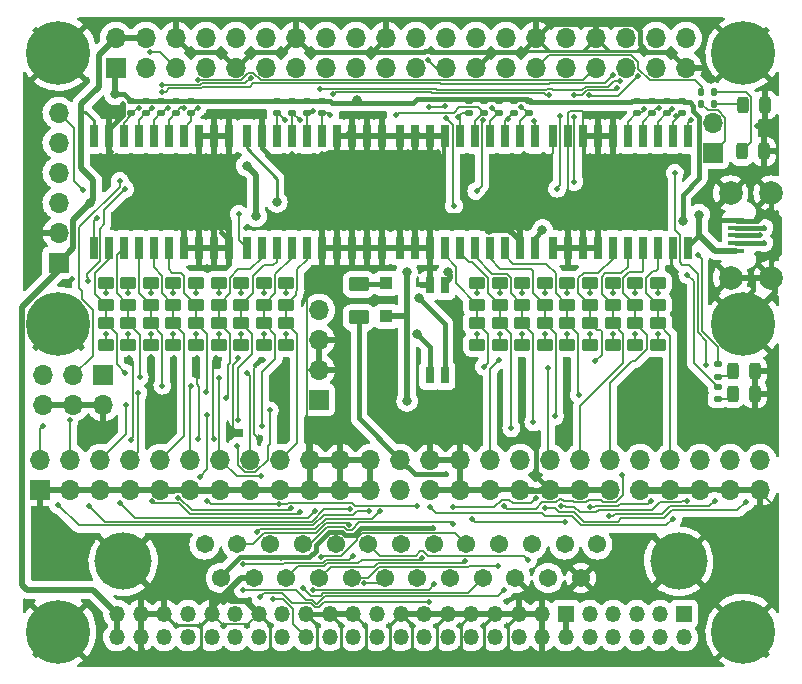
<source format=gbr>
%TF.GenerationSoftware,KiCad,Pcbnew,(6.0.5-0)*%
%TF.CreationDate,2023-01-22T16:33:31-06:00*%
%TF.ProjectId,piscsi,70697363-7369-42e6-9b69-6361645f7063,rev?*%
%TF.SameCoordinates,PX59d60c0PY325aa00*%
%TF.FileFunction,Copper,L1,Top*%
%TF.FilePolarity,Positive*%
%FSLAX46Y46*%
G04 Gerber Fmt 4.6, Leading zero omitted, Abs format (unit mm)*
G04 Created by KiCad (PCBNEW (6.0.5-0)) date 2023-01-22 16:33:31*
%MOMM*%
%LPD*%
G01*
G04 APERTURE LIST*
G04 Aperture macros list*
%AMRoundRect*
0 Rectangle with rounded corners*
0 $1 Rounding radius*
0 $2 $3 $4 $5 $6 $7 $8 $9 X,Y pos of 4 corners*
0 Add a 4 corners polygon primitive as box body*
4,1,4,$2,$3,$4,$5,$6,$7,$8,$9,$2,$3,0*
0 Add four circle primitives for the rounded corners*
1,1,$1+$1,$2,$3*
1,1,$1+$1,$4,$5*
1,1,$1+$1,$6,$7*
1,1,$1+$1,$8,$9*
0 Add four rect primitives between the rounded corners*
20,1,$1+$1,$2,$3,$4,$5,0*
20,1,$1+$1,$4,$5,$6,$7,0*
20,1,$1+$1,$6,$7,$8,$9,0*
20,1,$1+$1,$8,$9,$2,$3,0*%
G04 Aperture macros list end*
%TA.AperFunction,SMDPad,CuDef*%
%ADD10RoundRect,0.243750X0.243750X0.456250X-0.243750X0.456250X-0.243750X-0.456250X0.243750X-0.456250X0*%
%TD*%
%TA.AperFunction,ComponentPad*%
%ADD11C,0.800000*%
%TD*%
%TA.AperFunction,ComponentPad*%
%ADD12C,5.400000*%
%TD*%
%TA.AperFunction,ComponentPad*%
%ADD13R,1.700000X1.700000*%
%TD*%
%TA.AperFunction,ComponentPad*%
%ADD14O,1.700000X1.700000*%
%TD*%
%TA.AperFunction,SMDPad,CuDef*%
%ADD15RoundRect,0.250000X-0.450000X0.262500X-0.450000X-0.262500X0.450000X-0.262500X0.450000X0.262500X0*%
%TD*%
%TA.AperFunction,SMDPad,CuDef*%
%ADD16RoundRect,0.250000X-0.625000X0.375000X-0.625000X-0.375000X0.625000X-0.375000X0.625000X0.375000X0*%
%TD*%
%TA.AperFunction,SMDPad,CuDef*%
%ADD17R,0.650000X1.950000*%
%TD*%
%TA.AperFunction,SMDPad,CuDef*%
%ADD18RoundRect,0.135000X-0.135000X-0.185000X0.135000X-0.185000X0.135000X0.185000X-0.135000X0.185000X0*%
%TD*%
%TA.AperFunction,SMDPad,CuDef*%
%ADD19RoundRect,0.135000X-0.185000X0.135000X-0.185000X-0.135000X0.185000X-0.135000X0.185000X0.135000X0*%
%TD*%
%TA.AperFunction,SMDPad,CuDef*%
%ADD20RoundRect,0.250000X0.450000X-0.262500X0.450000X0.262500X-0.450000X0.262500X-0.450000X-0.262500X0*%
%TD*%
%TA.AperFunction,SMDPad,CuDef*%
%ADD21R,0.750000X1.425000*%
%TD*%
%TA.AperFunction,SMDPad,CuDef*%
%ADD22R,1.100000X1.100000*%
%TD*%
%TA.AperFunction,SMDPad,CuDef*%
%ADD23R,1.400000X0.400000*%
%TD*%
%TA.AperFunction,ComponentPad*%
%ADD24C,2.000000*%
%TD*%
%TA.AperFunction,ComponentPad*%
%ADD25R,1.350000X1.350000*%
%TD*%
%TA.AperFunction,ComponentPad*%
%ADD26O,1.350000X1.350000*%
%TD*%
%TA.AperFunction,ComponentPad*%
%ADD27C,1.545000*%
%TD*%
%TA.AperFunction,ComponentPad*%
%ADD28C,4.845000*%
%TD*%
%TA.AperFunction,ViaPad*%
%ADD29C,0.500000*%
%TD*%
%TA.AperFunction,ViaPad*%
%ADD30C,0.800000*%
%TD*%
%TA.AperFunction,Conductor*%
%ADD31C,0.400000*%
%TD*%
%TA.AperFunction,Conductor*%
%ADD32C,0.500000*%
%TD*%
%TA.AperFunction,Conductor*%
%ADD33C,0.150000*%
%TD*%
%TA.AperFunction,Conductor*%
%ADD34C,0.250000*%
%TD*%
%TA.AperFunction,Conductor*%
%ADD35C,0.200000*%
%TD*%
G04 APERTURE END LIST*
D10*
%TO.P,D3,1,K*%
%TO.N,GND*%
X142767000Y-22066500D03*
%TO.P,D3,2,A*%
%TO.N,Net-(D3-Pad2)*%
X140892000Y-22066500D03*
%TD*%
%TO.P,D1,1,K*%
%TO.N,GND*%
X143641000Y2381000D03*
%TO.P,D1,2,A*%
%TO.N,Net-(D1-Pad2)*%
X141766000Y2381000D03*
%TD*%
%TO.P,D2,1,K*%
%TO.N,GND*%
X143529000Y-1556000D03*
%TO.P,D2,2,A*%
%TO.N,Net-(D2-Pad2)*%
X141654000Y-1556000D03*
%TD*%
D11*
%TO.P,H1,1,1*%
%TO.N,GND*%
X85825000Y6800000D03*
X82368109Y5368109D03*
X83800000Y8825000D03*
D12*
X83800000Y6800000D03*
D11*
X83800000Y4775000D03*
X85231891Y5368109D03*
X81775000Y6800000D03*
X85231891Y8231891D03*
X82368109Y8231891D03*
%TD*%
%TO.P,H3,1,1*%
%TO.N,GND*%
X83800000Y-18225000D03*
X81775000Y-16200000D03*
X85231891Y-17631891D03*
X82368109Y-14768109D03*
X85231891Y-14768109D03*
D12*
X83800000Y-16200000D03*
D11*
X85825000Y-16200000D03*
X82368109Y-17631891D03*
X83800000Y-14175000D03*
%TD*%
%TO.P,H5,1,1*%
%TO.N,GND*%
X85231891Y-40768109D03*
X83800000Y-44225000D03*
X82368109Y-40768109D03*
X81775000Y-42200000D03*
X85231891Y-43631891D03*
X83800000Y-40175000D03*
X82368109Y-43631891D03*
X85825000Y-42200000D03*
D12*
X83800000Y-42200000D03*
%TD*%
D13*
%TO.P,J4,1,Pin_1*%
%TO.N,+5V*%
X83810000Y-10980000D03*
D14*
%TO.P,J4,2,Pin_2*%
%TO.N,GND*%
X83810000Y-8440000D03*
%TO.P,J4,3,Pin_3*%
%TO.N,+3V3*%
X83810000Y-5900000D03*
%TO.P,J4,4,Pin_4*%
%TO.N,PI_SCL*%
X83810000Y-3360000D03*
%TO.P,J4,5,Pin_5*%
%TO.N,PI_SDA*%
X83810000Y-820000D03*
%TO.P,J4,6,Pin_6*%
%TO.N,PI_GPIO9*%
X83810000Y1720000D03*
%TD*%
D11*
%TO.P,H4,1,1*%
%TO.N,GND*%
X141800000Y-18225000D03*
X140368109Y-17631891D03*
D12*
X141800000Y-16200000D03*
D11*
X143825000Y-16200000D03*
X141800000Y-14175000D03*
X143231891Y-17631891D03*
X143231891Y-14768109D03*
X139775000Y-16200000D03*
X140368109Y-14768109D03*
%TD*%
%TO.P,H6,1,1*%
%TO.N,GND*%
X141800000Y-40175000D03*
X143825000Y-42200000D03*
X140368109Y-43631891D03*
D12*
X141800000Y-42200000D03*
D11*
X141800000Y-44225000D03*
X140368109Y-40768109D03*
X143231891Y-40768109D03*
X143231891Y-43631891D03*
X139775000Y-42200000D03*
%TD*%
%TO.P,H2,1,1*%
%TO.N,GND*%
X143825000Y6800000D03*
X143231891Y5368109D03*
X141800000Y8825000D03*
X140368109Y5368109D03*
D12*
X141800000Y6800000D03*
D11*
X140368109Y8231891D03*
X141800000Y4775000D03*
X143231891Y8231891D03*
X139775000Y6800000D03*
%TD*%
D15*
%TO.P,R31,1*%
%TO.N,/TERM_5v*%
X126890000Y-12687500D03*
%TO.P,R31,2*%
%TO.N,C-I_O*%
X126890000Y-14512500D03*
%TD*%
D16*
%TO.P,FUSE1,1*%
%TO.N,Net-(D5-Pad1)*%
X109250000Y-12800000D03*
%TO.P,FUSE1,2*%
%TO.N,TERMPOW*%
X109250000Y-15600000D03*
%TD*%
D17*
%TO.P,IC1,1,DIR*%
%TO.N,PI-DTD*%
X99729000Y-9710000D03*
%TO.P,IC1,2,A1*%
%TO.N,C-D2*%
X100999000Y-9710000D03*
%TO.P,IC1,3,A2*%
%TO.N,C-D1*%
X102269000Y-9710000D03*
%TO.P,IC1,4,A3*%
%TO.N,C-D0*%
X103539000Y-9710000D03*
%TO.P,IC1,5,A4*%
%TO.N,C-DP*%
X104809000Y-9710000D03*
%TO.P,IC1,6,A5*%
%TO.N,GND*%
X106079000Y-9710000D03*
%TO.P,IC1,7,A6*%
X107349000Y-9710000D03*
%TO.P,IC1,8,A7*%
X108619000Y-9710000D03*
%TO.P,IC1,9,A8*%
X109889000Y-9710000D03*
%TO.P,IC1,10,GND*%
X111159000Y-9710000D03*
%TO.P,IC1,11,B8*%
X111159000Y-260000D03*
%TO.P,IC1,12,B7*%
X109889000Y-260000D03*
%TO.P,IC1,13,B6*%
X108619000Y-260000D03*
%TO.P,IC1,14,B5*%
X107349000Y-260000D03*
%TO.P,IC1,15,B4*%
%TO.N,PI-DP*%
X106079000Y-260000D03*
%TO.P,IC1,16,B3*%
%TO.N,PI-D0*%
X104809000Y-260000D03*
%TO.P,IC1,17,B2*%
%TO.N,PI-D1*%
X103539000Y-260000D03*
%TO.P,IC1,18,B1*%
%TO.N,PI-D2*%
X102269000Y-260000D03*
%TO.P,IC1,19,~{OE}*%
%TO.N,GND*%
X100999000Y-260000D03*
%TO.P,IC1,20,VCC*%
%TO.N,+5V*%
X99729000Y-260000D03*
%TD*%
%TO.P,IC3,1,DIR*%
%TO.N,PI-TAD*%
X124113000Y-260000D03*
%TO.P,IC3,2,A1*%
%TO.N,PI-I_O*%
X122843000Y-260000D03*
%TO.P,IC3,3,A2*%
%TO.N,PI-REQ*%
X121573000Y-260000D03*
%TO.P,IC3,4,A3*%
%TO.N,PI-C_D*%
X120303000Y-260000D03*
%TO.P,IC3,5,A4*%
%TO.N,PI-MSG*%
X119033000Y-260000D03*
%TO.P,IC3,6,A5*%
%TO.N,PI-BSY*%
X117763000Y-260000D03*
%TO.P,IC3,7,A6*%
%TO.N,GND*%
X116493000Y-260000D03*
%TO.P,IC3,8,A7*%
X115223000Y-260000D03*
%TO.P,IC3,9,A8*%
X113953000Y-260000D03*
%TO.P,IC3,10,GND*%
X112683000Y-260000D03*
%TO.P,IC3,11,B8*%
X112683000Y-9710000D03*
%TO.P,IC3,12,B7*%
X113953000Y-9710000D03*
%TO.P,IC3,13,B6*%
X115223000Y-9710000D03*
%TO.P,IC3,14,B5*%
%TO.N,C-BSY*%
X116493000Y-9710000D03*
%TO.P,IC3,15,B4*%
%TO.N,C-MSG*%
X117763000Y-9710000D03*
%TO.P,IC3,16,B3*%
%TO.N,C-C_D*%
X119033000Y-9710000D03*
%TO.P,IC3,17,B2*%
%TO.N,C-REQ*%
X120303000Y-9710000D03*
%TO.P,IC3,18,B1*%
%TO.N,C-I_O*%
X121573000Y-9710000D03*
%TO.P,IC3,19,~{OE}*%
%TO.N,GND*%
X122843000Y-9710000D03*
%TO.P,IC3,20,VCC*%
%TO.N,+5V*%
X124113000Y-9710000D03*
%TD*%
D18*
%TO.P,R2,1*%
%TO.N,DBG_LED*%
X138248500Y3460500D03*
%TO.P,R2,2*%
%TO.N,Net-(D2-Pad2)*%
X139268500Y3460500D03*
%TD*%
D19*
%TO.P,R3,1*%
%TO.N,+5V*%
X139607000Y-21493000D03*
%TO.P,R3,2*%
%TO.N,Net-(D3-Pad2)*%
X139607000Y-22513000D03*
%TD*%
%TO.P,R5,1*%
%TO.N,+3V3*%
X132812500Y2741000D03*
%TO.P,R5,2*%
%TO.N,PI-ATN*%
X132812500Y1721000D03*
%TD*%
%TO.P,R6,1*%
%TO.N,+3V3*%
X134082500Y2741000D03*
%TO.P,R6,2*%
%TO.N,PI-ACK*%
X134082500Y1721000D03*
%TD*%
%TO.P,R7,1*%
%TO.N,+3V3*%
X135352500Y2741000D03*
%TO.P,R7,2*%
%TO.N,PI-RST*%
X135352500Y1721000D03*
%TD*%
%TO.P,R9,1*%
%TO.N,+3V3*%
X118525000Y2741000D03*
%TO.P,R9,2*%
%TO.N,PI-BSY*%
X118525000Y1721000D03*
%TD*%
%TO.P,R11,1*%
%TO.N,+3V3*%
X121065000Y2741000D03*
%TO.P,R11,2*%
%TO.N,PI-C_D*%
X121065000Y1721000D03*
%TD*%
%TO.P,R12,1*%
%TO.N,+3V3*%
X122335000Y2741000D03*
%TO.P,R12,2*%
%TO.N,PI-REQ*%
X122335000Y1721000D03*
%TD*%
%TO.P,R13,1*%
%TO.N,+3V3*%
X123605000Y2741000D03*
%TO.P,R13,2*%
%TO.N,PI-I_O*%
X123605000Y1721000D03*
%TD*%
%TO.P,R15,1*%
%TO.N,+3V3*%
X91220000Y2741000D03*
%TO.P,R15,2*%
%TO.N,PI-D6*%
X91220000Y1721000D03*
%TD*%
%TO.P,R16,1*%
%TO.N,+3V3*%
X92490000Y2741000D03*
%TO.P,R16,2*%
%TO.N,PI-D5*%
X92490000Y1721000D03*
%TD*%
%TO.P,R19,1*%
%TO.N,+3V3*%
X102269000Y2741000D03*
%TO.P,R19,2*%
%TO.N,PI-D2*%
X102269000Y1721000D03*
%TD*%
%TO.P,R20,1*%
%TO.N,+3V3*%
X103539000Y2741000D03*
%TO.P,R20,2*%
%TO.N,PI-D1*%
X103539000Y1721000D03*
%TD*%
%TO.P,R21,1*%
%TO.N,+3V3*%
X104809000Y2741000D03*
%TO.P,R21,2*%
%TO.N,PI-D0*%
X104809000Y1721000D03*
%TD*%
%TO.P,R22,1*%
%TO.N,+3V3*%
X106079000Y2741000D03*
%TO.P,R22,2*%
%TO.N,PI-DP*%
X106079000Y1721000D03*
%TD*%
D15*
%TO.P,R23,1*%
%TO.N,/TERM_5v*%
X128802500Y-12687500D03*
%TO.P,R23,2*%
%TO.N,C-ATN*%
X128802500Y-14512500D03*
%TD*%
%TO.P,R24,1*%
%TO.N,/TERM_5v*%
X130715000Y-12687500D03*
%TO.P,R24,2*%
%TO.N,C-ACK*%
X130715000Y-14512500D03*
%TD*%
%TO.P,R25,1*%
%TO.N,/TERM_5v*%
X132627500Y-12687500D03*
%TO.P,R25,2*%
%TO.N,C-RST*%
X132627500Y-14512500D03*
%TD*%
%TO.P,R26,1*%
%TO.N,/TERM_5v*%
X134540000Y-12687500D03*
%TO.P,R26,2*%
%TO.N,C-SEL*%
X134540000Y-14512500D03*
%TD*%
%TO.P,R27,1*%
%TO.N,/TERM_5v*%
X119240000Y-12687500D03*
%TO.P,R27,2*%
%TO.N,C-BSY*%
X119240000Y-14512500D03*
%TD*%
%TO.P,R28,1*%
%TO.N,/TERM_5v*%
X121152500Y-12687500D03*
%TO.P,R28,2*%
%TO.N,C-MSG*%
X121152500Y-14512500D03*
%TD*%
%TO.P,R29,1*%
%TO.N,/TERM_5v*%
X123065000Y-12687500D03*
%TO.P,R29,2*%
%TO.N,C-C_D*%
X123065000Y-14512500D03*
%TD*%
%TO.P,R30,1*%
%TO.N,/TERM_5v*%
X124977500Y-12687500D03*
%TO.P,R30,2*%
%TO.N,C-REQ*%
X124977500Y-14512500D03*
%TD*%
%TO.P,R34,1*%
%TO.N,/TERM_5v*%
X91625000Y-12687500D03*
%TO.P,R34,2*%
%TO.N,C-D5*%
X91625000Y-14512500D03*
%TD*%
%TO.P,R35,1*%
%TO.N,/TERM_5v*%
X93537500Y-12687500D03*
%TO.P,R35,2*%
%TO.N,C-D4*%
X93537500Y-14512500D03*
%TD*%
%TO.P,R36,1*%
%TO.N,/TERM_5v*%
X95450000Y-12687500D03*
%TO.P,R36,2*%
%TO.N,C-D3*%
X95450000Y-14512500D03*
%TD*%
%TO.P,R37,1*%
%TO.N,/TERM_5v*%
X97362500Y-12687500D03*
%TO.P,R37,2*%
%TO.N,C-D2*%
X97362500Y-14512500D03*
%TD*%
%TO.P,R38,1*%
%TO.N,/TERM_5v*%
X99275000Y-12687500D03*
%TO.P,R38,2*%
%TO.N,C-D1*%
X99275000Y-14512500D03*
%TD*%
%TO.P,R39,1*%
%TO.N,/TERM_5v*%
X101187500Y-12687500D03*
%TO.P,R39,2*%
%TO.N,C-D0*%
X101187500Y-14512500D03*
%TD*%
%TO.P,R40,1*%
%TO.N,/TERM_5v*%
X103100000Y-12687500D03*
%TO.P,R40,2*%
%TO.N,C-DP*%
X103100000Y-14512500D03*
%TD*%
D20*
%TO.P,R41,1*%
%TO.N,/TERM_GND*%
X128802500Y-17912500D03*
%TO.P,R41,2*%
%TO.N,C-ATN*%
X128802500Y-16087500D03*
%TD*%
%TO.P,R42,1*%
%TO.N,/TERM_GND*%
X130715000Y-17912500D03*
%TO.P,R42,2*%
%TO.N,C-ACK*%
X130715000Y-16087500D03*
%TD*%
%TO.P,R43,1*%
%TO.N,/TERM_GND*%
X132627500Y-17912500D03*
%TO.P,R43,2*%
%TO.N,C-RST*%
X132627500Y-16087500D03*
%TD*%
%TO.P,R44,1*%
%TO.N,/TERM_GND*%
X134540000Y-17912500D03*
%TO.P,R44,2*%
%TO.N,C-SEL*%
X134540000Y-16087500D03*
%TD*%
%TO.P,R45,1*%
%TO.N,/TERM_GND*%
X119240000Y-17912500D03*
%TO.P,R45,2*%
%TO.N,C-BSY*%
X119240000Y-16087500D03*
%TD*%
%TO.P,R46,1*%
%TO.N,/TERM_GND*%
X121152500Y-17912500D03*
%TO.P,R46,2*%
%TO.N,C-MSG*%
X121152500Y-16087500D03*
%TD*%
%TO.P,R47,1*%
%TO.N,/TERM_GND*%
X123065000Y-17912500D03*
%TO.P,R47,2*%
%TO.N,C-C_D*%
X123065000Y-16087500D03*
%TD*%
%TO.P,R48,1*%
%TO.N,/TERM_GND*%
X124977500Y-17912500D03*
%TO.P,R48,2*%
%TO.N,C-REQ*%
X124977500Y-16087500D03*
%TD*%
%TO.P,R49,1*%
%TO.N,/TERM_GND*%
X126890000Y-17912500D03*
%TO.P,R49,2*%
%TO.N,C-I_O*%
X126890000Y-16087500D03*
%TD*%
%TO.P,R50,1*%
%TO.N,/TERM_GND*%
X87800000Y-17912500D03*
%TO.P,R50,2*%
%TO.N,C-D7*%
X87800000Y-16087500D03*
%TD*%
%TO.P,R51,1*%
%TO.N,/TERM_GND*%
X89712500Y-17912500D03*
%TO.P,R51,2*%
%TO.N,C-D6*%
X89712500Y-16087500D03*
%TD*%
%TO.P,R52,1*%
%TO.N,/TERM_GND*%
X91625000Y-17912500D03*
%TO.P,R52,2*%
%TO.N,C-D5*%
X91625000Y-16087500D03*
%TD*%
%TO.P,R53,1*%
%TO.N,/TERM_GND*%
X93537500Y-17912500D03*
%TO.P,R53,2*%
%TO.N,C-D4*%
X93537500Y-16087500D03*
%TD*%
%TO.P,R54,1*%
%TO.N,/TERM_GND*%
X95450000Y-17912500D03*
%TO.P,R54,2*%
%TO.N,C-D3*%
X95450000Y-16087500D03*
%TD*%
%TO.P,R55,1*%
%TO.N,/TERM_GND*%
X97362500Y-17912500D03*
%TO.P,R55,2*%
%TO.N,C-D2*%
X97362500Y-16087500D03*
%TD*%
%TO.P,R56,1*%
%TO.N,/TERM_GND*%
X99275000Y-17912500D03*
%TO.P,R56,2*%
%TO.N,C-D1*%
X99275000Y-16087500D03*
%TD*%
%TO.P,R57,1*%
%TO.N,/TERM_GND*%
X101187500Y-17912500D03*
%TO.P,R57,2*%
%TO.N,C-D0*%
X101187500Y-16087500D03*
%TD*%
%TO.P,R58,1*%
%TO.N,/TERM_GND*%
X103100000Y-17912500D03*
%TO.P,R58,2*%
%TO.N,C-DP*%
X103100000Y-16087500D03*
%TD*%
D19*
%TO.P,R18,1*%
%TO.N,+3V3*%
X95030000Y2741000D03*
%TO.P,R18,2*%
%TO.N,PI-D3*%
X95030000Y1721000D03*
%TD*%
%TO.P,R14,1*%
%TO.N,+3V3*%
X89950000Y2741000D03*
%TO.P,R14,2*%
%TO.N,PI-D7*%
X89950000Y1721000D03*
%TD*%
%TO.P,R17,1*%
%TO.N,+3V3*%
X93760000Y2741000D03*
%TO.P,R17,2*%
%TO.N,PI-D4*%
X93760000Y1721000D03*
%TD*%
D15*
%TO.P,R32,1*%
%TO.N,/TERM_5v*%
X87800000Y-12687500D03*
%TO.P,R32,2*%
%TO.N,C-D7*%
X87800000Y-14512500D03*
%TD*%
%TO.P,R33,1*%
%TO.N,/TERM_5v*%
X89712500Y-12687500D03*
%TO.P,R33,2*%
%TO.N,C-D6*%
X89712500Y-14512500D03*
%TD*%
D17*
%TO.P,IC4,1,DIR*%
%TO.N,PI-IND*%
X137067000Y-260000D03*
%TO.P,IC4,2,A1*%
%TO.N,PI-SEL*%
X135797000Y-260000D03*
%TO.P,IC4,3,A2*%
%TO.N,PI-RST*%
X134527000Y-260000D03*
%TO.P,IC4,4,A3*%
%TO.N,PI-ACK*%
X133257000Y-260000D03*
%TO.P,IC4,5,A4*%
%TO.N,PI-ATN*%
X131987000Y-260000D03*
%TO.P,IC4,6,A5*%
%TO.N,GND*%
X130717000Y-260000D03*
%TO.P,IC4,7,A6*%
X129447000Y-260000D03*
%TO.P,IC4,8,A7*%
X128177000Y-260000D03*
%TO.P,IC4,9,A8*%
X126907000Y-260000D03*
%TO.P,IC4,10,GND*%
X125637000Y-260000D03*
%TO.P,IC4,11,B8*%
X125637000Y-9710000D03*
%TO.P,IC4,12,B7*%
X126907000Y-9710000D03*
%TO.P,IC4,13,B6*%
X128177000Y-9710000D03*
%TO.P,IC4,14,B5*%
X129447000Y-9710000D03*
%TO.P,IC4,15,B4*%
%TO.N,C-ATN*%
X130717000Y-9710000D03*
%TO.P,IC4,16,B3*%
%TO.N,C-ACK*%
X131987000Y-9710000D03*
%TO.P,IC4,17,B2*%
%TO.N,C-RST*%
X133257000Y-9710000D03*
%TO.P,IC4,18,B1*%
%TO.N,C-SEL*%
X134527000Y-9710000D03*
%TO.P,IC4,19,~{OE}*%
%TO.N,GND*%
X135797000Y-9710000D03*
%TO.P,IC4,20,VCC*%
%TO.N,+5V*%
X137067000Y-9710000D03*
%TD*%
D19*
%TO.P,R4,1*%
%TO.N,+3V3*%
X139607000Y-19588000D03*
%TO.P,R4,2*%
%TO.N,Net-(D4-Pad2)*%
X139607000Y-20608000D03*
%TD*%
D21*
%TO.P,S1,1,COM_1*%
%TO.N,+5V*%
X116515000Y-12887500D03*
%TO.P,S1,2,COM_2*%
%TO.N,GND*%
X115245000Y-12887500D03*
%TO.P,S1,3,NO_1*%
%TO.N,/TERM_GND*%
X115245000Y-20511500D03*
%TO.P,S1,4,NO_2*%
%TO.N,/TERM_5v*%
X116515000Y-20511500D03*
%TD*%
D22*
%TO.P,D5,1,K*%
%TO.N,Net-(D5-Pad1)*%
X111570000Y-12725000D03*
%TO.P,D5,2,A*%
%TO.N,+5V*%
X111570000Y-15525000D03*
%TD*%
D17*
%TO.P,IC2,1,DIR*%
%TO.N,PI-DTD*%
X86775000Y-9710000D03*
%TO.P,IC2,2,A1*%
%TO.N,C-D7*%
X88045000Y-9710000D03*
%TO.P,IC2,3,A2*%
%TO.N,C-D6*%
X89315000Y-9710000D03*
%TO.P,IC2,4,A3*%
%TO.N,C-D5*%
X90585000Y-9710000D03*
%TO.P,IC2,5,A4*%
%TO.N,C-D4*%
X91855000Y-9710000D03*
%TO.P,IC2,6,A5*%
%TO.N,C-D3*%
X93125000Y-9710000D03*
%TO.P,IC2,7,A6*%
%TO.N,GND*%
X94395000Y-9710000D03*
%TO.P,IC2,8,A7*%
X95665000Y-9710000D03*
%TO.P,IC2,9,A8*%
X96935000Y-9710000D03*
%TO.P,IC2,10,GND*%
X98205000Y-9710000D03*
%TO.P,IC2,11,B8*%
X98205000Y-260000D03*
%TO.P,IC2,12,B7*%
X96935000Y-260000D03*
%TO.P,IC2,13,B6*%
X95665000Y-260000D03*
%TO.P,IC2,14,B5*%
%TO.N,PI-D3*%
X94395000Y-260000D03*
%TO.P,IC2,15,B4*%
%TO.N,PI-D4*%
X93125000Y-260000D03*
%TO.P,IC2,16,B3*%
%TO.N,PI-D5*%
X91855000Y-260000D03*
%TO.P,IC2,17,B2*%
%TO.N,PI-D6*%
X90585000Y-260000D03*
%TO.P,IC2,18,B1*%
%TO.N,PI-D7*%
X89315000Y-260000D03*
%TO.P,IC2,19,~{OE}*%
%TO.N,GND*%
X88045000Y-260000D03*
%TO.P,IC2,20,VCC*%
%TO.N,+5V*%
X86775000Y-260000D03*
%TD*%
D10*
%TO.P,D4,1,K*%
%TO.N,GND*%
X142767000Y-20161500D03*
%TO.P,D4,2,A*%
%TO.N,Net-(D4-Pad2)*%
X140892000Y-20161500D03*
%TD*%
D18*
%TO.P,R1,1*%
%TO.N,PI-ACT*%
X138248500Y2444500D03*
%TO.P,R1,2*%
%TO.N,Net-(D1-Pad2)*%
X139268500Y2444500D03*
%TD*%
D23*
%TO.P,J8,1,1*%
%TO.N,+5V*%
X141205000Y-9960000D03*
%TO.P,J8,2,2*%
%TO.N,USB_Pin_2*%
X141205000Y-9310000D03*
%TO.P,J8,3,3*%
%TO.N,USB_Pin_3*%
X141205000Y-8660000D03*
%TO.P,J8,4,4*%
%TO.N,USB_Pin_4*%
X141205000Y-8010000D03*
%TO.P,J8,5,5*%
%TO.N,GND*%
X141205000Y-7360000D03*
D24*
%TO.P,J8,MH1,MH1*%
X144155000Y-12235000D03*
%TO.P,J8,MH2,MH2*%
X144155000Y-5085000D03*
%TO.P,J8,MH3,MH3*%
X140705000Y-5085000D03*
%TO.P,J8,MH4,MH4*%
X140705000Y-12235000D03*
%TD*%
D13*
%TO.P,J3,1,Pin_1*%
%TO.N,GND*%
X82266500Y-30194500D03*
D14*
%TO.P,J3,2,Pin_2*%
%TO.N,C-D0*%
X82266500Y-27654500D03*
%TO.P,J3,3,Pin_3*%
%TO.N,GND*%
X84806500Y-30194500D03*
%TO.P,J3,4,Pin_4*%
%TO.N,C-D1*%
X84806500Y-27654500D03*
%TO.P,J3,5,Pin_5*%
%TO.N,GND*%
X87346500Y-30194500D03*
%TO.P,J3,6,Pin_6*%
%TO.N,C-D2*%
X87346500Y-27654500D03*
%TO.P,J3,7,Pin_7*%
%TO.N,GND*%
X89886500Y-30194500D03*
%TO.P,J3,8,Pin_8*%
%TO.N,C-D3*%
X89886500Y-27654500D03*
%TO.P,J3,9,Pin_9*%
%TO.N,GND*%
X92426500Y-30194500D03*
%TO.P,J3,10,Pin_10*%
%TO.N,C-D4*%
X92426500Y-27654500D03*
%TO.P,J3,11,Pin_11*%
%TO.N,GND*%
X94966500Y-30194500D03*
%TO.P,J3,12,Pin_12*%
%TO.N,C-D5*%
X94966500Y-27654500D03*
%TO.P,J3,13,Pin_13*%
%TO.N,GND*%
X97506500Y-30194500D03*
%TO.P,J3,14,Pin_14*%
%TO.N,C-D6*%
X97506500Y-27654500D03*
%TO.P,J3,15,Pin_15*%
%TO.N,GND*%
X100046500Y-30194500D03*
%TO.P,J3,16,Pin_16*%
%TO.N,C-D7*%
X100046500Y-27654500D03*
%TO.P,J3,17,Pin_17*%
%TO.N,GND*%
X102586500Y-30194500D03*
%TO.P,J3,18,Pin_18*%
%TO.N,C-DP*%
X102586500Y-27654500D03*
%TO.P,J3,19,Pin_19*%
%TO.N,GND*%
X105126500Y-30194500D03*
%TO.P,J3,20,Pin_20*%
X105126500Y-27654500D03*
%TO.P,J3,21,Pin_21*%
X107666500Y-30194500D03*
%TO.P,J3,22,Pin_22*%
X107666500Y-27654500D03*
%TO.P,J3,23,Pin_23*%
X110206500Y-30194500D03*
%TO.P,J3,24,Pin_24*%
X110206500Y-27654500D03*
%TO.P,J3,25,Pin_25*%
%TO.N,unconnected-(J3-Pad25)*%
X112746500Y-30194500D03*
%TO.P,J3,26,Pin_26*%
%TO.N,TERMPOW*%
X112746500Y-27654500D03*
%TO.P,J3,27,Pin_27*%
%TO.N,GND*%
X115286500Y-30194500D03*
%TO.P,J3,28,Pin_28*%
X115286500Y-27654500D03*
%TO.P,J3,29,Pin_29*%
X117826500Y-30194500D03*
%TO.P,J3,30,Pin_30*%
X117826500Y-27654500D03*
%TO.P,J3,31,Pin_31*%
X120366500Y-30194500D03*
%TO.P,J3,32,Pin_32*%
%TO.N,C-ATN*%
X120366500Y-27654500D03*
%TO.P,J3,33,Pin_33*%
%TO.N,GND*%
X122906500Y-30194500D03*
%TO.P,J3,34,Pin_34*%
%TO.N,unconnected-(J3-Pad34)*%
X122906500Y-27654500D03*
%TO.P,J3,35,Pin_35*%
%TO.N,GND*%
X125446500Y-30194500D03*
%TO.P,J3,36,Pin_36*%
%TO.N,C-BSY*%
X125446500Y-27654500D03*
%TO.P,J3,37,Pin_37*%
%TO.N,GND*%
X127986500Y-30194500D03*
%TO.P,J3,38,Pin_38*%
%TO.N,C-ACK*%
X127986500Y-27654500D03*
%TO.P,J3,39,Pin_39*%
%TO.N,GND*%
X130526500Y-30194500D03*
%TO.P,J3,40,Pin_40*%
%TO.N,C-RST*%
X130526500Y-27654500D03*
%TO.P,J3,41,Pin_41*%
%TO.N,GND*%
X133066500Y-30194500D03*
%TO.P,J3,42,Pin_42*%
%TO.N,C-MSG*%
X133066500Y-27654500D03*
%TO.P,J3,43,Pin_43*%
%TO.N,GND*%
X135606500Y-30194500D03*
%TO.P,J3,44,Pin_44*%
%TO.N,C-SEL*%
X135606500Y-27654500D03*
%TO.P,J3,45,Pin_45*%
%TO.N,GND*%
X138146500Y-30194500D03*
%TO.P,J3,46,Pin_46*%
%TO.N,C-C_D*%
X138146500Y-27654500D03*
%TO.P,J3,47,Pin_47*%
%TO.N,GND*%
X140686500Y-30194500D03*
%TO.P,J3,48,Pin_48*%
%TO.N,C-REQ*%
X140686500Y-27654500D03*
%TO.P,J3,49,Pin_49*%
%TO.N,GND*%
X143226500Y-30194500D03*
%TO.P,J3,50,Pin_50*%
%TO.N,C-I_O*%
X143226500Y-27654500D03*
%TD*%
D25*
%TO.P,J9,1,Pin_1*%
%TO.N,unconnected-(J9-Pad1)*%
X136772000Y-40688000D03*
D26*
%TO.P,J9,2,Pin_2*%
%TO.N,unconnected-(J9-Pad2)*%
X136772000Y-42688000D03*
%TO.P,J9,3,Pin_3*%
%TO.N,unconnected-(J9-Pad3)*%
X134772000Y-40688000D03*
%TO.P,J9,4,Pin_4*%
%TO.N,unconnected-(J9-Pad4)*%
X134772000Y-42688000D03*
%TO.P,J9,5,Pin_5*%
%TO.N,unconnected-(J9-Pad5)*%
X132772000Y-40688000D03*
%TO.P,J9,6,Pin_6*%
%TO.N,unconnected-(J9-Pad6)*%
X132772000Y-42688000D03*
%TO.P,J9,7,Pin_7*%
%TO.N,unconnected-(J9-Pad7)*%
X130772000Y-40688000D03*
%TO.P,J9,8,Pin_8*%
%TO.N,PI-ACT*%
X130772000Y-42688000D03*
%TO.P,J9,9,Pin_9*%
%TO.N,unconnected-(J9-Pad9)*%
X128772000Y-40688000D03*
%TO.P,J9,10,Pin_10*%
%TO.N,unconnected-(J9-Pad10)*%
X128772000Y-42688000D03*
D25*
%TO.P,J9,11,Pin_11*%
%TO.N,+5V*%
X126772000Y-40688000D03*
D26*
%TO.P,J9,12,Pin_12*%
X126772000Y-42688000D03*
%TO.P,J9,13,Pin_13*%
%TO.N,GND*%
X124772000Y-40688000D03*
%TO.P,J9,14,Pin_14*%
X124772000Y-42688000D03*
%TO.P,J9,15,Pin_15*%
X122772000Y-40688000D03*
%TO.P,J9,16,Pin_16*%
%TO.N,C-D0*%
X122772000Y-42688000D03*
%TO.P,J9,17,Pin_17*%
%TO.N,GND*%
X120772000Y-40688000D03*
%TO.P,J9,18,Pin_18*%
%TO.N,C-D1*%
X120772000Y-42688000D03*
%TO.P,J9,19,Pin_19*%
%TO.N,GND*%
X118772000Y-40688000D03*
%TO.P,J9,20,Pin_20*%
%TO.N,C-D2*%
X118772000Y-42688000D03*
%TO.P,J9,21,Pin_21*%
%TO.N,GND*%
X116772000Y-40688000D03*
%TO.P,J9,22,Pin_22*%
%TO.N,C-D3*%
X116772000Y-42688000D03*
%TO.P,J9,23,Pin_23*%
%TO.N,GND*%
X114772000Y-40688000D03*
%TO.P,J9,24,Pin_24*%
%TO.N,C-D4*%
X114772000Y-42688000D03*
%TO.P,J9,25,Pin_25*%
%TO.N,GND*%
X112772000Y-40688000D03*
%TO.P,J9,26,Pin_26*%
%TO.N,C-D5*%
X112772000Y-42688000D03*
%TO.P,J9,27,Pin_27*%
%TO.N,unconnected-(J9-Pad27)*%
X110772000Y-40688000D03*
%TO.P,J9,28,Pin_28*%
%TO.N,C-D6*%
X110772000Y-42688000D03*
%TO.P,J9,29,Pin_29*%
%TO.N,GND*%
X108772000Y-40688000D03*
%TO.P,J9,30,Pin_30*%
%TO.N,C-D7*%
X108772000Y-42688000D03*
%TO.P,J9,31,Pin_31*%
%TO.N,GND*%
X106772000Y-40688000D03*
%TO.P,J9,32,Pin_32*%
%TO.N,C-DP*%
X106772000Y-42688000D03*
%TO.P,J9,33,Pin_33*%
%TO.N,GND*%
X104772000Y-40688000D03*
%TO.P,J9,34,Pin_34*%
%TO.N,TERMPOW*%
X104772000Y-42688000D03*
%TO.P,J9,35,Pin_35*%
%TO.N,C-ATN*%
X102772000Y-40688000D03*
%TO.P,J9,36,Pin_36*%
%TO.N,C-BSY*%
X102772000Y-42688000D03*
%TO.P,J9,37,Pin_37*%
%TO.N,GND*%
X100772000Y-40688000D03*
%TO.P,J9,38,Pin_38*%
%TO.N,C-ACK*%
X100772000Y-42688000D03*
%TO.P,J9,39,Pin_39*%
%TO.N,C-RST*%
X98772000Y-40688000D03*
%TO.P,J9,40,Pin_40*%
%TO.N,C-MSG*%
X98772000Y-42688000D03*
%TO.P,J9,41,Pin_41*%
%TO.N,GND*%
X96772000Y-40688000D03*
%TO.P,J9,42,Pin_42*%
%TO.N,C-SEL*%
X96772000Y-42688000D03*
%TO.P,J9,43,Pin_43*%
%TO.N,C-I_O*%
X94772000Y-40688000D03*
%TO.P,J9,44,Pin_44*%
%TO.N,C-C_D*%
X94772000Y-42688000D03*
%TO.P,J9,45,Pin_45*%
%TO.N,GND*%
X92772000Y-40688000D03*
%TO.P,J9,46,Pin_46*%
%TO.N,C-REQ*%
X92772000Y-42688000D03*
%TO.P,J9,47,Pin_47*%
%TO.N,GND*%
X90772000Y-40688000D03*
%TO.P,J9,48,Pin_48*%
X90772000Y-42688000D03*
%TO.P,J9,49,Pin_49*%
%TO.N,+5V*%
X88772000Y-40688000D03*
%TO.P,J9,50,Pin_50*%
X88772000Y-42688000D03*
%TD*%
D19*
%TO.P,R8,1*%
%TO.N,+3V3*%
X136622500Y2741000D03*
%TO.P,R8,2*%
%TO.N,PI-SEL*%
X136622500Y1721000D03*
%TD*%
%TO.P,R10,1*%
%TO.N,+3V3*%
X119795000Y2741000D03*
%TO.P,R10,2*%
%TO.N,PI-MSG*%
X119795000Y1721000D03*
%TD*%
D13*
%TO.P,J5,1,Pin_1*%
%TO.N,PI_GPIO0*%
X87610000Y-20500000D03*
D14*
%TO.P,J5,2,Pin_2*%
%TO.N,GND*%
X87610000Y-23040000D03*
%TO.P,J5,3,Pin_3*%
%TO.N,PI_GPIO1*%
X85070000Y-20500000D03*
%TO.P,J5,4,Pin_4*%
%TO.N,GND*%
X85070000Y-23040000D03*
%TO.P,J5,5,Pin_5*%
%TO.N,PI_GPIO9*%
X82530000Y-20500000D03*
%TO.P,J5,6,Pin_6*%
%TO.N,GND*%
X82530000Y-23040000D03*
%TD*%
D13*
%TO.P,J20,1,1*%
%TO.N,+5V*%
X105870000Y-22580000D03*
D14*
%TO.P,J20,2,2*%
%TO.N,GND*%
X105870000Y-20040000D03*
%TO.P,J20,3,3*%
X105870000Y-17500000D03*
%TO.P,J20,4,4*%
%TO.N,unconnected-(J20-Pad4)*%
X105870000Y-14960000D03*
%TD*%
D13*
%TO.P,J1,1,3V3*%
%TO.N,+3V3*%
X88670000Y5530000D03*
D14*
%TO.P,J1,2,5V*%
%TO.N,+5V*%
X88670000Y8070000D03*
%TO.P,J1,3,SDA/GPIO2*%
%TO.N,PI_SDA*%
X91210000Y5530000D03*
%TO.P,J1,4,5V*%
%TO.N,+5V*%
X91210000Y8070000D03*
%TO.P,J1,5,SCL/GPIO3*%
%TO.N,PI_SCL*%
X93750000Y5530000D03*
%TO.P,J1,6,GND*%
%TO.N,GND*%
X93750000Y8070000D03*
%TO.P,J1,7,GCLK0/GPIO4*%
%TO.N,PI-ACT*%
X96290000Y5530000D03*
%TO.P,J1,8,GPIO14/TXD*%
%TO.N,PI-D4*%
X96290000Y8070000D03*
%TO.P,J1,9,GND*%
%TO.N,GND*%
X98830000Y5530000D03*
%TO.P,J1,10,GPIO15/RXD*%
%TO.N,PI-D5*%
X98830000Y8070000D03*
%TO.P,J1,11,GPIO17*%
%TO.N,PI-D7*%
X101370000Y5530000D03*
%TO.P,J1,12,GPIO18/PWM0*%
%TO.N,PI-DP*%
X101370000Y8070000D03*
%TO.P,J1,13,GPIO27*%
%TO.N,PI-SEL*%
X103910000Y5530000D03*
%TO.P,J1,14,GND*%
%TO.N,GND*%
X103910000Y8070000D03*
%TO.P,J1,15,GPIO22*%
%TO.N,PI-REQ*%
X106450000Y5530000D03*
%TO.P,J1,16,GPIO23*%
%TO.N,PI-MSG*%
X106450000Y8070000D03*
%TO.P,J1,17,3V3*%
%TO.N,+3V3*%
X108990000Y5530000D03*
%TO.P,J1,18,GPIO24*%
%TO.N,PI-C_D*%
X108990000Y8070000D03*
%TO.P,J1,19,MOSI0/GPIO10*%
%TO.N,PI-D0*%
X111530000Y5530000D03*
%TO.P,J1,20,GND*%
%TO.N,GND*%
X111530000Y8070000D03*
%TO.P,J1,21,MISO0/GPIO9*%
%TO.N,PI_GPIO9*%
X114070000Y5530000D03*
%TO.P,J1,22,GPIO25*%
%TO.N,PI-I_O*%
X114070000Y8070000D03*
%TO.P,J1,23,SCLK0/GPIO11*%
%TO.N,PI-D1*%
X116610000Y5530000D03*
%TO.P,J1,24,~{CE0}/GPIO8*%
%TO.N,PI-DTD*%
X116610000Y8070000D03*
%TO.P,J1,25,GND*%
%TO.N,GND*%
X119150000Y5530000D03*
%TO.P,J1,26,~{CE1}/GPIO7*%
%TO.N,PI-TAD*%
X119150000Y8070000D03*
%TO.P,J1,27,ID_SD/GPIO0*%
%TO.N,PI_GPIO0*%
X121690000Y5530000D03*
%TO.P,J1,28,ID_SC/GPIO1*%
%TO.N,PI_GPIO1*%
X121690000Y8070000D03*
%TO.P,J1,29,GCLK1/GPIO5*%
%TO.N,DBG_LED*%
X124230000Y5530000D03*
%TO.P,J1,30,GND*%
%TO.N,GND*%
X124230000Y8070000D03*
%TO.P,J1,31,GCLK2/GPIO6*%
%TO.N,PI-IND*%
X126770000Y5530000D03*
%TO.P,J1,32,PWM0/GPIO12*%
%TO.N,PI-D2*%
X126770000Y8070000D03*
%TO.P,J1,33,PWM1/GPIO13*%
%TO.N,PI-D3*%
X129310000Y5530000D03*
%TO.P,J1,34,GND*%
%TO.N,GND*%
X129310000Y8070000D03*
%TO.P,J1,35,GPIO19/MISO1*%
%TO.N,PI-ATN*%
X131850000Y5530000D03*
%TO.P,J1,36,GPIO16*%
%TO.N,PI-D6*%
X131850000Y8070000D03*
%TO.P,J1,37,GPIO26*%
%TO.N,PI-BSY*%
X134390000Y5530000D03*
%TO.P,J1,38,GPIO20/MOSI1*%
%TO.N,PI-RST*%
X134390000Y8070000D03*
%TO.P,J1,39,GND*%
%TO.N,GND*%
X136930000Y5530000D03*
%TO.P,J1,40,GPIO21/SCLK1*%
%TO.N,PI-ACK*%
X136930000Y8070000D03*
%TD*%
D27*
%TO.P,J6,1,1*%
%TO.N,C-REQ*%
X129421600Y-34830000D03*
%TO.P,J6,2,2*%
%TO.N,C-MSG*%
X126651600Y-34830000D03*
%TO.P,J6,3,3*%
%TO.N,C-I_O*%
X123881600Y-34830000D03*
%TO.P,J6,4,4*%
%TO.N,C-RST*%
X121111600Y-34830000D03*
%TO.P,J6,5,5*%
%TO.N,C-ACK*%
X118341600Y-34830000D03*
%TO.P,J6,6,6*%
%TO.N,C-BSY*%
X115571600Y-34830000D03*
%TO.P,J6,7,7*%
%TO.N,GND*%
X112801600Y-34830000D03*
%TO.P,J6,8,8*%
%TO.N,C-D0*%
X110031600Y-34830000D03*
%TO.P,J6,9,9*%
%TO.N,GND*%
X107261600Y-34830000D03*
%TO.P,J6,10,10*%
%TO.N,C-D3*%
X104491600Y-34830000D03*
%TO.P,J6,11,11*%
%TO.N,C-D5*%
X101721600Y-34830000D03*
%TO.P,J6,12,12*%
%TO.N,C-D6*%
X98951600Y-34830000D03*
%TO.P,J6,13,13*%
%TO.N,C-D7*%
X96181600Y-34830000D03*
%TO.P,J6,14,14*%
%TO.N,GND*%
X128036600Y-37670000D03*
%TO.P,J6,15,15*%
%TO.N,C-C_D*%
X125266600Y-37670000D03*
%TO.P,J6,16,16*%
%TO.N,GND*%
X122496600Y-37670000D03*
%TO.P,J6,17,17*%
%TO.N,C-ATN*%
X119726600Y-37670000D03*
%TO.P,J6,18,18*%
%TO.N,GND*%
X116956600Y-37670000D03*
%TO.P,J6,19,19*%
%TO.N,C-SEL*%
X114186600Y-37670000D03*
%TO.P,J6,20,20*%
%TO.N,C-DP*%
X111416600Y-37670000D03*
%TO.P,J6,21,21*%
%TO.N,C-D1*%
X108646600Y-37670000D03*
%TO.P,J6,22,22*%
%TO.N,C-D2*%
X105876600Y-37670000D03*
%TO.P,J6,23,23*%
%TO.N,C-D4*%
X103106600Y-37670000D03*
%TO.P,J6,24,24*%
%TO.N,GND*%
X100336600Y-37670000D03*
%TO.P,J6,25,25*%
%TO.N,TERMPOW*%
X97566600Y-37670000D03*
D28*
%TO.P,J6,MH1,MH1*%
%TO.N,GND*%
X136321600Y-36250000D03*
%TO.P,J6,MH2,MH2*%
X89281600Y-36250000D03*
%TD*%
D13*
%TO.P,J2,1,Pin_1*%
%TO.N,PI-ACT*%
X139226000Y-1683000D03*
D14*
%TO.P,J2,2,Pin_2*%
%TO.N,GND*%
X139226000Y857000D03*
%TD*%
D29*
%TO.N,GND*%
X93190000Y-25820000D03*
X139377000Y-7383000D03*
X100990000Y380000D03*
X90210000Y-7800000D03*
X91580000Y-25840000D03*
X131510000Y-25960000D03*
X103000000Y-19270000D03*
X106079000Y-1810000D03*
X89910000Y-25950000D03*
X125330000Y-2000000D03*
X115899999Y-1570001D03*
X96943500Y-25863543D03*
X103539000Y-1746500D03*
X123159259Y-22348500D03*
X101100000Y-19170000D03*
X91660000Y-18990000D03*
D30*
X126750000Y-25640000D03*
D29*
X95640000Y-25870000D03*
X89740000Y-19040000D03*
X98440000Y-25710000D03*
X97620000Y-8440000D03*
D30*
X120234902Y-8196500D03*
D29*
X97150000Y-19070000D03*
X88258000Y-1572000D03*
X136390000Y-15210000D03*
X130422000Y-2080000D03*
X123220000Y-1780000D03*
X93620000Y-19030000D03*
X142910000Y600000D03*
X134470000Y-25740000D03*
X84963500Y-12347757D03*
X113379999Y-1570001D03*
X100820000Y-25900000D03*
X99700000Y-8010000D03*
X101710000Y-1930000D03*
X129406000Y-4620000D03*
X96340000Y-11340000D03*
X123732000Y-26003500D03*
D30*
X139030000Y4550000D03*
D29*
X99000000Y-19040000D03*
X95510000Y-19050000D03*
X89243314Y2464011D03*
D30*
%TO.N,+3V3*%
X88616500Y3270000D03*
X136650000Y-7420000D03*
X109120000Y2800000D03*
D29*
X137911162Y-10346458D03*
D30*
X100530000Y-7040000D03*
X99750000Y-2750000D03*
%TO.N,+5V*%
X116780000Y-11780000D03*
X102300000Y-5820000D03*
D29*
X137050000Y-11980000D03*
D30*
X138042000Y-6906000D03*
X124780000Y-8200000D03*
X113320000Y-22680000D03*
X113310000Y-11780000D03*
X86480000Y-5890000D03*
D29*
%TO.N,C-REQ*%
X95770000Y-29100000D03*
X130419308Y-32414713D03*
X139350000Y-31150000D03*
X96390000Y-23880000D03*
X125821021Y-23991021D03*
%TO.N,C-MSG*%
X122155477Y-24994523D03*
X128817950Y-31630159D03*
X133993502Y-31150000D03*
%TO.N,C-BSY*%
X117187010Y-31684832D03*
X124267635Y-30901010D03*
X105394338Y-38713449D03*
X119830000Y-19770000D03*
X115588434Y-38215548D03*
X125240000Y-19890000D03*
%TO.N,C-SEL*%
X100909837Y-39247077D03*
X135828947Y-32665648D03*
X115235886Y-31652762D03*
X115182000Y-39662031D03*
%TO.N,C-RST*%
X121540000Y-31560000D03*
X131502655Y-28977345D03*
X121532000Y-38656000D03*
X99434000Y-38656000D03*
%TO.N,C-ACK*%
X106038000Y-35862000D03*
X126730000Y-32950000D03*
X118812489Y-32689064D03*
%TO.N,C-ATN*%
X129270000Y-19290000D03*
X104490326Y-38501086D03*
X121140000Y-19220000D03*
%TO.N,C-DP*%
X100644714Y-33758047D03*
X111018510Y-31996010D03*
X109713077Y-38111020D03*
%TO.N,C-D0*%
X82530000Y-24780000D03*
X101060000Y-24780000D03*
X83780000Y-31480000D03*
X110120000Y-31996010D03*
X123564000Y-36116000D03*
%TO.N,C-D1*%
X99030000Y-24303500D03*
X84744361Y-24303500D03*
X121024000Y-36624000D03*
X108521033Y-31856657D03*
X86370000Y-31530000D03*
%TO.N,C-D2*%
X118230000Y-36256511D03*
X89002424Y-31302989D03*
X89490000Y-22980000D03*
X105519686Y-31957742D03*
X97988500Y-22390000D03*
%TO.N,C-D3*%
X90561500Y-21985885D03*
X96320000Y-21910000D03*
X117243766Y-33076963D03*
X91693529Y-31178968D03*
X104280000Y-32052000D03*
%TO.N,C-D4*%
X103498000Y-31750000D03*
X114608688Y-35948588D03*
X93930504Y-30851957D03*
%TO.N,C-D5*%
X114166000Y-31544000D03*
X92600000Y-21370000D03*
X102510000Y-31434946D03*
X96408551Y-31108553D03*
X95050000Y-21380000D03*
%TO.N,C-D6*%
X108431070Y-33137679D03*
X90680000Y-20640000D03*
X100973502Y-29027449D03*
X97420000Y-20720000D03*
%TO.N,C-D7*%
X108752442Y-35782442D03*
X99431263Y-36493836D03*
X99770000Y-20270000D03*
X89470000Y-20300000D03*
%TO.N,C-I_O*%
X127882000Y-22146000D03*
X101686769Y-23478251D03*
X125036247Y-31748511D03*
X142000000Y-31220000D03*
X98960000Y-26450000D03*
%TO.N,C-C_D*%
X137054940Y-31121502D03*
X126371042Y-31585360D03*
X124013022Y-24493022D03*
%TO.N,TERMPOW*%
X101974000Y-39418000D03*
X116610000Y-28880000D03*
X115479033Y-33403489D03*
X102686051Y-35947053D03*
%TO.N,PI-D7*%
X90611321Y2164500D03*
X92606010Y4116010D03*
X100071557Y4632242D03*
%TO.N,PI-D6*%
X91728000Y2127000D03*
X92557577Y3472237D03*
X130785361Y4920000D03*
%TO.N,PI-D5*%
X93051254Y2164500D03*
%TO.N,PI-D4*%
X94400000Y2140000D03*
%TO.N,PI-D3*%
X95583143Y2164500D03*
X95579021Y4529977D03*
%TO.N,PI-D2*%
X102980000Y1110000D03*
%TO.N,PI-D1*%
X115088942Y6212691D03*
X104230000Y1090000D03*
%TO.N,PI-D0*%
X105382522Y1860825D03*
%TO.N,PI-DP*%
X106795066Y1541500D03*
%TO.N,PI-BSY*%
X117596707Y1388500D03*
X132847721Y4815780D03*
X128748500Y3194737D03*
%TO.N,PI-MSG*%
X112370000Y1520000D03*
%TO.N,PI-C_D*%
X120493500Y2127000D03*
%TO.N,PI-REQ*%
X121904492Y1236649D03*
X125375797Y3229285D03*
X107080000Y3280000D03*
%TO.N,PI-I_O*%
X122990000Y2220000D03*
%TO.N,PI-ATN*%
X133387496Y2003496D03*
%TO.N,PI-ACK*%
X134654000Y2127000D03*
%TO.N,PI-RST*%
X135777207Y2019438D03*
%TO.N,PI-SEL*%
X136064293Y1462010D03*
X105960000Y3740000D03*
X131340387Y4413823D03*
%TO.N,PI_SCL*%
X91550000Y6850000D03*
%TO.N,/TERM_GND*%
X130715000Y-17010000D03*
X93537500Y-17010000D03*
X126890000Y-17010000D03*
X101187500Y-17010000D03*
X128802500Y-17010000D03*
X119240000Y-17010000D03*
X121152500Y-17010000D03*
X89712500Y-17010000D03*
X124977500Y-17010000D03*
X99275000Y-17010000D03*
X97362500Y-17010000D03*
D30*
X114180000Y-17010000D03*
D29*
X91625000Y-17010000D03*
X95450000Y-17010000D03*
X103100000Y-17010000D03*
X87800000Y-17010000D03*
X132627500Y-17010000D03*
X134540000Y-17010000D03*
X123065000Y-17010000D03*
D30*
%TO.N,/TERM_5v*%
X114300000Y-13970000D03*
D29*
X91625000Y-13560000D03*
X95450000Y-13560000D03*
X99275000Y-13560000D03*
X101187500Y-13560000D03*
X87800000Y-13560000D03*
X97362500Y-13560000D03*
X124977500Y-13560000D03*
X134540000Y-13560000D03*
X119240000Y-13560000D03*
X103100000Y-13560000D03*
X130715000Y-13560000D03*
X121152500Y-13560000D03*
X126890000Y-13560000D03*
X89712500Y-13560000D03*
X123065000Y-13560000D03*
X93537500Y-13560000D03*
X128802500Y-13560000D03*
X132627500Y-13560000D03*
%TO.N,PI-IND*%
X137340000Y1120000D03*
X131077665Y3803316D03*
X127480000Y3194936D03*
%TO.N,PI-TAD*%
X124093367Y1052134D03*
%TO.N,PI-DTD*%
X116500000Y2300000D03*
X87031937Y-7191937D03*
X117290000Y-6170000D03*
X115190000Y2200000D03*
X116650000Y1260000D03*
X99070000Y-6860000D03*
%TO.N,PI_GPIO1*%
X89000000Y-4060000D03*
X127490000Y1340000D03*
X127490000Y-4120000D03*
%TO.N,PI_GPIO0*%
X126230000Y1480000D03*
X89443897Y-4723228D03*
X86291500Y-12552367D03*
X126030000Y-4700000D03*
%TO.N,PI_GPIO9*%
X85850000Y-4790000D03*
X119200000Y-4891500D03*
X119790000Y1074500D03*
%TO.N,USB_Pin_4*%
X143577990Y-8020000D03*
%TO.N,USB_Pin_3*%
X143201287Y-8646949D03*
%TO.N,USB_Pin_2*%
X143577990Y-9320000D03*
%TO.N,PI-ACT*%
X138670000Y-19600000D03*
X135983368Y-3393368D03*
%TD*%
D31*
%TO.N,GND*%
X113379999Y-1570001D02*
X115899999Y-1570001D01*
D32*
X124580000Y-44498000D02*
X124772000Y-44306000D01*
D33*
X95510000Y-21270000D02*
X95700000Y-21460000D01*
D31*
X141279521Y-7434521D02*
X142975479Y-7434521D01*
D33*
X106079000Y-9710000D02*
X106079000Y-12111000D01*
D31*
X98205000Y-9025000D02*
X97620000Y-8440000D01*
D34*
X117844999Y-44375001D02*
X117722000Y-44498000D01*
D31*
X124269499Y-26540999D02*
X123732000Y-26003500D01*
D35*
X96772000Y-40688000D02*
X97674001Y-41590001D01*
D34*
X129310000Y8070000D02*
X128207999Y6967999D01*
X96772000Y-40688000D02*
X95844999Y-41615001D01*
D32*
X142623000Y-12243000D02*
X140678000Y-12243000D01*
D31*
X106079000Y-1810000D02*
X106432553Y-1810000D01*
X144155000Y-12235000D02*
X144155000Y-10820787D01*
D33*
X95510000Y-19050000D02*
X95510000Y-21270000D01*
D32*
X105530000Y-44498000D02*
X107562000Y-44498000D01*
D34*
X115844999Y-41615001D02*
X115844999Y-44398999D01*
D33*
X96910000Y-25830043D02*
X96943500Y-25863543D01*
D35*
X99869999Y-41590001D02*
X100772000Y-40688000D01*
D32*
X115944000Y-44498000D02*
X117722000Y-44498000D01*
D35*
X128290000Y1720000D02*
X128177000Y1607000D01*
D31*
X144155000Y-6499213D02*
X144155000Y-5085000D01*
D34*
X106772000Y-40688000D02*
X107699001Y-41615001D01*
X101699001Y-41615001D02*
X101699001Y-44264999D01*
D31*
X114498000Y-260000D02*
X114101994Y136006D01*
X114777702Y6892999D02*
X114811204Y6926501D01*
D35*
X126907000Y-260000D02*
X126907000Y1677000D01*
D33*
X104818489Y-19911511D02*
X104818489Y-27346489D01*
X125330000Y-2000000D02*
X125637000Y-1693000D01*
D31*
X133027001Y7505039D02*
X133639041Y6892999D01*
X144847001Y-10128786D02*
X144847001Y-7191214D01*
D32*
X135502000Y-30274000D02*
X132962000Y-30274000D01*
X94862000Y-30274000D02*
X97402000Y-30274000D01*
D33*
X96910000Y-19310000D02*
X96910000Y-25830043D01*
D31*
X116541204Y-6916501D02*
X118298796Y-6916501D01*
D33*
X99000000Y-19190000D02*
X98560000Y-19630000D01*
D31*
X143910787Y-6499213D02*
X144155000Y-6499213D01*
D32*
X99244121Y-37670000D02*
X97830061Y-39084061D01*
D31*
X125446500Y-30194500D02*
X124269499Y-29017499D01*
D34*
X109844999Y-44247001D02*
X109594000Y-44498000D01*
D31*
X115899999Y-1570001D02*
X115899999Y-6275296D01*
D32*
X125342000Y-30274000D02*
X127882000Y-30274000D01*
D33*
X90110000Y-25750000D02*
X89910000Y-25950000D01*
D31*
X144847001Y-7191214D02*
X144155000Y-6499213D01*
D34*
X122772000Y-40688000D02*
X121844999Y-41615001D01*
D31*
X133027001Y8634961D02*
X133027001Y7505039D01*
D35*
X127120000Y1890000D02*
X128120000Y1890000D01*
D31*
X108074000Y-260000D02*
X107349000Y-260000D01*
D34*
X120587999Y6967999D02*
X135492001Y6967999D01*
D35*
X126907000Y-260000D02*
X126907000Y-9710000D01*
D34*
X107699001Y-44360999D02*
X107562000Y-44498000D01*
D33*
X99000000Y-19040000D02*
X99000000Y-19190000D01*
D31*
X135567001Y6892999D02*
X136930000Y5530000D01*
D34*
X120772000Y-40688000D02*
X119844999Y-41615001D01*
D31*
X118298796Y-6916501D02*
X123220000Y-1995297D01*
D34*
X118772000Y-40688000D02*
X117844999Y-41615001D01*
X135492001Y6967999D02*
X136080001Y6379999D01*
D32*
X144128000Y-12243000D02*
X142623000Y-12243000D01*
D33*
X93620000Y-25390000D02*
X93190000Y-25820000D01*
X101100000Y-19170000D02*
X100360000Y-19910000D01*
D34*
X117844999Y-41615001D02*
X117844999Y-44375001D01*
D31*
X142623000Y-13297000D02*
X142623000Y-12243000D01*
D33*
X104818489Y-13371511D02*
X104818489Y-19911511D01*
D34*
X136080001Y6379999D02*
X136930000Y5530000D01*
D32*
X109594000Y-44498000D02*
X112134000Y-44498000D01*
D31*
X113953000Y-260000D02*
X114101994Y-111006D01*
D33*
X97150000Y-19070000D02*
X96910000Y-19310000D01*
D34*
X111844999Y-44208999D02*
X112134000Y-44498000D01*
D32*
X93580499Y-30274000D02*
X93629543Y-30224956D01*
D34*
X129310000Y8070000D02*
X130412001Y6967999D01*
D33*
X91660000Y-25760000D02*
X91580000Y-25840000D01*
D34*
X92772000Y-40688000D02*
X93699001Y-41615001D01*
D31*
X139400000Y-7360000D02*
X139377000Y-7383000D01*
D33*
X95700000Y-25810000D02*
X95640000Y-25870000D01*
D34*
X124230000Y8070000D02*
X125332001Y6967999D01*
D31*
X141800000Y-14120000D02*
X142623000Y-13297000D01*
X123220000Y-1995297D02*
X123220000Y-1780000D01*
D33*
X106079000Y-12111000D02*
X104818489Y-13371511D01*
D34*
X112772000Y-40688000D02*
X113699001Y-41615001D01*
X119150000Y5530000D02*
X120587999Y6967999D01*
X105699001Y-44328999D02*
X105530000Y-44498000D01*
D33*
X98560000Y-19630000D02*
X98560000Y-25590000D01*
D34*
X104772000Y-40688000D02*
X105699001Y-41615001D01*
D31*
X102732999Y6892999D02*
X103910000Y8070000D01*
D33*
X142910000Y600000D02*
X143310000Y1000000D01*
D32*
X144499999Y-13500001D02*
X144499999Y-12614999D01*
D31*
X123052999Y6892999D02*
X125407001Y9247001D01*
D33*
X90110000Y-19410000D02*
X90110000Y-25750000D01*
D32*
X97830061Y-39084061D02*
X96772000Y-40142121D01*
D31*
X114811204Y6926501D02*
X115288796Y6926501D01*
X100192999Y6892999D02*
X102732999Y6892999D01*
D34*
X95844999Y-41615001D02*
X95844999Y-44464999D01*
X108772000Y-40688000D02*
X109844999Y-41760999D01*
D31*
X110352999Y6892999D02*
X111530000Y8070000D01*
D32*
X91560000Y-44498000D02*
X95878000Y-44498000D01*
X122843000Y-9049000D02*
X121990500Y-8196500D01*
D31*
X104772000Y-40688000D02*
X106772000Y-40688000D01*
X98830000Y5530000D02*
X100192999Y6892999D01*
X115322298Y6892999D02*
X123052999Y6892999D01*
D33*
X143410000Y1000000D02*
X143641000Y1231000D01*
D31*
X89243314Y2464011D02*
X89243314Y1556916D01*
D32*
X107562000Y-44498000D02*
X109594000Y-44498000D01*
X99719999Y-39635999D02*
X98381999Y-39635999D01*
D33*
X100360000Y-19910000D02*
X100360000Y-25440000D01*
D32*
X113658000Y-44498000D02*
X115944000Y-44498000D01*
X96772000Y-40142121D02*
X96772000Y-40688000D01*
D34*
X121844999Y-41615001D02*
X121844999Y-44439001D01*
D31*
X105087001Y6892999D02*
X114777702Y6892999D01*
X132414961Y9247001D02*
X133027001Y8634961D01*
X106672552Y-1570001D02*
X113379999Y-1570001D01*
X141205000Y-7360000D02*
X141279521Y-7434521D01*
D34*
X112772000Y-40688000D02*
X111844999Y-41615001D01*
X100772000Y-40688000D02*
X101699001Y-41615001D01*
D33*
X141800000Y-42200000D02*
X144590001Y-39409999D01*
D34*
X119844999Y-41615001D02*
X119844999Y-44153001D01*
D33*
X105870000Y-20040000D02*
X104946978Y-20040000D01*
D31*
X94927001Y6892999D02*
X93750000Y8070000D01*
X141205000Y-7360000D02*
X139400000Y-7360000D01*
D32*
X119500000Y-44498000D02*
X121786000Y-44498000D01*
D34*
X113699001Y-41615001D02*
X113699001Y-44456999D01*
D32*
X101466000Y-44498000D02*
X105530000Y-44498000D01*
D34*
X101699001Y-44264999D02*
X101466000Y-44498000D01*
D31*
X120512999Y6892999D02*
X119150000Y5530000D01*
D34*
X93699001Y-41615001D02*
X95844999Y-41615001D01*
D33*
X100360000Y-25440000D02*
X100820000Y-25900000D01*
D31*
X115223000Y-260000D02*
X114498000Y-260000D01*
D32*
X112134000Y-44498000D02*
X113658000Y-44498000D01*
X90772000Y-42688000D02*
X90772000Y-43710000D01*
D34*
X107699001Y-41615001D02*
X107699001Y-44360999D01*
X115844999Y-44398999D02*
X115944000Y-44498000D01*
D33*
X95700000Y-21460000D02*
X95700000Y-25810000D01*
D31*
X108440000Y106000D02*
X108074000Y-260000D01*
D34*
X111844999Y-41615001D02*
X111844999Y-44208999D01*
D33*
X144590001Y-39409999D02*
X144590001Y-31742001D01*
D34*
X109844999Y-41760999D02*
X109844999Y-44247001D01*
D31*
X142975479Y-7434521D02*
X143910787Y-6499213D01*
X125407001Y9247001D02*
X132414961Y9247001D01*
X106432553Y-1810000D02*
X106672552Y-1570001D01*
D35*
X97674001Y-41590001D02*
X99869999Y-41590001D01*
D33*
X89740000Y-19040000D02*
X90110000Y-19410000D01*
D31*
X98830000Y5530000D02*
X97467001Y6892999D01*
D32*
X95878000Y-44498000D02*
X101466000Y-44498000D01*
D33*
X91660000Y-18990000D02*
X91660000Y-25760000D01*
D31*
X97467001Y6892999D02*
X94927001Y6892999D01*
D32*
X98381999Y-39635999D02*
X97830061Y-39084061D01*
X125342000Y-30274000D02*
X122802000Y-30274000D01*
X138042000Y-30274000D02*
X135502000Y-30274000D01*
X100772000Y-40688000D02*
X99719999Y-39635999D01*
D33*
X143310000Y1000000D02*
X143410000Y1000000D01*
D34*
X119844999Y-44153001D02*
X119500000Y-44498000D01*
D35*
X126907000Y1677000D02*
X127120000Y1890000D01*
D31*
X115288796Y6926501D02*
X115322298Y6892999D01*
D32*
X94231465Y-30224956D02*
X94280509Y-30274000D01*
D31*
X101710000Y-1930000D02*
X100999000Y-1219000D01*
D32*
X90772000Y-43710000D02*
X91560000Y-44498000D01*
D31*
X100999000Y-1219000D02*
X100999000Y-260000D01*
D32*
X121990500Y-8196500D02*
X120234902Y-8196500D01*
X117722000Y-44498000D02*
X119500000Y-44498000D01*
D31*
X89243314Y1556916D02*
X88045000Y358602D01*
X115899999Y-6275296D02*
X116541204Y-6916501D01*
D33*
X104946978Y-20040000D02*
X104818489Y-19911511D01*
D32*
X121786000Y-44498000D02*
X124580000Y-44498000D01*
D33*
X93620000Y-19030000D02*
X93620000Y-25390000D01*
D35*
X128120000Y1890000D02*
X128290000Y1720000D01*
D33*
X125637000Y-260000D02*
X125637000Y-1693000D01*
D34*
X121844999Y-44439001D02*
X121786000Y-44498000D01*
D32*
X93629543Y-30224956D02*
X94231465Y-30224956D01*
D33*
X98560000Y-25590000D02*
X98440000Y-25710000D01*
D34*
X113699001Y-44456999D02*
X113658000Y-44498000D01*
D31*
X133639041Y6892999D02*
X135567001Y6892999D01*
D33*
X144590001Y-31742001D02*
X143122000Y-30274000D01*
X143641000Y1231000D02*
X143641000Y2381000D01*
D32*
X141800000Y-16200000D02*
X144499999Y-13500001D01*
D31*
X142227000Y-12243000D02*
X140678000Y-12243000D01*
X124269499Y-29017499D02*
X124269499Y-26540999D01*
D34*
X116772000Y-40688000D02*
X115844999Y-41615001D01*
D32*
X100336600Y-37670000D02*
X99244121Y-37670000D01*
D34*
X95844999Y-44464999D02*
X95878000Y-44498000D01*
D31*
X103910000Y8070000D02*
X105087001Y6892999D01*
X144155000Y-10820787D02*
X144847001Y-10128786D01*
D32*
X94280509Y-30274000D02*
X94862000Y-30274000D01*
X92322000Y-30274000D02*
X93580499Y-30274000D01*
X124772000Y-44306000D02*
X124772000Y-42688000D01*
D35*
X128177000Y1607000D02*
X128177000Y-260000D01*
D34*
X105699001Y-41615001D02*
X105699001Y-44328999D01*
D31*
%TO.N,+3V3*%
X114180000Y2920000D02*
X120150000Y2920000D01*
X137280000Y2620000D02*
X136743500Y2620000D01*
X106970000Y2560000D02*
X108990000Y2560000D01*
D33*
X138250000Y-16753357D02*
X138250000Y-10685296D01*
X138250000Y-10685296D02*
X137911162Y-10346458D01*
D31*
X137570000Y1860000D02*
X138049489Y1380511D01*
D33*
X139607000Y-18110357D02*
X138250000Y-16753357D01*
D32*
X88616500Y3270000D02*
X88616500Y5441700D01*
D31*
X123728265Y2617735D02*
X123605000Y2741000D01*
X89950000Y2741000D02*
X91220000Y2741000D01*
X120192998Y2877002D02*
X123443998Y2877002D01*
X89396000Y3270000D02*
X89950000Y2716000D01*
X88616500Y3270000D02*
X89396000Y3270000D01*
D34*
X109120000Y2800000D02*
X109120000Y2690000D01*
D31*
X95030000Y2741000D02*
X91220000Y2741000D01*
X106789000Y2741000D02*
X106970000Y2560000D01*
D33*
X139607000Y-19588000D02*
X139607000Y-18110357D01*
D31*
X138049489Y-3820511D02*
X136650000Y-5220000D01*
X136004000Y2716000D02*
X136622500Y2716000D01*
X137280000Y2620000D02*
X137570000Y2330000D01*
X132392500Y2716000D02*
X132294235Y2617735D01*
X137570000Y2330000D02*
X137570000Y1860000D01*
D34*
X109120000Y2690000D02*
X108990000Y2560000D01*
D32*
X100530000Y-7040000D02*
X100530000Y-3530000D01*
D31*
X136004000Y2716000D02*
X136600187Y2716000D01*
X113820000Y2560000D02*
X114180000Y2920000D01*
X136743500Y2620000D02*
X136622500Y2741000D01*
X106079000Y2741000D02*
X95030000Y2741000D01*
X123443998Y2877002D02*
X123605000Y2716000D01*
X106079000Y2741000D02*
X106789000Y2741000D01*
X120150000Y2920000D02*
X120192998Y2877002D01*
X136004000Y2716000D02*
X132392500Y2716000D01*
X132294235Y2617735D02*
X123728265Y2617735D01*
X108990000Y2560000D02*
X113820000Y2560000D01*
X138049489Y1380511D02*
X138049489Y-3820511D01*
D32*
X100530000Y-3530000D02*
X99750000Y-2750000D01*
D31*
X136650000Y-5220000D02*
X136650000Y-7420000D01*
D32*
%TO.N,+5V*%
X113320000Y-22680000D02*
X113320000Y-15560000D01*
D34*
X86775000Y-260000D02*
X86775000Y1085000D01*
D32*
X116980000Y-12300000D02*
X116980000Y-11980000D01*
X87200699Y3930699D02*
X85710000Y2440000D01*
X83810000Y-10980000D02*
X83810000Y-11608000D01*
X80722999Y-38232999D02*
X81146000Y-38656000D01*
X126772000Y-40688000D02*
X126772000Y-42688000D01*
D34*
X99729000Y-1289000D02*
X102300000Y-3860000D01*
D33*
X137580000Y-19466000D02*
X137580000Y-12510000D01*
D32*
X88670000Y8070000D02*
X87200699Y6600699D01*
X113320000Y-11790000D02*
X113310000Y-11780000D01*
X80722999Y-14695001D02*
X80722999Y-38232999D01*
X83810000Y-10980000D02*
X85036511Y-9753489D01*
D34*
X86070000Y1790000D02*
X85710000Y1790000D01*
X102300000Y-3860000D02*
X102300000Y-5820000D01*
D32*
X85710000Y2440000D02*
X85710000Y1790000D01*
X85710000Y-2980000D02*
X86734000Y-4004000D01*
X87200699Y6600699D02*
X87200699Y3930699D01*
X139401989Y-9960000D02*
X138042000Y-8600011D01*
X141205000Y-9960000D02*
X139401989Y-9960000D01*
X86734000Y-4004000D02*
X86734000Y-5636000D01*
D33*
X137580000Y-12510000D02*
X137050000Y-11980000D01*
D34*
X99729000Y-260000D02*
X99729000Y-1289000D01*
D32*
X138042000Y-8600011D02*
X138042000Y-6906000D01*
X85036511Y-9753489D02*
X85036511Y-7333489D01*
X111570000Y-15525000D02*
X113285000Y-15525000D01*
X85036511Y-7333489D02*
X86480000Y-5890000D01*
X113285000Y-15525000D02*
X113320000Y-15560000D01*
X116980000Y-11980000D02*
X116780000Y-11780000D01*
X83810000Y-11608000D02*
X80722999Y-14695001D01*
X86740000Y-38656000D02*
X88772000Y-40688000D01*
D31*
X137067000Y-9575011D02*
X138042000Y-8600011D01*
D32*
X88772000Y-40688000D02*
X88772000Y-42688000D01*
D33*
X139607000Y-21493000D02*
X137580000Y-19466000D01*
D32*
X86734000Y-5636000D02*
X86480000Y-5890000D01*
X113320000Y-15560000D02*
X113320000Y-11790000D01*
D31*
X124113000Y-9710000D02*
X124113000Y-8867000D01*
D32*
X81146000Y-38656000D02*
X86740000Y-38656000D01*
X116515000Y-12765000D02*
X116980000Y-12300000D01*
X85710000Y1790000D02*
X85710000Y-2980000D01*
D34*
X86775000Y1085000D02*
X86070000Y1790000D01*
D31*
X124113000Y-8867000D02*
X124780000Y-8200000D01*
D32*
X88670000Y8070000D02*
X91210000Y8070000D01*
D35*
%TO.N,C-REQ*%
X138901488Y-31598512D02*
X135589026Y-31598512D01*
X124977500Y-14512500D02*
X124977500Y-16087500D01*
X123991520Y-11681520D02*
X123780000Y-11470000D01*
X135589026Y-31598512D02*
X134935004Y-32252534D01*
X124977500Y-16087500D02*
X125904020Y-17014020D01*
X125904020Y-17014020D02*
X125904020Y-23908022D01*
X125904020Y-23908022D02*
X125821021Y-23991021D01*
D33*
X96390000Y-28480000D02*
X96390000Y-23880000D01*
D35*
X124977500Y-14512500D02*
X123991520Y-13526520D01*
X134935004Y-32252534D02*
X130935040Y-32252534D01*
X123780000Y-11470000D02*
X121230000Y-11470000D01*
X121230000Y-11470000D02*
X120303000Y-10543000D01*
X123991520Y-13526520D02*
X123991520Y-11681520D01*
D33*
X95770000Y-29100000D02*
X96390000Y-28480000D01*
D35*
X139350000Y-31150000D02*
X138901488Y-31598512D01*
X130772861Y-32414713D02*
X130419308Y-32414713D01*
X130935040Y-32252534D02*
X130772861Y-32414713D01*
%TO.N,C-MSG*%
X133734535Y-31408967D02*
X131368458Y-31408967D01*
X121152500Y-14512500D02*
X120166520Y-13526520D01*
X120166520Y-13526520D02*
X120166520Y-12227619D01*
X122079020Y-17014020D02*
X122079020Y-24918066D01*
X129203150Y-31598512D02*
X129171503Y-31630159D01*
X129171503Y-31630159D02*
X128817950Y-31630159D01*
X122079020Y-24918066D02*
X122155477Y-24994523D01*
X121152500Y-16087500D02*
X122079020Y-17014020D01*
X118850412Y-10911511D02*
X118601511Y-10911511D01*
X120166520Y-12227619D02*
X118850412Y-10911511D01*
X118601511Y-10911511D02*
X117763000Y-10073000D01*
X131368458Y-31408967D02*
X131178913Y-31598512D01*
X121152500Y-14512500D02*
X121152500Y-16087500D01*
X131178913Y-31598512D02*
X129203150Y-31598512D01*
X133993502Y-31150000D02*
X133734535Y-31408967D01*
%TO.N,C-BSY*%
X119240000Y-14512500D02*
X117456511Y-12729011D01*
X125240000Y-19890000D02*
X125240000Y-27448000D01*
D33*
X115588434Y-38215548D02*
X115147982Y-38656000D01*
D35*
X117456511Y-11323511D02*
X116493000Y-10360000D01*
D33*
X115147982Y-38656000D02*
X105451787Y-38656000D01*
X105451787Y-38656000D02*
X105394338Y-38713449D01*
D35*
X119240000Y-14512500D02*
X119240000Y-16087500D01*
X122285039Y-31351001D02*
X123817644Y-31351001D01*
X117187010Y-31684832D02*
X120709206Y-31684832D01*
X120709206Y-31684832D02*
X121371049Y-31022989D01*
X120166520Y-17014020D02*
X120166520Y-19433480D01*
X121371049Y-31022989D02*
X121957027Y-31022989D01*
X120166520Y-19433480D02*
X119830000Y-19770000D01*
X123817644Y-31351001D02*
X124267635Y-30901010D01*
X117456511Y-12729011D02*
X117456511Y-11323511D01*
X121957027Y-31022989D02*
X122285039Y-31351001D01*
X119240000Y-16087500D02*
X120166520Y-17014020D01*
D33*
%TO.N,C-SEL*%
X102739712Y-38965998D02*
X103584713Y-39810999D01*
X105192961Y-39810999D02*
X105495994Y-40114032D01*
X103584713Y-39810999D02*
X105192961Y-39810999D01*
D35*
X135606500Y-17154000D02*
X135606500Y-27654500D01*
X134540000Y-14512500D02*
X134540000Y-16087500D01*
X115761731Y-32178607D02*
X115235886Y-31652762D01*
X127245335Y-32389373D02*
X124971145Y-32389373D01*
D33*
X101190916Y-38965998D02*
X102739712Y-38965998D01*
D35*
X133554020Y-13526520D02*
X133554020Y-12287079D01*
D33*
X105495994Y-40114032D02*
X105840783Y-40114031D01*
D35*
X135273573Y-33221022D02*
X128076984Y-33221022D01*
X134540000Y-14512500D02*
X133554020Y-13526520D01*
X134540000Y-16087500D02*
X135606500Y-17154000D01*
X135828947Y-32665648D02*
X135273573Y-33221022D01*
X134370000Y-11690000D02*
X134527000Y-11533000D01*
X134151099Y-11690000D02*
X134370000Y-11690000D01*
D33*
X100909837Y-39247077D02*
X101190916Y-38965998D01*
X105840783Y-40114031D02*
X106292783Y-39662031D01*
X106292783Y-39662031D02*
X115182000Y-39662031D01*
D35*
X134527000Y-11533000D02*
X134527000Y-9710000D01*
X124971145Y-32389373D02*
X124760379Y-32178607D01*
X128076984Y-33221022D02*
X127245335Y-32389373D01*
X133554020Y-12287079D02*
X134151099Y-11690000D01*
X124760379Y-32178607D02*
X115761731Y-32178607D01*
%TO.N,C-RST*%
X132627500Y-14512500D02*
X131641520Y-13526520D01*
X133613480Y-17073480D02*
X133613480Y-18312921D01*
X124240016Y-31809999D02*
X124778514Y-31271501D01*
X132627500Y-14512500D02*
X132627500Y-16087500D01*
X131603501Y-30674903D02*
X131603501Y-29078191D01*
D33*
X105726041Y-39837021D02*
X106353041Y-39210021D01*
D35*
X132636401Y-19290000D02*
X132380000Y-19290000D01*
X131006903Y-31271501D02*
X131603501Y-30674903D01*
D33*
X105610735Y-39837021D02*
X105726041Y-39837021D01*
D35*
X131641520Y-13526520D02*
X131641520Y-12287079D01*
X121789999Y-31809999D02*
X124240016Y-31809999D01*
X127469539Y-31271501D02*
X128503461Y-31271501D01*
D33*
X99434000Y-38656000D02*
X103881614Y-38656000D01*
D35*
X132380000Y-19290000D02*
X130526500Y-21143500D01*
X131603501Y-29078191D02*
X131502655Y-28977345D01*
X133170000Y-11800000D02*
X133257000Y-11713000D01*
X133257000Y-11713000D02*
X133257000Y-9710000D01*
X130526500Y-21143500D02*
X130526500Y-27654500D01*
X129907254Y-31271501D02*
X131006903Y-31271501D01*
D33*
X120977979Y-39210021D02*
X121532000Y-38656000D01*
D35*
X121540000Y-31560000D02*
X121789999Y-31809999D01*
X126382489Y-30936334D02*
X126632626Y-31186471D01*
X128503461Y-31271501D02*
X128697065Y-31077897D01*
X124778514Y-31271501D02*
X125963461Y-31271501D01*
X126298628Y-30936334D02*
X126382489Y-30936334D01*
X126632626Y-31186471D02*
X127384509Y-31186471D01*
X133613480Y-18312921D02*
X132636401Y-19290000D01*
D33*
X103881614Y-38656000D02*
X104759602Y-39533988D01*
D35*
X131641520Y-12287079D02*
X132128599Y-11800000D01*
D33*
X106353041Y-39210021D02*
X120977979Y-39210021D01*
D35*
X125963461Y-31271501D02*
X126298628Y-30936334D01*
X132627500Y-16087500D02*
X133613480Y-17073480D01*
D33*
X105307703Y-39533989D02*
X105610735Y-39837021D01*
D35*
X128697065Y-31077897D02*
X129713650Y-31077897D01*
X132128599Y-11800000D02*
X133170000Y-11800000D01*
D33*
X104759602Y-39533988D02*
X105307703Y-39533989D01*
D35*
X127384509Y-31186471D02*
X127469539Y-31271501D01*
X129713650Y-31077897D02*
X129907254Y-31271501D01*
D33*
%TO.N,C-ACK*%
X109057099Y-34476763D02*
X109057099Y-34317672D01*
D35*
X129788480Y-12161520D02*
X130110000Y-11840000D01*
D33*
X107729361Y-35804501D02*
X109057099Y-34476763D01*
D35*
X119073425Y-32950000D02*
X118812489Y-32689064D01*
X130715000Y-16087500D02*
X131641520Y-17014020D01*
D33*
X109057099Y-34317672D02*
X109519272Y-33855499D01*
D35*
X130110000Y-11840000D02*
X131450000Y-11840000D01*
D33*
X106038000Y-35862000D02*
X106095499Y-35804501D01*
D35*
X127986500Y-23103500D02*
X127986500Y-27654500D01*
X131987000Y-11303000D02*
X131987000Y-9710000D01*
X131641520Y-17014020D02*
X131641520Y-19448480D01*
X130715000Y-14512500D02*
X130715000Y-16087500D01*
X130715000Y-14512500D02*
X129788480Y-13585980D01*
X131450000Y-11840000D02*
X131987000Y-11303000D01*
X126730000Y-32950000D02*
X119073425Y-32950000D01*
X131641520Y-19448480D02*
X127986500Y-23103500D01*
D33*
X117367099Y-33855499D02*
X118341600Y-34830000D01*
D35*
X129788480Y-13585980D02*
X129788480Y-12161520D01*
D33*
X106095499Y-35804501D02*
X107729361Y-35804501D01*
X109519272Y-33855499D02*
X117367099Y-33855499D01*
D35*
%TO.N,C-ATN*%
X128802500Y-14512500D02*
X127816520Y-13526520D01*
X121140000Y-19220000D02*
X120366500Y-19993500D01*
X130717000Y-10623000D02*
X130717000Y-9710000D01*
D33*
X118463590Y-38933010D02*
X106238300Y-38933010D01*
D35*
X128802500Y-14512500D02*
X128802500Y-16087500D01*
X129375000Y-16660000D02*
X129690000Y-16660000D01*
X128263599Y-11840000D02*
X129500000Y-11840000D01*
D33*
X106238300Y-38933010D02*
X105993855Y-39177455D01*
X105993855Y-39177455D02*
X105166695Y-39177455D01*
X119726600Y-37670000D02*
X118463590Y-38933010D01*
D35*
X127816520Y-12287079D02*
X128263599Y-11840000D01*
X128802500Y-16087500D02*
X129375000Y-16660000D01*
D33*
X105166695Y-39177455D02*
X104490326Y-38501086D01*
D35*
X129690000Y-16660000D02*
X129788480Y-16758480D01*
X127816520Y-13526520D02*
X127816520Y-12287079D01*
X129788480Y-18771520D02*
X129270000Y-19290000D01*
X129500000Y-11840000D02*
X130717000Y-10623000D01*
X120366500Y-19993500D02*
X120366500Y-27654500D01*
X129788480Y-16758480D02*
X129788480Y-18771520D01*
%TO.N,C-DP*%
X100849273Y-33553488D02*
X100644714Y-33758047D01*
X108912219Y-32633896D02*
X108885446Y-32660669D01*
X104809000Y-10721000D02*
X104809000Y-9710000D01*
X103100000Y-16087500D02*
X104026520Y-17014020D01*
X103890000Y-13430000D02*
X104026520Y-13293480D01*
X110380624Y-32633896D02*
X108912219Y-32633896D01*
X104026520Y-13293480D02*
X104026520Y-11503480D01*
X104026520Y-11503480D02*
X104809000Y-10721000D01*
X104026520Y-26214480D02*
X102586500Y-27654500D01*
X103100000Y-14512500D02*
X103100000Y-16087500D01*
X106416280Y-32660669D02*
X105523461Y-33553488D01*
X111018510Y-31996010D02*
X110380624Y-32633896D01*
X103890000Y-13722500D02*
X103890000Y-13430000D01*
X108885446Y-32660669D02*
X106416280Y-32660669D01*
X105523461Y-33553488D02*
X100849273Y-33553488D01*
X103100000Y-14512500D02*
X103890000Y-13722500D01*
D33*
X109713077Y-38111020D02*
X110975580Y-38111020D01*
D35*
X104026520Y-17014020D02*
X104026520Y-26214480D01*
%TO.N,C-D0*%
X102173480Y-11966520D02*
X103539000Y-10601000D01*
D33*
X123252501Y-35804501D02*
X115103839Y-35804501D01*
D35*
X83780000Y-31480000D02*
X85519999Y-33219999D01*
X101060000Y-20200000D02*
X101060000Y-24780000D01*
D33*
X115103839Y-35804501D02*
X114709337Y-35409999D01*
D35*
X105394488Y-33219999D02*
X106280829Y-32333658D01*
X102173480Y-13526520D02*
X102173480Y-11966520D01*
D33*
X111006101Y-35804501D02*
X110031600Y-34830000D01*
D35*
X101187500Y-16087500D02*
X102173480Y-17073480D01*
D33*
X114457039Y-35409999D02*
X114062537Y-35804501D01*
D35*
X101187500Y-16087500D02*
X101187500Y-14512500D01*
X82530000Y-24780000D02*
X82266500Y-25043500D01*
X102173480Y-17073480D02*
X102173480Y-19086520D01*
D33*
X114062537Y-35804501D02*
X111006101Y-35804501D01*
D35*
X101060000Y-20200000D02*
X102173480Y-19086520D01*
D33*
X123564000Y-36116000D02*
X123252501Y-35804501D01*
D35*
X82266500Y-25043500D02*
X82266500Y-27654500D01*
X108749994Y-32333658D02*
X109087642Y-31996010D01*
X106280829Y-32333658D02*
X108749994Y-32333658D01*
X101187500Y-14512500D02*
X102173480Y-13526520D01*
X85519999Y-33219999D02*
X105394488Y-33219999D01*
X109087642Y-31996010D02*
X110120000Y-31996010D01*
D33*
X114709337Y-35409999D02*
X114457039Y-35409999D01*
D35*
X103539000Y-10601000D02*
X103539000Y-9710000D01*
%TO.N,C-D1*%
X99275000Y-16087500D02*
X100201520Y-17014020D01*
X87732988Y-32892988D02*
X105259037Y-32892988D01*
X101980000Y-11200000D02*
X102269000Y-10911000D01*
X100260980Y-12139020D02*
X101200000Y-11200000D01*
X84806500Y-24365639D02*
X84744361Y-24303500D01*
X100201520Y-17014020D02*
X100201520Y-18738480D01*
D33*
X109985319Y-37659019D02*
X108657581Y-37659019D01*
D35*
X99275000Y-14512500D02*
X100260980Y-13526520D01*
X100260980Y-13526520D02*
X100260980Y-12139020D01*
X102269000Y-10911000D02*
X102269000Y-9710000D01*
D33*
X118000026Y-36695499D02*
X110948839Y-36695499D01*
D35*
X99030000Y-19910000D02*
X99030000Y-24303500D01*
X100201520Y-18738480D02*
X99030000Y-19910000D01*
X84806500Y-27654500D02*
X84806500Y-24365639D01*
D33*
X118013039Y-36708512D02*
X118000026Y-36695499D01*
D35*
X106295368Y-31856657D02*
X108521033Y-31856657D01*
D33*
X121024000Y-36624000D02*
X118531473Y-36624000D01*
D35*
X99275000Y-16087500D02*
X99275000Y-14512500D01*
X86370000Y-31530000D02*
X87732988Y-32892988D01*
D33*
X118531473Y-36624000D02*
X118446961Y-36708512D01*
X118446961Y-36708512D02*
X118013039Y-36708512D01*
D35*
X101200000Y-11200000D02*
X101980000Y-11200000D01*
X105259037Y-32892988D02*
X106295368Y-31856657D01*
D33*
X110948839Y-36695499D02*
X109985319Y-37659019D01*
D35*
%TO.N,C-D2*%
X104911451Y-32565977D02*
X105519686Y-31957742D01*
X89490000Y-22980000D02*
X89490000Y-25511000D01*
X99036099Y-11540000D02*
X100030000Y-11540000D01*
X89002424Y-31302989D02*
X90265412Y-32565977D01*
X97362500Y-14512500D02*
X98348480Y-13526520D01*
X97362500Y-16087500D02*
X98289020Y-17014020D01*
X98138489Y-22240011D02*
X97988500Y-22390000D01*
X98289020Y-19474580D02*
X98138489Y-19625111D01*
D33*
X110557088Y-36695499D02*
X106851101Y-36695499D01*
D35*
X97362500Y-16087500D02*
X97362500Y-14512500D01*
D33*
X110834098Y-36418489D02*
X110557088Y-36695499D01*
D35*
X98348480Y-12227619D02*
X99036099Y-11540000D01*
D33*
X118068022Y-36418489D02*
X110834098Y-36418489D01*
D35*
X98138489Y-22240011D02*
X98138489Y-19625111D01*
X98289020Y-17014020D02*
X98289020Y-19474580D01*
D33*
X106851101Y-36695499D02*
X105876600Y-37670000D01*
D35*
X100030000Y-11540000D02*
X100999000Y-10571000D01*
X90265412Y-32565977D02*
X104911451Y-32565977D01*
D33*
X118230000Y-36256511D02*
X118068022Y-36418489D01*
D35*
X98348480Y-13526520D02*
X98348480Y-12227619D01*
X89490000Y-25511000D02*
X87346500Y-27654500D01*
%TO.N,C-D3*%
X93125000Y-11475000D02*
X93125000Y-9710000D01*
X93460000Y-11810000D02*
X93125000Y-11475000D01*
X94954540Y-32238967D02*
X104073033Y-32238967D01*
X94464020Y-12084020D02*
X94190000Y-11810000D01*
X94954540Y-32238967D02*
X94044544Y-31328967D01*
X94464020Y-13526520D02*
X94464020Y-12084020D01*
D33*
X106567321Y-33328488D02*
X107952915Y-33328488D01*
D35*
X91843528Y-31328967D02*
X91693529Y-31178968D01*
X94190000Y-11810000D02*
X93460000Y-11810000D01*
D33*
X117118290Y-32951487D02*
X117243766Y-33076963D01*
D35*
X104260000Y-32052000D02*
X104073033Y-32238967D01*
X89886500Y-27654500D02*
X90561500Y-26979500D01*
D33*
X107952915Y-33328488D02*
X108214108Y-33589681D01*
D35*
X94044544Y-31328967D02*
X91843528Y-31328967D01*
D33*
X109286226Y-32951487D02*
X117118290Y-32951487D01*
D35*
X95450000Y-16087500D02*
X96376520Y-17014020D01*
X90561500Y-26979500D02*
X90561500Y-21985885D01*
X95450000Y-16087500D02*
X95450000Y-14512500D01*
D33*
X108648032Y-33589681D02*
X109286226Y-32951487D01*
X108214108Y-33589681D02*
X108648032Y-33589681D01*
D35*
X96376520Y-21853480D02*
X96320000Y-21910000D01*
X95450000Y-14512500D02*
X94464020Y-13526520D01*
D33*
X105065809Y-34830000D02*
X106567321Y-33328488D01*
D35*
X96376520Y-17014020D02*
X96376520Y-21853480D01*
%TO.N,C-D4*%
X94029993Y-30851957D02*
X95089992Y-31911956D01*
D33*
X109475484Y-36141478D02*
X109198474Y-36418488D01*
D35*
X92551520Y-13526520D02*
X92551520Y-12071520D01*
D33*
X106310264Y-36650450D02*
X104126150Y-36650450D01*
X109198474Y-36418488D02*
X106542226Y-36418488D01*
X114415798Y-36141478D02*
X109475484Y-36141478D01*
D35*
X93537500Y-16087500D02*
X94464020Y-17014020D01*
X94464020Y-17014020D02*
X94464020Y-25616980D01*
X93930504Y-30851957D02*
X94029993Y-30851957D01*
X91855000Y-11375000D02*
X91855000Y-9710000D01*
X93537500Y-14512500D02*
X92551520Y-13526520D01*
X92551520Y-12071520D02*
X91855000Y-11375000D01*
X94464020Y-25616980D02*
X92426500Y-27654500D01*
D33*
X114608688Y-35948588D02*
X114415798Y-36141478D01*
D35*
X93537500Y-16087500D02*
X93537500Y-14512500D01*
X103336044Y-31911956D02*
X103498000Y-31750000D01*
D33*
X104126150Y-36650450D02*
X103106600Y-37670000D01*
X106542226Y-36418488D02*
X106310264Y-36650450D01*
D35*
X95089992Y-31911956D02*
X103336044Y-31911956D01*
%TO.N,C-D5*%
X91625000Y-16087500D02*
X91625000Y-14512500D01*
X102510000Y-31434946D02*
X96734944Y-31434946D01*
D33*
X103144092Y-31434946D02*
X103281039Y-31297999D01*
D35*
X92610980Y-17073480D02*
X92610980Y-21359020D01*
X94966500Y-21463500D02*
X95050000Y-21380000D01*
D33*
X108683485Y-31297999D02*
X108929486Y-31544000D01*
D35*
X91625000Y-16087500D02*
X92610980Y-17073480D01*
X90639020Y-13526520D02*
X90639020Y-9764020D01*
X94966500Y-27654500D02*
X94966500Y-21463500D01*
D33*
X103281039Y-31297999D02*
X108683485Y-31297999D01*
X108929486Y-31544000D02*
X114166000Y-31544000D01*
D35*
X92610980Y-21359020D02*
X92600000Y-21370000D01*
X91625000Y-14512500D02*
X90639020Y-13526520D01*
D33*
X102510000Y-31434946D02*
X103144092Y-31434946D01*
D35*
X96734944Y-31434946D02*
X96408551Y-31108553D01*
%TO.N,C-D6*%
X88726520Y-13526520D02*
X88726520Y-10298480D01*
D33*
X105648558Y-33855499D02*
X106452580Y-33051477D01*
D35*
X97420000Y-27568000D02*
X97506500Y-27654500D01*
D33*
X100241723Y-34830000D02*
X101216224Y-33855499D01*
D35*
X98879449Y-29027449D02*
X100973502Y-29027449D01*
D33*
X101216224Y-33855499D02*
X105648558Y-33855499D01*
D35*
X89712500Y-14512500D02*
X88726520Y-13526520D01*
X90698480Y-20621520D02*
X90680000Y-20640000D01*
X88726520Y-10298480D02*
X89315000Y-9710000D01*
X97506500Y-27654500D02*
X98879449Y-29027449D01*
D33*
X108344868Y-33051477D02*
X108431070Y-33137679D01*
D35*
X97420000Y-20720000D02*
X97420000Y-27568000D01*
X89712500Y-16087500D02*
X90698480Y-17073480D01*
X90698480Y-17073480D02*
X90698480Y-20621520D01*
X89712500Y-16087500D02*
X89712500Y-14512500D01*
D33*
X106452580Y-33051477D02*
X108344868Y-33051477D01*
X98951600Y-34830000D02*
X100241723Y-34830000D01*
D35*
%TO.N,C-D7*%
X88045000Y-10671400D02*
X88045000Y-10360000D01*
X86873480Y-11842920D02*
X88045000Y-10671400D01*
D33*
X108396482Y-36138402D02*
X106430560Y-36138402D01*
X102808227Y-36493836D02*
X99431263Y-36493836D01*
D35*
X88726520Y-19556520D02*
X89470000Y-20300000D01*
D33*
X106430560Y-36138402D02*
X106195520Y-36373442D01*
D35*
X87800000Y-16087500D02*
X88726520Y-17014020D01*
D33*
X106195520Y-36373442D02*
X102928621Y-36373442D01*
X102928621Y-36373442D02*
X102808227Y-36493836D01*
D35*
X87800000Y-14512500D02*
X86873480Y-13585980D01*
X100046500Y-20546500D02*
X100046500Y-27654500D01*
X88726520Y-17014020D02*
X88726520Y-19556520D01*
X86873480Y-13585980D02*
X86873480Y-11842920D01*
X99770000Y-20270000D02*
X100046500Y-20546500D01*
D33*
X108752442Y-35782442D02*
X108396482Y-36138402D01*
D35*
X87800000Y-16087500D02*
X87800000Y-14512500D01*
%TO.N,C-I_O*%
X127816520Y-22080520D02*
X127882000Y-22146000D01*
X131463901Y-32579545D02*
X131151732Y-32891714D01*
X135734477Y-31925523D02*
X135080455Y-32579545D01*
X142000000Y-31220000D02*
X141294477Y-31925523D01*
X125904020Y-13526520D02*
X125904020Y-11884020D01*
X131151732Y-32891714D02*
X128280139Y-32891714D01*
X125828229Y-31748511D02*
X125036247Y-31748511D01*
X126890000Y-14512500D02*
X126890000Y-16087500D01*
X126890000Y-16087500D02*
X127816520Y-17014020D01*
D33*
X98960000Y-26450000D02*
X98994989Y-26484989D01*
D35*
X127450787Y-32062362D02*
X126142080Y-32062362D01*
D33*
X101534989Y-26465011D02*
X101686769Y-26313231D01*
X101534989Y-27653073D02*
X101534989Y-26465011D01*
D35*
X122293000Y-11080000D02*
X121573000Y-10360000D01*
X126142080Y-32062362D02*
X125828229Y-31748511D01*
X125100000Y-11080000D02*
X122293000Y-11080000D01*
X125904020Y-11884020D02*
X125100000Y-11080000D01*
X126890000Y-14512500D02*
X125904020Y-13526520D01*
X135080455Y-32579545D02*
X131463901Y-32579545D01*
D33*
X98994989Y-28090051D02*
X99610949Y-28706011D01*
X98994989Y-26484989D02*
X98994989Y-28090051D01*
D35*
X128280139Y-32891714D02*
X127450787Y-32062362D01*
D33*
X101686769Y-26313231D02*
X101686769Y-23478251D01*
X100482051Y-28706011D02*
X101534989Y-27653073D01*
D35*
X141294477Y-31925523D02*
X135734477Y-31925523D01*
D33*
X99610949Y-28706011D02*
X100482051Y-28706011D01*
D35*
X127816520Y-17014020D02*
X127816520Y-22080520D01*
%TO.N,C-C_D*%
X127465448Y-31614560D02*
X126753795Y-31614560D01*
X122079020Y-12227619D02*
X121799881Y-11948480D01*
X134700073Y-31271501D02*
X134046051Y-31925523D01*
X121799881Y-11948480D02*
X120548480Y-11948480D01*
X123065000Y-14512500D02*
X122079020Y-13526520D01*
X123065000Y-16087500D02*
X124013022Y-17035522D01*
X134046051Y-31925523D02*
X129537449Y-31925523D01*
X124013022Y-17035522D02*
X124013022Y-24493022D01*
X136551388Y-31271501D02*
X134700073Y-31271501D01*
X123065000Y-14512500D02*
X123065000Y-16087500D01*
X122079020Y-13526520D02*
X122079020Y-12227619D01*
X129355812Y-32107160D02*
X127958048Y-32107160D01*
X127958048Y-32107160D02*
X127465448Y-31614560D01*
X120548480Y-11948480D02*
X119033000Y-10433000D01*
X136701387Y-31121502D02*
X136551388Y-31271501D01*
X126753795Y-31614560D02*
X126724595Y-31585360D01*
X129537449Y-31925523D02*
X129355812Y-32107160D01*
X137054940Y-31121502D02*
X136701387Y-31121502D01*
X126724595Y-31585360D02*
X126371042Y-31585360D01*
D33*
%TO.N,TERMPOW*%
X104772000Y-42688000D02*
X103649001Y-41565001D01*
X102799962Y-39418000D02*
X101974000Y-39418000D01*
D31*
X112746500Y-27654500D02*
X113972000Y-28880000D01*
X99720890Y-35929501D02*
X105019361Y-35929501D01*
X108814550Y-33991692D02*
X109402753Y-33403489D01*
X113972000Y-28880000D02*
X116610000Y-28880000D01*
X99708224Y-35916835D02*
X99720890Y-35929501D01*
X105591101Y-34873237D02*
X106733839Y-33730499D01*
X109402753Y-33403489D02*
X115479033Y-33403489D01*
X109250000Y-24158000D02*
X112746500Y-27654500D01*
D33*
X103649001Y-40267039D02*
X102799962Y-39418000D01*
D31*
X105019361Y-35929501D02*
X105591101Y-35357761D01*
X107786397Y-33730499D02*
X108047590Y-33991692D01*
X109250000Y-15600000D02*
X109250000Y-24158000D01*
X108047590Y-33991692D02*
X108814550Y-33991692D01*
X106733839Y-33730499D02*
X107786397Y-33730499D01*
X99154302Y-35916835D02*
X99708224Y-35916835D01*
D33*
X103649001Y-41565001D02*
X103649001Y-40267039D01*
D31*
X97566600Y-37504537D02*
X99154302Y-35916835D01*
X105591101Y-35357761D02*
X105591101Y-34873237D01*
D33*
%TO.N,PI-D7*%
X89315000Y865000D02*
X89950000Y1500000D01*
X92959563Y4116010D02*
X92606010Y4116010D01*
X95795968Y4077977D02*
X92997596Y4077977D01*
X99640304Y4200989D02*
X95918979Y4200988D01*
X89950000Y1500000D02*
X89950000Y1746000D01*
X92997596Y4077977D02*
X92959563Y4116010D01*
X100071557Y4632242D02*
X99640304Y4200989D01*
X95918979Y4200988D02*
X95795968Y4077977D01*
X89315000Y-260000D02*
X89315000Y865000D01*
X90509117Y2164500D02*
X90611321Y2164500D01*
X90090617Y1746000D02*
X90509117Y2164500D01*
%TO.N,PI-D6*%
X92869990Y3472237D02*
X93198719Y3800966D01*
X130066352Y4200991D02*
X125330991Y4200991D01*
X93198719Y3800966D02*
X95910709Y3800966D01*
X100013518Y3923978D02*
X100290529Y4200989D01*
X90585000Y1111000D02*
X91220000Y1746000D01*
X125330000Y4200000D02*
X116200000Y4200000D01*
X116200000Y4200000D02*
X116199011Y4200989D01*
X125330991Y4200991D02*
X125330000Y4200000D01*
X90585000Y-260000D02*
X90585000Y1111000D01*
X91347000Y1746000D02*
X91728000Y2127000D01*
X130785361Y4920000D02*
X130066352Y4200991D01*
X92557577Y3472237D02*
X92869990Y3472237D01*
X95910709Y3800966D02*
X96033721Y3923978D01*
X100290529Y4200989D02*
X116199011Y4200989D01*
X96033721Y3923978D02*
X100013518Y3923978D01*
%TO.N,PI-D5*%
X91855000Y-260000D02*
X91855000Y1111000D01*
X92617000Y1746000D02*
X93035500Y2164500D01*
X93035500Y2164500D02*
X93051254Y2164500D01*
X91855000Y1111000D02*
X92490000Y1746000D01*
%TO.N,PI-D4*%
X93125000Y1111000D02*
X93760000Y1746000D01*
X94360000Y2170000D02*
X94209000Y2170000D01*
X93125000Y-260000D02*
X93125000Y1111000D01*
X94209000Y2170000D02*
X93760000Y1721000D01*
%TO.N,PI-D3*%
X95157000Y1746000D02*
X95575500Y2164500D01*
X95984551Y4478000D02*
X95932574Y4529977D01*
X100913909Y4478000D02*
X128257999Y4477999D01*
X99886611Y5097144D02*
X99267467Y4478000D01*
X95575500Y2164500D02*
X95583143Y2164500D01*
X99267467Y4478000D02*
X95984551Y4478000D01*
X100294765Y5097144D02*
X99886611Y5097144D01*
X95030000Y1025000D02*
X95030000Y1746000D01*
X95932574Y4529977D02*
X95579021Y4529977D01*
X100913909Y4478000D02*
X100294765Y5097144D01*
X129310000Y5530000D02*
X128257999Y4477999D01*
X94395000Y390000D02*
X95030000Y1025000D01*
%TO.N,PI-D2*%
X102369000Y1721000D02*
X102980000Y1110000D01*
X102269000Y-260000D02*
X102269000Y1721000D01*
%TO.N,PI-D1*%
X103599000Y1721000D02*
X104230000Y1090000D01*
X115771633Y5530000D02*
X116610000Y5530000D01*
X115088942Y6212691D02*
X115771633Y5530000D01*
X103539000Y-260000D02*
X103539000Y1721000D01*
%TO.N,PI-D0*%
X105242697Y1721000D02*
X105382522Y1860825D01*
X104809000Y1721000D02*
X105242697Y1721000D01*
X104809000Y-260000D02*
X104809000Y1721000D01*
%TO.N,PI-DP*%
X106615566Y1721000D02*
X106795066Y1541500D01*
X106079000Y1721000D02*
X106615566Y1721000D01*
X106079000Y1721000D02*
X106079000Y-260000D01*
%TO.N,PI-BSY*%
X132847721Y4815780D02*
X131151941Y3120000D01*
X118525000Y1721000D02*
X117929207Y1721000D01*
X117763000Y-260000D02*
X117763000Y1222207D01*
X131151941Y3120000D02*
X128823237Y3120000D01*
X117929207Y1721000D02*
X117596707Y1388500D01*
X128823237Y3120000D02*
X128748500Y3194737D01*
X117763000Y1222207D02*
X117596707Y1388500D01*
%TO.N,PI-MSG*%
X119033000Y984000D02*
X119795000Y1746000D01*
X119323480Y2192520D02*
X119795000Y1721000D01*
X112370000Y1520000D02*
X112590000Y1740000D01*
X112590000Y1740000D02*
X117290000Y1740000D01*
X119033000Y-260000D02*
X119033000Y984000D01*
X117742520Y2192520D02*
X119323480Y2192520D01*
X117290000Y1740000D02*
X117742520Y2192520D01*
%TO.N,PI-C_D*%
X120874500Y1746000D02*
X120493500Y2127000D01*
X120303000Y-260000D02*
X120303000Y984000D01*
X120303000Y984000D02*
X121065000Y1746000D01*
%TO.N,PI-REQ*%
X107260000Y3460000D02*
X107080000Y3280000D01*
X124952498Y3369959D02*
X125093172Y3229285D01*
X125093172Y3229285D02*
X125375797Y3229285D01*
X121573000Y-260000D02*
X121573000Y984000D01*
X115460041Y3369959D02*
X115370000Y3460000D01*
X115460041Y3369959D02*
X124952498Y3369959D01*
X121573000Y984000D02*
X122335000Y1746000D01*
X115370000Y3460000D02*
X107260000Y3460000D01*
%TO.N,PI-I_O*%
X122843000Y984000D02*
X123605000Y1746000D01*
X122843000Y-260000D02*
X122843000Y984000D01*
X123464000Y1746000D02*
X122990000Y2220000D01*
%TO.N,PI-ATN*%
X132812500Y1746000D02*
X133232500Y1746000D01*
X133232500Y1746000D02*
X133387496Y1900996D01*
X131987000Y-260000D02*
X131987000Y920500D01*
X131987000Y920500D02*
X132812500Y1746000D01*
X133387496Y1900996D02*
X133387496Y2003496D01*
%TO.N,PI-ACK*%
X133257000Y920500D02*
X134082500Y1746000D01*
X133257000Y-260000D02*
X133257000Y920500D01*
X134654000Y2127000D02*
X134463500Y2127000D01*
X134463500Y2127000D02*
X134082500Y1746000D01*
%TO.N,PI-RST*%
X135716477Y2080168D02*
X135777207Y2019438D01*
X135352500Y1746000D02*
X135686668Y2080168D01*
X134527000Y920500D02*
X135352500Y1746000D01*
X135686668Y2080168D02*
X135716477Y2080168D01*
X134527000Y-260000D02*
X134527000Y920500D01*
%TO.N,PI-SEL*%
X135797000Y920500D02*
X136336750Y1460250D01*
X128166254Y3646968D02*
X128443263Y3923977D01*
X130343977Y3923977D02*
X130833823Y4413823D01*
X136336750Y1460250D02*
X136622500Y1746000D01*
X136066053Y1460250D02*
X136064293Y1462010D01*
X125698006Y3646968D02*
X128166254Y3646968D01*
X115835639Y3646970D02*
X125079186Y3646968D01*
X125599964Y3745010D02*
X125698006Y3646968D01*
X125079186Y3646968D02*
X125177228Y3745010D01*
X115742609Y3740000D02*
X115835639Y3646970D01*
X125177228Y3745010D02*
X125599964Y3745010D01*
X105960000Y3740000D02*
X115742609Y3740000D01*
X130833823Y4413823D02*
X131340387Y4413823D01*
X135797000Y-260000D02*
X135797000Y920500D01*
X136336750Y1460250D02*
X136066053Y1460250D01*
X128443263Y3923977D02*
X130343977Y3923977D01*
%TO.N,Net-(D2-Pad2)*%
X139243500Y3460500D02*
X142016900Y3460500D01*
X142016900Y3460500D02*
X142455510Y3021890D01*
X142455510Y3021890D02*
X142455510Y-754490D01*
X142455510Y-754490D02*
X141654000Y-1556000D01*
%TO.N,Net-(D3-Pad2)*%
X139607000Y-22488000D02*
X140712500Y-22488000D01*
%TO.N,Net-(D4-Pad2)*%
X140862500Y-20606000D02*
X139630000Y-20606000D01*
%TO.N,DBG_LED*%
X137676001Y4477999D02*
X133885039Y4477999D01*
X132902001Y5461037D02*
X132902001Y6034961D01*
X124230000Y5530000D02*
X125340000Y6640000D01*
X138273500Y3460500D02*
X138273500Y3880500D01*
X132296962Y6640000D02*
X125340000Y6640000D01*
X133885039Y4477999D02*
X132902001Y5461037D01*
X132902001Y6034961D02*
X132296962Y6640000D01*
X138273500Y3880500D02*
X137676001Y4477999D01*
%TO.N,PI_SCL*%
X93750000Y5530000D02*
X92430000Y6850000D01*
X91550000Y6850000D02*
X92430000Y6850000D01*
D35*
%TO.N,/TERM_GND*%
X93537500Y-17010000D02*
X93537500Y-17912500D01*
X103100000Y-17010000D02*
X103100000Y-17912500D01*
X126890000Y-17912500D02*
X126890000Y-17010000D01*
X134540000Y-17912500D02*
X134540000Y-17010000D01*
X95450000Y-17010000D02*
X95450000Y-17912500D01*
X123065000Y-17912500D02*
X123065000Y-17010000D01*
X124977500Y-17912500D02*
X124977500Y-17010000D01*
X130715000Y-17912500D02*
X130715000Y-17010000D01*
X99275000Y-17010000D02*
X99275000Y-17912500D01*
X128802500Y-17912500D02*
X128802500Y-17010000D01*
X121152500Y-17912500D02*
X121152500Y-17010000D01*
X132627500Y-17912500D02*
X132627500Y-17010000D01*
X101187500Y-17010000D02*
X101187500Y-17912500D01*
X97362500Y-17010000D02*
X97362500Y-17912500D01*
X91625000Y-17010000D02*
X91625000Y-17912500D01*
X87800000Y-17010000D02*
X87800000Y-17912500D01*
D31*
X115245000Y-18075000D02*
X114180000Y-17010000D01*
D35*
X119240000Y-17912500D02*
X119240000Y-17010000D01*
D31*
X115245000Y-20511500D02*
X115245000Y-18075000D01*
D35*
X89712500Y-17010000D02*
X89712500Y-17912500D01*
%TO.N,/TERM_5v*%
X124977500Y-12687500D02*
X124977500Y-13560000D01*
X101187500Y-12687500D02*
X101187500Y-13560000D01*
X99275000Y-12687500D02*
X99275000Y-13560000D01*
X87800000Y-12687500D02*
X87800000Y-13560000D01*
X132627500Y-12687500D02*
X132627500Y-13560000D01*
X121152500Y-12687500D02*
X121152500Y-13560000D01*
X126890000Y-12687500D02*
X126890000Y-13560000D01*
X89712500Y-12687500D02*
X89712500Y-13560000D01*
X119240000Y-12687500D02*
X119240000Y-13560000D01*
X91625000Y-12687500D02*
X91625000Y-13560000D01*
X95450000Y-12687500D02*
X95450000Y-13560000D01*
D31*
X116515000Y-16185000D02*
X114300000Y-13970000D01*
D35*
X123065000Y-12687500D02*
X123065000Y-13560000D01*
X97362500Y-12687500D02*
X97362500Y-13560000D01*
X134540000Y-12687500D02*
X134540000Y-13613500D01*
X130715000Y-12687500D02*
X130715000Y-13560000D01*
D31*
X116515000Y-20511500D02*
X116515000Y-16185000D01*
D35*
X128802500Y-12687500D02*
X128802500Y-13560000D01*
X93537500Y-12687500D02*
X93537500Y-13560000D01*
X103100000Y-12687500D02*
X103100000Y-13560000D01*
D33*
%TO.N,PI-IND*%
X127480000Y3194936D02*
X128110179Y3194936D01*
X130920587Y3646238D02*
X131077665Y3803316D01*
X128110179Y3194936D02*
X128561481Y3646238D01*
X137067000Y-260000D02*
X137067000Y865000D01*
X137067000Y865000D02*
X137322000Y1120000D01*
X128561481Y3646238D02*
X130920587Y3646238D01*
X137322000Y1120000D02*
X137340000Y1120000D01*
%TO.N,PI-TAD*%
X124113000Y-260000D02*
X124113000Y1032501D01*
X124113000Y1032501D02*
X124093367Y1052134D01*
D35*
%TO.N,PI-DTD*%
X116650000Y1260000D02*
X117211489Y698511D01*
X117211489Y698511D02*
X117211489Y-6091489D01*
D33*
X86775000Y-9710000D02*
X86775000Y-7448874D01*
X86775000Y-7448874D02*
X87031937Y-7191937D01*
D35*
X99729000Y-9710000D02*
X99070000Y-9051000D01*
X117211489Y-6091489D02*
X117290000Y-6170000D01*
X115190000Y2200000D02*
X116400000Y2200000D01*
X99070000Y-9051000D02*
X99070000Y-6860000D01*
X116400000Y2200000D02*
X116500000Y2300000D01*
D31*
%TO.N,Net-(D5-Pad1)*%
X109250000Y-12800000D02*
X111495000Y-12800000D01*
D35*
%TO.N,PI_GPIO1*%
X89000000Y-4550000D02*
X89000000Y-4060000D01*
X85815000Y-13365000D02*
X85570000Y-13120000D01*
X85570000Y-13120000D02*
X85570000Y-7980000D01*
X85570000Y-7980000D02*
X89000000Y-4550000D01*
X127490000Y1340000D02*
X127490000Y-4120000D01*
X85815000Y-14076288D02*
X85815000Y-13365000D01*
X85070000Y-20500000D02*
X86726511Y-18843489D01*
X86726511Y-14987798D02*
X85815000Y-14076288D01*
X86726511Y-18843489D02*
X86726511Y-14987798D01*
D33*
%TO.N,PI_GPIO0*%
X86291500Y-12552367D02*
X86291500Y-12254880D01*
X87680000Y-6487125D02*
X89443897Y-4723228D01*
X87310000Y-10816400D02*
X87310000Y-8100000D01*
X87310000Y-8100000D02*
X87680000Y-7730000D01*
X87680000Y-7730000D02*
X87680000Y-6487125D01*
X126070000Y-4590000D02*
X126030000Y-4630000D01*
X126230000Y-4430000D02*
X126070000Y-4590000D01*
X86291500Y-12254880D02*
X86221510Y-12184890D01*
X126230000Y1480000D02*
X126230000Y-4430000D01*
X86221510Y-11904890D02*
X87310000Y-10816400D01*
X126030000Y-4630000D02*
X126030000Y-4700000D01*
X86221510Y-12184890D02*
X86221510Y-11904890D01*
%TO.N,PI_GPIO9*%
X119650000Y890000D02*
X119650000Y-4441500D01*
X119790000Y1074500D02*
X119776489Y1060989D01*
X119776489Y1016489D02*
X119650000Y890000D01*
X119650000Y-4441500D02*
X119200000Y-4891500D01*
X85090000Y-4030000D02*
X85850000Y-4790000D01*
X85090000Y440000D02*
X85090000Y-4030000D01*
X119776489Y1060989D02*
X119776489Y1016489D01*
X83810000Y1720000D02*
X85090000Y440000D01*
D31*
%TO.N,USB_Pin_4*%
X141205000Y-8010000D02*
X143567990Y-8010000D01*
X143567990Y-8010000D02*
X143577990Y-8020000D01*
%TO.N,USB_Pin_3*%
X141205000Y-8660000D02*
X142948099Y-8660000D01*
X142948099Y-8660000D02*
X142961150Y-8646949D01*
%TO.N,USB_Pin_2*%
X143567990Y-9310000D02*
X143577990Y-9320000D01*
X141205000Y-9310000D02*
X143567990Y-9310000D01*
D33*
%TO.N,PI-ACT*%
X137973489Y-11913489D02*
X137210000Y-11150000D01*
X140277511Y-631489D02*
X140277511Y1302489D01*
X140277511Y1302489D02*
X139657020Y1922980D01*
X139226000Y-1683000D02*
X140277511Y-631489D01*
X136620000Y-11150000D02*
X136400000Y-10930000D01*
X137973489Y-16867891D02*
X137973489Y-11913489D01*
X138670000Y-19600000D02*
X138670000Y-17564403D01*
X136400000Y-10930000D02*
X136400000Y-8609978D01*
X139657020Y1922980D02*
X138770020Y1922980D01*
X135983368Y-8193346D02*
X135983368Y-3393368D01*
X138670000Y-17564403D02*
X137973489Y-16867891D01*
X136400000Y-8609978D02*
X135983368Y-8193346D01*
X138770020Y1922980D02*
X138248500Y2444500D01*
X137210000Y-11150000D02*
X136620000Y-11150000D01*
%TO.N,Net-(D1-Pad2)*%
X139268500Y2444500D02*
X141702500Y2444500D01*
%TD*%
%TA.AperFunction,Conductor*%
%TO.N,GND*%
G36*
X93587263Y-29960502D02*
G01*
X93633756Y-30014158D01*
X93643860Y-30084432D01*
X93614366Y-30149012D01*
X93585164Y-30173817D01*
X93466575Y-30246774D01*
X93466571Y-30246777D01*
X93460570Y-30250469D01*
X93448707Y-30262086D01*
X93344038Y-30364587D01*
X93338990Y-30369530D01*
X93335179Y-30375443D01*
X93335176Y-30375447D01*
X93325312Y-30390754D01*
X93271598Y-30437180D01*
X93219400Y-30448500D01*
X91925157Y-30448500D01*
X91882890Y-30441199D01*
X91876456Y-30438908D01*
X91867829Y-30435836D01*
X91698858Y-30415688D01*
X91691855Y-30416424D01*
X91691854Y-30416424D01*
X91536630Y-30432738D01*
X91536626Y-30432739D01*
X91529622Y-30433475D01*
X91515032Y-30438442D01*
X91505232Y-30441778D01*
X91464627Y-30448500D01*
X82538615Y-30448500D01*
X82523376Y-30452975D01*
X82522171Y-30454365D01*
X82520500Y-30462048D01*
X82520500Y-31534384D01*
X82524975Y-31549623D01*
X82526365Y-31550828D01*
X82534048Y-31552499D01*
X82913832Y-31552499D01*
X82981953Y-31572501D01*
X83028446Y-31626157D01*
X83033390Y-31638727D01*
X83068393Y-31743950D01*
X83087094Y-31800167D01*
X83090741Y-31806189D01*
X83090742Y-31806191D01*
X83170251Y-31937475D01*
X83175246Y-31945723D01*
X83293455Y-32068132D01*
X83299351Y-32071990D01*
X83421604Y-32151990D01*
X83435846Y-32161310D01*
X83442450Y-32163766D01*
X83442452Y-32163767D01*
X83588731Y-32218168D01*
X83588733Y-32218169D01*
X83595341Y-32220626D01*
X83602326Y-32221558D01*
X83602330Y-32221559D01*
X83622710Y-32224278D01*
X83627770Y-32224953D01*
X83692648Y-32253788D01*
X83700202Y-32260751D01*
X85055684Y-33616233D01*
X85066551Y-33628624D01*
X85086012Y-33653986D01*
X85092562Y-33659012D01*
X85117924Y-33678473D01*
X85117927Y-33678476D01*
X85179004Y-33725342D01*
X85213123Y-33751523D01*
X85262770Y-33772087D01*
X85361149Y-33812837D01*
X85480114Y-33828499D01*
X85480119Y-33828499D01*
X85480128Y-33828500D01*
X85511811Y-33832671D01*
X85519999Y-33833749D01*
X85551692Y-33829577D01*
X85568135Y-33828499D01*
X87284273Y-33828499D01*
X87352394Y-33848501D01*
X87398887Y-33902157D01*
X87408991Y-33972431D01*
X87401881Y-33990424D01*
X87401311Y-34005205D01*
X87408262Y-34017452D01*
X89268788Y-35877978D01*
X89282732Y-35885592D01*
X89284565Y-35885461D01*
X89291180Y-35881210D01*
X91153702Y-34018688D01*
X91161316Y-34004744D01*
X91159303Y-33976594D01*
X91153528Y-33959449D01*
X91170839Y-33890595D01*
X91222626Y-33842030D01*
X91279431Y-33828499D01*
X95077003Y-33828499D01*
X95145124Y-33848501D01*
X95191617Y-33902157D01*
X95201721Y-33972431D01*
X95180216Y-34026770D01*
X95071141Y-34182545D01*
X95071140Y-34182547D01*
X95067984Y-34187054D01*
X95065661Y-34192036D01*
X95065658Y-34192041D01*
X94983745Y-34367705D01*
X94973256Y-34390199D01*
X94915243Y-34606707D01*
X94895707Y-34830000D01*
X94915243Y-35053293D01*
X94973256Y-35269801D01*
X94975578Y-35274782D01*
X94975579Y-35274783D01*
X95065658Y-35467959D01*
X95065661Y-35467964D01*
X95067984Y-35472946D01*
X95071140Y-35477453D01*
X95071141Y-35477455D01*
X95145225Y-35583257D01*
X95196549Y-35656556D01*
X95355044Y-35815051D01*
X95359552Y-35818208D01*
X95359555Y-35818210D01*
X95430960Y-35868208D01*
X95538653Y-35943616D01*
X95543635Y-35945939D01*
X95543640Y-35945942D01*
X95736817Y-36036021D01*
X95741799Y-36038344D01*
X95747107Y-36039766D01*
X95747109Y-36039767D01*
X95952992Y-36094933D01*
X95952994Y-36094933D01*
X95958307Y-36096357D01*
X96181600Y-36115893D01*
X96404893Y-36096357D01*
X96410206Y-36094933D01*
X96410208Y-36094933D01*
X96616091Y-36039767D01*
X96616093Y-36039766D01*
X96621401Y-36038344D01*
X96626383Y-36036021D01*
X96819560Y-35945942D01*
X96819565Y-35945939D01*
X96824547Y-35943616D01*
X96932240Y-35868208D01*
X97003645Y-35818210D01*
X97003648Y-35818208D01*
X97008156Y-35815051D01*
X97166651Y-35656556D01*
X97217976Y-35583257D01*
X97292059Y-35477455D01*
X97292060Y-35477453D01*
X97295216Y-35472946D01*
X97297539Y-35467964D01*
X97297542Y-35467959D01*
X97387621Y-35274783D01*
X97387622Y-35274782D01*
X97389944Y-35269801D01*
X97444893Y-35064728D01*
X97481845Y-35004105D01*
X97545705Y-34973084D01*
X97616200Y-34981512D01*
X97670947Y-35026715D01*
X97688307Y-35064728D01*
X97743256Y-35269801D01*
X97745578Y-35274782D01*
X97745579Y-35274783D01*
X97835658Y-35467959D01*
X97835661Y-35467964D01*
X97837984Y-35472946D01*
X97841140Y-35477453D01*
X97841141Y-35477455D01*
X97915225Y-35583257D01*
X97966549Y-35656556D01*
X98100485Y-35790492D01*
X98134511Y-35852804D01*
X98129446Y-35923619D01*
X98100485Y-35968682D01*
X97717077Y-36352090D01*
X97654765Y-36386116D01*
X97617002Y-36388516D01*
X97572077Y-36384586D01*
X97572075Y-36384586D01*
X97566600Y-36384107D01*
X97343307Y-36403643D01*
X97337994Y-36405067D01*
X97337992Y-36405067D01*
X97132109Y-36460233D01*
X97132107Y-36460234D01*
X97126799Y-36461656D01*
X97121818Y-36463978D01*
X97121817Y-36463979D01*
X96928641Y-36554058D01*
X96928636Y-36554061D01*
X96923654Y-36556384D01*
X96919147Y-36559540D01*
X96919145Y-36559541D01*
X96744555Y-36681790D01*
X96744552Y-36681792D01*
X96740044Y-36684949D01*
X96581549Y-36843444D01*
X96578392Y-36847952D01*
X96578390Y-36847955D01*
X96487659Y-36977533D01*
X96452984Y-37027054D01*
X96450661Y-37032036D01*
X96450658Y-37032041D01*
X96360579Y-37225217D01*
X96358256Y-37230199D01*
X96356834Y-37235507D01*
X96356833Y-37235509D01*
X96317356Y-37382839D01*
X96300243Y-37446707D01*
X96280707Y-37670000D01*
X96300243Y-37893293D01*
X96301667Y-37898606D01*
X96301667Y-37898608D01*
X96352506Y-38088340D01*
X96358256Y-38109801D01*
X96360578Y-38114782D01*
X96360579Y-38114783D01*
X96450658Y-38307959D01*
X96450661Y-38307964D01*
X96452984Y-38312946D01*
X96456140Y-38317453D01*
X96456141Y-38317455D01*
X96573032Y-38484392D01*
X96581549Y-38496556D01*
X96740044Y-38655051D01*
X96744552Y-38658208D01*
X96744555Y-38658210D01*
X96820856Y-38711636D01*
X96923653Y-38783616D01*
X96928635Y-38785939D01*
X96928640Y-38785942D01*
X97120805Y-38875549D01*
X97126799Y-38878344D01*
X97132107Y-38879766D01*
X97132109Y-38879767D01*
X97337992Y-38934933D01*
X97337994Y-38934933D01*
X97343307Y-38936357D01*
X97566600Y-38955893D01*
X97789893Y-38936357D01*
X97795206Y-38934933D01*
X97795208Y-38934933D01*
X98001091Y-38879767D01*
X98001093Y-38879766D01*
X98006401Y-38878344D01*
X98012395Y-38875549D01*
X98204560Y-38785942D01*
X98204565Y-38785939D01*
X98209547Y-38783616D01*
X98312344Y-38711636D01*
X98388645Y-38658210D01*
X98388648Y-38658208D01*
X98393156Y-38655051D01*
X98458369Y-38589838D01*
X98520681Y-38555812D01*
X98591496Y-38560877D01*
X98648332Y-38603424D01*
X98672863Y-38666637D01*
X98687381Y-38814699D01*
X98741094Y-38976167D01*
X98744741Y-38982189D01*
X98744742Y-38982191D01*
X98824433Y-39113775D01*
X98829246Y-39121723D01*
X98947455Y-39244132D01*
X98953347Y-39247987D01*
X98953351Y-39247991D01*
X99000965Y-39279148D01*
X99047014Y-39333185D01*
X99056537Y-39403540D01*
X99026512Y-39467875D01*
X98966472Y-39505765D01*
X98907391Y-39508159D01*
X98901908Y-39507068D01*
X98901901Y-39507067D01*
X98896239Y-39505941D01*
X98890464Y-39505865D01*
X98890460Y-39505865D01*
X98781419Y-39504438D01*
X98678746Y-39503094D01*
X98673049Y-39504073D01*
X98673048Y-39504073D01*
X98470065Y-39538952D01*
X98470062Y-39538953D01*
X98464375Y-39539930D01*
X98260307Y-39615214D01*
X98073376Y-39726427D01*
X97909842Y-39869842D01*
X97906270Y-39874373D01*
X97871688Y-39918240D01*
X97813807Y-39959353D01*
X97742887Y-39962647D01*
X97681444Y-39927075D01*
X97671780Y-39915622D01*
X97658364Y-39897655D01*
X97650671Y-39889111D01*
X97499490Y-39749361D01*
X97490365Y-39742360D01*
X97316255Y-39632505D01*
X97306008Y-39627284D01*
X97114793Y-39550997D01*
X97103767Y-39547730D01*
X97043770Y-39535797D01*
X97030894Y-39536949D01*
X97026000Y-39552102D01*
X97026000Y-40816000D01*
X97005998Y-40884121D01*
X96952342Y-40930614D01*
X96900000Y-40942000D01*
X96644000Y-40942000D01*
X96575879Y-40921998D01*
X96529386Y-40868342D01*
X96518000Y-40816000D01*
X96518000Y-39549337D01*
X96514194Y-39536375D01*
X96499278Y-39534439D01*
X96470202Y-39539435D01*
X96459082Y-39542415D01*
X96265940Y-39613669D01*
X96255562Y-39618619D01*
X96078639Y-39723877D01*
X96069327Y-39730643D01*
X95914547Y-39866381D01*
X95906629Y-39874725D01*
X95872317Y-39918249D01*
X95814436Y-39959361D01*
X95743516Y-39962655D01*
X95682073Y-39927083D01*
X95672410Y-39915631D01*
X95658733Y-39897315D01*
X95658732Y-39897314D01*
X95655280Y-39892691D01*
X95651044Y-39888775D01*
X95499796Y-39748963D01*
X95499793Y-39748961D01*
X95495556Y-39745044D01*
X95311599Y-39628976D01*
X95109572Y-39548376D01*
X94896239Y-39505941D01*
X94890464Y-39505865D01*
X94890460Y-39505865D01*
X94781419Y-39504438D01*
X94678746Y-39503094D01*
X94673049Y-39504073D01*
X94673048Y-39504073D01*
X94470065Y-39538952D01*
X94470062Y-39538953D01*
X94464375Y-39539930D01*
X94260307Y-39615214D01*
X94073376Y-39726427D01*
X93909842Y-39869842D01*
X93906270Y-39874373D01*
X93871688Y-39918240D01*
X93813807Y-39959353D01*
X93742887Y-39962647D01*
X93681444Y-39927075D01*
X93671780Y-39915622D01*
X93658364Y-39897655D01*
X93650671Y-39889111D01*
X93499490Y-39749361D01*
X93490365Y-39742360D01*
X93316255Y-39632505D01*
X93306008Y-39627284D01*
X93114793Y-39550997D01*
X93103767Y-39547730D01*
X93043770Y-39535797D01*
X93030894Y-39536949D01*
X93026000Y-39552102D01*
X93026000Y-40816000D01*
X93005998Y-40884121D01*
X92952342Y-40930614D01*
X92900000Y-40942000D01*
X91044115Y-40942000D01*
X91028876Y-40946475D01*
X91027671Y-40947865D01*
X91026000Y-40955548D01*
X91026000Y-43828512D01*
X91029966Y-43842018D01*
X91043883Y-43844011D01*
X91054817Y-43841386D01*
X91249763Y-43775210D01*
X91260272Y-43770531D01*
X91439882Y-43669944D01*
X91449375Y-43663420D01*
X91607653Y-43531782D01*
X91615782Y-43523653D01*
X91671923Y-43456151D01*
X91730861Y-43416567D01*
X91801843Y-43415131D01*
X91864607Y-43454888D01*
X91864868Y-43455193D01*
X91868204Y-43459914D01*
X92024009Y-43611692D01*
X92204863Y-43732536D01*
X92210171Y-43734817D01*
X92210172Y-43734817D01*
X92399409Y-43816119D01*
X92399412Y-43816120D01*
X92404712Y-43818397D01*
X92410342Y-43819671D01*
X92517908Y-43844011D01*
X92616860Y-43866402D01*
X92622631Y-43866629D01*
X92622633Y-43866629D01*
X92695620Y-43869496D01*
X92834205Y-43874941D01*
X93049466Y-43843730D01*
X93054930Y-43841875D01*
X93054935Y-43841874D01*
X93249963Y-43775671D01*
X93249968Y-43775669D01*
X93255435Y-43773813D01*
X93261296Y-43770531D01*
X93335661Y-43728884D01*
X93445213Y-43667532D01*
X93612446Y-43528446D01*
X93672252Y-43456537D01*
X93731189Y-43416953D01*
X93802171Y-43415517D01*
X93864913Y-43455258D01*
X93868204Y-43459914D01*
X93872346Y-43463949D01*
X93872348Y-43463951D01*
X93938554Y-43528446D01*
X94024009Y-43611692D01*
X94204863Y-43732536D01*
X94210171Y-43734817D01*
X94210172Y-43734817D01*
X94399409Y-43816119D01*
X94399412Y-43816120D01*
X94404712Y-43818397D01*
X94410342Y-43819671D01*
X94517908Y-43844011D01*
X94616860Y-43866402D01*
X94622631Y-43866629D01*
X94622633Y-43866629D01*
X94695620Y-43869496D01*
X94834205Y-43874941D01*
X95049466Y-43843730D01*
X95054930Y-43841875D01*
X95054935Y-43841874D01*
X95249963Y-43775671D01*
X95249968Y-43775669D01*
X95255435Y-43773813D01*
X95261296Y-43770531D01*
X95335661Y-43728884D01*
X95445213Y-43667532D01*
X95612446Y-43528446D01*
X95672252Y-43456537D01*
X95731189Y-43416953D01*
X95802171Y-43415517D01*
X95864913Y-43455258D01*
X95868204Y-43459914D01*
X95872346Y-43463949D01*
X95872348Y-43463951D01*
X95938554Y-43528446D01*
X96024009Y-43611692D01*
X96204863Y-43732536D01*
X96210171Y-43734817D01*
X96210172Y-43734817D01*
X96399409Y-43816119D01*
X96399412Y-43816120D01*
X96404712Y-43818397D01*
X96410342Y-43819671D01*
X96517908Y-43844011D01*
X96616860Y-43866402D01*
X96622631Y-43866629D01*
X96622633Y-43866629D01*
X96695620Y-43869496D01*
X96834205Y-43874941D01*
X97049466Y-43843730D01*
X97054930Y-43841875D01*
X97054935Y-43841874D01*
X97249963Y-43775671D01*
X97249968Y-43775669D01*
X97255435Y-43773813D01*
X97261296Y-43770531D01*
X97335661Y-43728884D01*
X97445213Y-43667532D01*
X97612446Y-43528446D01*
X97672252Y-43456537D01*
X97731189Y-43416953D01*
X97802171Y-43415517D01*
X97864913Y-43455258D01*
X97868204Y-43459914D01*
X97872346Y-43463949D01*
X97872348Y-43463951D01*
X97938554Y-43528446D01*
X98024009Y-43611692D01*
X98204863Y-43732536D01*
X98210171Y-43734817D01*
X98210172Y-43734817D01*
X98399409Y-43816119D01*
X98399412Y-43816120D01*
X98404712Y-43818397D01*
X98410342Y-43819671D01*
X98517908Y-43844011D01*
X98616860Y-43866402D01*
X98622631Y-43866629D01*
X98622633Y-43866629D01*
X98695620Y-43869496D01*
X98834205Y-43874941D01*
X99049466Y-43843730D01*
X99054930Y-43841875D01*
X99054935Y-43841874D01*
X99249963Y-43775671D01*
X99249968Y-43775669D01*
X99255435Y-43773813D01*
X99261296Y-43770531D01*
X99335661Y-43728884D01*
X99445213Y-43667532D01*
X99612446Y-43528446D01*
X99672252Y-43456537D01*
X99731189Y-43416953D01*
X99802171Y-43415517D01*
X99864913Y-43455258D01*
X99868204Y-43459914D01*
X99872346Y-43463949D01*
X99872348Y-43463951D01*
X99938554Y-43528446D01*
X100024009Y-43611692D01*
X100204863Y-43732536D01*
X100210171Y-43734817D01*
X100210172Y-43734817D01*
X100399409Y-43816119D01*
X100399412Y-43816120D01*
X100404712Y-43818397D01*
X100410342Y-43819671D01*
X100517908Y-43844011D01*
X100616860Y-43866402D01*
X100622631Y-43866629D01*
X100622633Y-43866629D01*
X100695620Y-43869496D01*
X100834205Y-43874941D01*
X101049466Y-43843730D01*
X101054930Y-43841875D01*
X101054935Y-43841874D01*
X101249963Y-43775671D01*
X101249968Y-43775669D01*
X101255435Y-43773813D01*
X101261296Y-43770531D01*
X101335661Y-43728884D01*
X101445213Y-43667532D01*
X101612446Y-43528446D01*
X101672252Y-43456537D01*
X101731189Y-43416953D01*
X101802171Y-43415517D01*
X101864913Y-43455258D01*
X101868204Y-43459914D01*
X101872346Y-43463949D01*
X101872348Y-43463951D01*
X101938554Y-43528446D01*
X102024009Y-43611692D01*
X102204863Y-43732536D01*
X102210171Y-43734817D01*
X102210172Y-43734817D01*
X102399409Y-43816119D01*
X102399412Y-43816120D01*
X102404712Y-43818397D01*
X102410342Y-43819671D01*
X102517908Y-43844011D01*
X102616860Y-43866402D01*
X102622631Y-43866629D01*
X102622633Y-43866629D01*
X102695620Y-43869496D01*
X102834205Y-43874941D01*
X103049466Y-43843730D01*
X103054930Y-43841875D01*
X103054935Y-43841874D01*
X103249963Y-43775671D01*
X103249968Y-43775669D01*
X103255435Y-43773813D01*
X103261296Y-43770531D01*
X103335661Y-43728884D01*
X103445213Y-43667532D01*
X103612446Y-43528446D01*
X103672252Y-43456537D01*
X103731189Y-43416953D01*
X103802171Y-43415517D01*
X103864913Y-43455258D01*
X103868204Y-43459914D01*
X103872346Y-43463949D01*
X103872348Y-43463951D01*
X103938554Y-43528446D01*
X104024009Y-43611692D01*
X104204863Y-43732536D01*
X104210171Y-43734817D01*
X104210172Y-43734817D01*
X104399409Y-43816119D01*
X104399412Y-43816120D01*
X104404712Y-43818397D01*
X104410342Y-43819671D01*
X104517908Y-43844011D01*
X104616860Y-43866402D01*
X104622631Y-43866629D01*
X104622633Y-43866629D01*
X104695620Y-43869496D01*
X104834205Y-43874941D01*
X105049466Y-43843730D01*
X105054930Y-43841875D01*
X105054935Y-43841874D01*
X105249963Y-43775671D01*
X105249968Y-43775669D01*
X105255435Y-43773813D01*
X105261296Y-43770531D01*
X105335661Y-43728884D01*
X105445213Y-43667532D01*
X105612446Y-43528446D01*
X105672252Y-43456537D01*
X105731189Y-43416953D01*
X105802171Y-43415517D01*
X105864913Y-43455258D01*
X105868204Y-43459914D01*
X105872346Y-43463949D01*
X105872348Y-43463951D01*
X105938554Y-43528446D01*
X106024009Y-43611692D01*
X106204863Y-43732536D01*
X106210171Y-43734817D01*
X106210172Y-43734817D01*
X106399409Y-43816119D01*
X106399412Y-43816120D01*
X106404712Y-43818397D01*
X106410342Y-43819671D01*
X106517908Y-43844011D01*
X106616860Y-43866402D01*
X106622631Y-43866629D01*
X106622633Y-43866629D01*
X106695620Y-43869496D01*
X106834205Y-43874941D01*
X107049466Y-43843730D01*
X107054930Y-43841875D01*
X107054935Y-43841874D01*
X107249963Y-43775671D01*
X107249968Y-43775669D01*
X107255435Y-43773813D01*
X107261296Y-43770531D01*
X107335661Y-43728884D01*
X107445213Y-43667532D01*
X107612446Y-43528446D01*
X107672252Y-43456537D01*
X107731189Y-43416953D01*
X107802171Y-43415517D01*
X107864913Y-43455258D01*
X107868204Y-43459914D01*
X107872346Y-43463949D01*
X107872348Y-43463951D01*
X107938554Y-43528446D01*
X108024009Y-43611692D01*
X108204863Y-43732536D01*
X108210171Y-43734817D01*
X108210172Y-43734817D01*
X108399409Y-43816119D01*
X108399412Y-43816120D01*
X108404712Y-43818397D01*
X108410342Y-43819671D01*
X108517908Y-43844011D01*
X108616860Y-43866402D01*
X108622631Y-43866629D01*
X108622633Y-43866629D01*
X108695620Y-43869496D01*
X108834205Y-43874941D01*
X109049466Y-43843730D01*
X109054930Y-43841875D01*
X109054935Y-43841874D01*
X109249963Y-43775671D01*
X109249968Y-43775669D01*
X109255435Y-43773813D01*
X109261296Y-43770531D01*
X109335661Y-43728884D01*
X109445213Y-43667532D01*
X109612446Y-43528446D01*
X109672252Y-43456537D01*
X109731189Y-43416953D01*
X109802171Y-43415517D01*
X109864913Y-43455258D01*
X109868204Y-43459914D01*
X109872346Y-43463949D01*
X109872348Y-43463951D01*
X109938554Y-43528446D01*
X110024009Y-43611692D01*
X110204863Y-43732536D01*
X110210171Y-43734817D01*
X110210172Y-43734817D01*
X110399409Y-43816119D01*
X110399412Y-43816120D01*
X110404712Y-43818397D01*
X110410342Y-43819671D01*
X110517908Y-43844011D01*
X110616860Y-43866402D01*
X110622631Y-43866629D01*
X110622633Y-43866629D01*
X110695620Y-43869496D01*
X110834205Y-43874941D01*
X111049466Y-43843730D01*
X111054930Y-43841875D01*
X111054935Y-43841874D01*
X111249963Y-43775671D01*
X111249968Y-43775669D01*
X111255435Y-43773813D01*
X111261296Y-43770531D01*
X111335661Y-43728884D01*
X111445213Y-43667532D01*
X111612446Y-43528446D01*
X111672252Y-43456537D01*
X111731189Y-43416953D01*
X111802171Y-43415517D01*
X111864913Y-43455258D01*
X111868204Y-43459914D01*
X111872346Y-43463949D01*
X111872348Y-43463951D01*
X111938554Y-43528446D01*
X112024009Y-43611692D01*
X112204863Y-43732536D01*
X112210171Y-43734817D01*
X112210172Y-43734817D01*
X112399409Y-43816119D01*
X112399412Y-43816120D01*
X112404712Y-43818397D01*
X112410342Y-43819671D01*
X112517908Y-43844011D01*
X112616860Y-43866402D01*
X112622631Y-43866629D01*
X112622633Y-43866629D01*
X112695620Y-43869496D01*
X112834205Y-43874941D01*
X113049466Y-43843730D01*
X113054930Y-43841875D01*
X113054935Y-43841874D01*
X113249963Y-43775671D01*
X113249968Y-43775669D01*
X113255435Y-43773813D01*
X113261296Y-43770531D01*
X113335661Y-43728884D01*
X113445213Y-43667532D01*
X113612446Y-43528446D01*
X113672252Y-43456537D01*
X113731189Y-43416953D01*
X113802171Y-43415517D01*
X113864913Y-43455258D01*
X113868204Y-43459914D01*
X113872346Y-43463949D01*
X113872348Y-43463951D01*
X113938554Y-43528446D01*
X114024009Y-43611692D01*
X114204863Y-43732536D01*
X114210171Y-43734817D01*
X114210172Y-43734817D01*
X114399409Y-43816119D01*
X114399412Y-43816120D01*
X114404712Y-43818397D01*
X114410342Y-43819671D01*
X114517908Y-43844011D01*
X114616860Y-43866402D01*
X114622631Y-43866629D01*
X114622633Y-43866629D01*
X114695620Y-43869496D01*
X114834205Y-43874941D01*
X115049466Y-43843730D01*
X115054930Y-43841875D01*
X115054935Y-43841874D01*
X115249963Y-43775671D01*
X115249968Y-43775669D01*
X115255435Y-43773813D01*
X115261296Y-43770531D01*
X115335661Y-43728884D01*
X115445213Y-43667532D01*
X115612446Y-43528446D01*
X115672252Y-43456537D01*
X115731189Y-43416953D01*
X115802171Y-43415517D01*
X115864913Y-43455258D01*
X115868204Y-43459914D01*
X115872346Y-43463949D01*
X115872348Y-43463951D01*
X115938554Y-43528446D01*
X116024009Y-43611692D01*
X116204863Y-43732536D01*
X116210171Y-43734817D01*
X116210172Y-43734817D01*
X116399409Y-43816119D01*
X116399412Y-43816120D01*
X116404712Y-43818397D01*
X116410342Y-43819671D01*
X116517908Y-43844011D01*
X116616860Y-43866402D01*
X116622631Y-43866629D01*
X116622633Y-43866629D01*
X116695620Y-43869496D01*
X116834205Y-43874941D01*
X117049466Y-43843730D01*
X117054930Y-43841875D01*
X117054935Y-43841874D01*
X117249963Y-43775671D01*
X117249968Y-43775669D01*
X117255435Y-43773813D01*
X117261296Y-43770531D01*
X117335661Y-43728884D01*
X117445213Y-43667532D01*
X117612446Y-43528446D01*
X117672252Y-43456537D01*
X117731189Y-43416953D01*
X117802171Y-43415517D01*
X117864913Y-43455258D01*
X117868204Y-43459914D01*
X117872346Y-43463949D01*
X117872348Y-43463951D01*
X117938554Y-43528446D01*
X118024009Y-43611692D01*
X118204863Y-43732536D01*
X118210171Y-43734817D01*
X118210172Y-43734817D01*
X118399409Y-43816119D01*
X118399412Y-43816120D01*
X118404712Y-43818397D01*
X118410342Y-43819671D01*
X118517908Y-43844011D01*
X118616860Y-43866402D01*
X118622631Y-43866629D01*
X118622633Y-43866629D01*
X118695620Y-43869496D01*
X118834205Y-43874941D01*
X119049466Y-43843730D01*
X119054930Y-43841875D01*
X119054935Y-43841874D01*
X119249963Y-43775671D01*
X119249968Y-43775669D01*
X119255435Y-43773813D01*
X119261296Y-43770531D01*
X119335661Y-43728884D01*
X119445213Y-43667532D01*
X119612446Y-43528446D01*
X119672252Y-43456537D01*
X119731189Y-43416953D01*
X119802171Y-43415517D01*
X119864913Y-43455258D01*
X119868204Y-43459914D01*
X119872346Y-43463949D01*
X119872348Y-43463951D01*
X119938554Y-43528446D01*
X120024009Y-43611692D01*
X120204863Y-43732536D01*
X120210171Y-43734817D01*
X120210172Y-43734817D01*
X120399409Y-43816119D01*
X120399412Y-43816120D01*
X120404712Y-43818397D01*
X120410342Y-43819671D01*
X120517908Y-43844011D01*
X120616860Y-43866402D01*
X120622631Y-43866629D01*
X120622633Y-43866629D01*
X120695620Y-43869496D01*
X120834205Y-43874941D01*
X121049466Y-43843730D01*
X121054930Y-43841875D01*
X121054935Y-43841874D01*
X121249963Y-43775671D01*
X121249968Y-43775669D01*
X121255435Y-43773813D01*
X121261296Y-43770531D01*
X121335661Y-43728884D01*
X121445213Y-43667532D01*
X121612446Y-43528446D01*
X121672252Y-43456537D01*
X121731189Y-43416953D01*
X121802171Y-43415517D01*
X121864913Y-43455258D01*
X121868204Y-43459914D01*
X121872346Y-43463949D01*
X121872348Y-43463951D01*
X121938554Y-43528446D01*
X122024009Y-43611692D01*
X122204863Y-43732536D01*
X122210171Y-43734817D01*
X122210172Y-43734817D01*
X122399409Y-43816119D01*
X122399412Y-43816120D01*
X122404712Y-43818397D01*
X122410342Y-43819671D01*
X122517908Y-43844011D01*
X122616860Y-43866402D01*
X122622631Y-43866629D01*
X122622633Y-43866629D01*
X122695620Y-43869496D01*
X122834205Y-43874941D01*
X123049466Y-43843730D01*
X123054930Y-43841875D01*
X123054935Y-43841874D01*
X123249963Y-43775671D01*
X123249968Y-43775669D01*
X123255435Y-43773813D01*
X123261296Y-43770531D01*
X123335661Y-43728884D01*
X123445213Y-43667532D01*
X123612446Y-43528446D01*
X123672578Y-43456145D01*
X123731515Y-43416561D01*
X123802497Y-43415125D01*
X123865264Y-43454885D01*
X123872720Y-43463615D01*
X124020191Y-43607275D01*
X124029124Y-43614509D01*
X124200299Y-43728884D01*
X124210409Y-43734374D01*
X124399566Y-43815642D01*
X124410499Y-43819194D01*
X124500332Y-43839521D01*
X124514405Y-43838632D01*
X124518000Y-43829233D01*
X124518000Y-43828512D01*
X125026000Y-43828512D01*
X125029966Y-43842018D01*
X125043883Y-43844011D01*
X125054817Y-43841386D01*
X125249763Y-43775210D01*
X125260272Y-43770531D01*
X125439882Y-43669944D01*
X125449375Y-43663420D01*
X125607653Y-43531782D01*
X125615782Y-43523653D01*
X125671923Y-43456151D01*
X125730861Y-43416567D01*
X125801843Y-43415131D01*
X125864607Y-43454888D01*
X125864868Y-43455193D01*
X125868204Y-43459914D01*
X126024009Y-43611692D01*
X126204863Y-43732536D01*
X126210171Y-43734817D01*
X126210172Y-43734817D01*
X126399409Y-43816119D01*
X126399412Y-43816120D01*
X126404712Y-43818397D01*
X126410342Y-43819671D01*
X126517908Y-43844011D01*
X126616860Y-43866402D01*
X126622631Y-43866629D01*
X126622633Y-43866629D01*
X126695620Y-43869496D01*
X126834205Y-43874941D01*
X127049466Y-43843730D01*
X127054930Y-43841875D01*
X127054935Y-43841874D01*
X127249963Y-43775671D01*
X127249968Y-43775669D01*
X127255435Y-43773813D01*
X127261296Y-43770531D01*
X127335661Y-43728884D01*
X127445213Y-43667532D01*
X127612446Y-43528446D01*
X127672252Y-43456537D01*
X127731189Y-43416953D01*
X127802171Y-43415517D01*
X127864913Y-43455258D01*
X127868204Y-43459914D01*
X127872346Y-43463949D01*
X127872348Y-43463951D01*
X127938554Y-43528446D01*
X128024009Y-43611692D01*
X128204863Y-43732536D01*
X128210171Y-43734817D01*
X128210172Y-43734817D01*
X128399409Y-43816119D01*
X128399412Y-43816120D01*
X128404712Y-43818397D01*
X128410342Y-43819671D01*
X128517908Y-43844011D01*
X128616860Y-43866402D01*
X128622631Y-43866629D01*
X128622633Y-43866629D01*
X128695620Y-43869496D01*
X128834205Y-43874941D01*
X129049466Y-43843730D01*
X129054930Y-43841875D01*
X129054935Y-43841874D01*
X129249963Y-43775671D01*
X129249968Y-43775669D01*
X129255435Y-43773813D01*
X129261296Y-43770531D01*
X129335661Y-43728884D01*
X129445213Y-43667532D01*
X129612446Y-43528446D01*
X129672252Y-43456537D01*
X129731189Y-43416953D01*
X129802171Y-43415517D01*
X129864913Y-43455258D01*
X129868204Y-43459914D01*
X129872346Y-43463949D01*
X129872348Y-43463951D01*
X129938554Y-43528446D01*
X130024009Y-43611692D01*
X130204863Y-43732536D01*
X130210171Y-43734817D01*
X130210172Y-43734817D01*
X130399409Y-43816119D01*
X130399412Y-43816120D01*
X130404712Y-43818397D01*
X130410342Y-43819671D01*
X130517908Y-43844011D01*
X130616860Y-43866402D01*
X130622631Y-43866629D01*
X130622633Y-43866629D01*
X130695620Y-43869496D01*
X130834205Y-43874941D01*
X131049466Y-43843730D01*
X131054930Y-43841875D01*
X131054935Y-43841874D01*
X131249963Y-43775671D01*
X131249968Y-43775669D01*
X131255435Y-43773813D01*
X131261296Y-43770531D01*
X131335661Y-43728884D01*
X131445213Y-43667532D01*
X131612446Y-43528446D01*
X131672252Y-43456537D01*
X131731189Y-43416953D01*
X131802171Y-43415517D01*
X131864913Y-43455258D01*
X131868204Y-43459914D01*
X131872346Y-43463949D01*
X131872348Y-43463951D01*
X131938554Y-43528446D01*
X132024009Y-43611692D01*
X132204863Y-43732536D01*
X132210171Y-43734817D01*
X132210172Y-43734817D01*
X132399409Y-43816119D01*
X132399412Y-43816120D01*
X132404712Y-43818397D01*
X132410342Y-43819671D01*
X132517908Y-43844011D01*
X132616860Y-43866402D01*
X132622631Y-43866629D01*
X132622633Y-43866629D01*
X132695620Y-43869496D01*
X132834205Y-43874941D01*
X133049466Y-43843730D01*
X133054930Y-43841875D01*
X133054935Y-43841874D01*
X133249963Y-43775671D01*
X133249968Y-43775669D01*
X133255435Y-43773813D01*
X133261296Y-43770531D01*
X133335661Y-43728884D01*
X133445213Y-43667532D01*
X133612446Y-43528446D01*
X133672252Y-43456537D01*
X133731189Y-43416953D01*
X133802171Y-43415517D01*
X133864913Y-43455258D01*
X133868204Y-43459914D01*
X133872346Y-43463949D01*
X133872348Y-43463951D01*
X133938554Y-43528446D01*
X134024009Y-43611692D01*
X134204863Y-43732536D01*
X134210171Y-43734817D01*
X134210172Y-43734817D01*
X134399409Y-43816119D01*
X134399412Y-43816120D01*
X134404712Y-43818397D01*
X134410342Y-43819671D01*
X134517908Y-43844011D01*
X134616860Y-43866402D01*
X134622631Y-43866629D01*
X134622633Y-43866629D01*
X134695620Y-43869496D01*
X134834205Y-43874941D01*
X135049466Y-43843730D01*
X135054930Y-43841875D01*
X135054935Y-43841874D01*
X135249963Y-43775671D01*
X135249968Y-43775669D01*
X135255435Y-43773813D01*
X135261296Y-43770531D01*
X135335661Y-43728884D01*
X135445213Y-43667532D01*
X135612446Y-43528446D01*
X135672252Y-43456537D01*
X135731189Y-43416953D01*
X135802171Y-43415517D01*
X135864913Y-43455258D01*
X135868204Y-43459914D01*
X135872346Y-43463949D01*
X135872348Y-43463951D01*
X135938554Y-43528446D01*
X136024009Y-43611692D01*
X136204863Y-43732536D01*
X136210171Y-43734817D01*
X136210172Y-43734817D01*
X136399409Y-43816119D01*
X136399412Y-43816120D01*
X136404712Y-43818397D01*
X136410342Y-43819671D01*
X136517908Y-43844011D01*
X136616860Y-43866402D01*
X136622631Y-43866629D01*
X136622633Y-43866629D01*
X136695620Y-43869496D01*
X136834205Y-43874941D01*
X137049466Y-43843730D01*
X137054930Y-43841875D01*
X137054935Y-43841874D01*
X137249963Y-43775671D01*
X137249968Y-43775669D01*
X137255435Y-43773813D01*
X137261296Y-43770531D01*
X137335661Y-43728884D01*
X137445213Y-43667532D01*
X137612446Y-43528446D01*
X137751532Y-43361213D01*
X137857813Y-43171435D01*
X137859669Y-43165968D01*
X137859671Y-43165963D01*
X137925874Y-42970935D01*
X137925875Y-42970930D01*
X137927730Y-42965466D01*
X137958941Y-42750205D01*
X137960570Y-42688000D01*
X137940667Y-42471400D01*
X137881626Y-42262055D01*
X137830640Y-42158666D01*
X138587406Y-42158666D01*
X138602133Y-42510021D01*
X138602818Y-42517013D01*
X138656620Y-42864559D01*
X138658080Y-42871426D01*
X138750288Y-43210807D01*
X138752502Y-43217463D01*
X138881970Y-43544462D01*
X138884909Y-43550823D01*
X139050019Y-43861347D01*
X139053653Y-43867348D01*
X139252339Y-44157523D01*
X139256633Y-44163098D01*
X139347208Y-44268030D01*
X139360251Y-44276447D01*
X139370282Y-44270508D01*
X141427978Y-42212812D01*
X141435592Y-42198868D01*
X141435461Y-42197035D01*
X141431210Y-42190420D01*
X139370595Y-40129805D01*
X139356651Y-40122191D01*
X139356342Y-40122213D01*
X139347671Y-40128068D01*
X139312436Y-40166654D01*
X139307992Y-40172103D01*
X139101287Y-40456608D01*
X139097470Y-40462530D01*
X138923771Y-40768297D01*
X138920641Y-40774602D01*
X138782101Y-41097838D01*
X138779699Y-41104439D01*
X138678055Y-41441099D01*
X138676400Y-41447942D01*
X138612918Y-41793824D01*
X138612035Y-41800819D01*
X138587504Y-42151621D01*
X138587406Y-42158666D01*
X137830640Y-42158666D01*
X137785423Y-42066974D01*
X137707525Y-41962655D01*
X137706465Y-41961236D01*
X137681733Y-41894686D01*
X137696907Y-41825330D01*
X137731858Y-41785021D01*
X137803080Y-41731643D01*
X137803081Y-41731642D01*
X137810261Y-41726261D01*
X137897615Y-41609705D01*
X137948745Y-41473316D01*
X137955500Y-41411134D01*
X137955500Y-39964866D01*
X137948745Y-39902684D01*
X137897615Y-39766295D01*
X137893031Y-39760178D01*
X139723338Y-39760178D01*
X139729184Y-39769974D01*
X141787188Y-41827978D01*
X141801132Y-41835592D01*
X141802965Y-41835461D01*
X141809580Y-41831210D01*
X143869714Y-39771076D01*
X143877328Y-39757132D01*
X143877323Y-39757057D01*
X143871217Y-39748081D01*
X143815933Y-39698303D01*
X143810445Y-39693891D01*
X143524508Y-39489180D01*
X143518561Y-39485407D01*
X143211586Y-39313844D01*
X143205268Y-39310762D01*
X142881073Y-39174484D01*
X142874437Y-39172121D01*
X142537084Y-39072832D01*
X142530241Y-39071226D01*
X142183898Y-39010157D01*
X142176927Y-39009326D01*
X141825949Y-38987244D01*
X141818918Y-38987195D01*
X141467651Y-39004374D01*
X141460673Y-39005108D01*
X141113519Y-39061335D01*
X141106651Y-39062845D01*
X140767935Y-39157417D01*
X140761279Y-39159683D01*
X140435212Y-39291422D01*
X140428857Y-39294412D01*
X140119501Y-39461681D01*
X140113512Y-39465365D01*
X139824731Y-39666073D01*
X139819200Y-39670394D01*
X139731736Y-39746964D01*
X139723338Y-39760178D01*
X137893031Y-39760178D01*
X137810261Y-39649739D01*
X137693705Y-39562385D01*
X137557316Y-39511255D01*
X137495134Y-39504500D01*
X136048866Y-39504500D01*
X135986684Y-39511255D01*
X135850295Y-39562385D01*
X135733739Y-39649739D01*
X135678479Y-39723473D01*
X135677538Y-39724728D01*
X135620679Y-39767243D01*
X135549860Y-39772269D01*
X135500012Y-39749129D01*
X135499795Y-39748963D01*
X135495556Y-39745044D01*
X135311599Y-39628976D01*
X135109572Y-39548376D01*
X134896239Y-39505941D01*
X134890464Y-39505865D01*
X134890460Y-39505865D01*
X134781419Y-39504438D01*
X134678746Y-39503094D01*
X134673049Y-39504073D01*
X134673048Y-39504073D01*
X134470065Y-39538952D01*
X134470062Y-39538953D01*
X134464375Y-39539930D01*
X134260307Y-39615214D01*
X134073376Y-39726427D01*
X133909842Y-39869842D01*
X133906270Y-39874372D01*
X133906269Y-39874374D01*
X133872007Y-39917834D01*
X133814125Y-39958947D01*
X133743205Y-39962239D01*
X133681763Y-39926667D01*
X133672100Y-39915215D01*
X133658737Y-39897319D01*
X133658730Y-39897312D01*
X133655280Y-39892691D01*
X133651044Y-39888775D01*
X133499796Y-39748963D01*
X133499793Y-39748961D01*
X133495556Y-39745044D01*
X133311599Y-39628976D01*
X133109572Y-39548376D01*
X132896239Y-39505941D01*
X132890464Y-39505865D01*
X132890460Y-39505865D01*
X132781419Y-39504438D01*
X132678746Y-39503094D01*
X132673049Y-39504073D01*
X132673048Y-39504073D01*
X132470065Y-39538952D01*
X132470062Y-39538953D01*
X132464375Y-39539930D01*
X132260307Y-39615214D01*
X132073376Y-39726427D01*
X131909842Y-39869842D01*
X131906270Y-39874372D01*
X131906269Y-39874374D01*
X131872007Y-39917834D01*
X131814125Y-39958947D01*
X131743205Y-39962239D01*
X131681763Y-39926667D01*
X131672100Y-39915215D01*
X131658737Y-39897319D01*
X131658730Y-39897312D01*
X131655280Y-39892691D01*
X131651044Y-39888775D01*
X131499796Y-39748963D01*
X131499793Y-39748961D01*
X131495556Y-39745044D01*
X131311599Y-39628976D01*
X131109572Y-39548376D01*
X130896239Y-39505941D01*
X130890464Y-39505865D01*
X130890460Y-39505865D01*
X130781419Y-39504438D01*
X130678746Y-39503094D01*
X130673049Y-39504073D01*
X130673048Y-39504073D01*
X130470065Y-39538952D01*
X130470062Y-39538953D01*
X130464375Y-39539930D01*
X130260307Y-39615214D01*
X130073376Y-39726427D01*
X129909842Y-39869842D01*
X129906270Y-39874372D01*
X129906269Y-39874374D01*
X129872007Y-39917834D01*
X129814125Y-39958947D01*
X129743205Y-39962239D01*
X129681763Y-39926667D01*
X129672100Y-39915215D01*
X129658737Y-39897319D01*
X129658730Y-39897312D01*
X129655280Y-39892691D01*
X129651044Y-39888775D01*
X129499796Y-39748963D01*
X129499793Y-39748961D01*
X129495556Y-39745044D01*
X129311599Y-39628976D01*
X129109572Y-39548376D01*
X128896239Y-39505941D01*
X128890464Y-39505865D01*
X128890460Y-39505865D01*
X128781419Y-39504438D01*
X128678746Y-39503094D01*
X128673049Y-39504073D01*
X128673048Y-39504073D01*
X128470065Y-39538952D01*
X128470062Y-39538953D01*
X128464375Y-39539930D01*
X128260307Y-39615214D01*
X128073376Y-39726427D01*
X128059217Y-39738844D01*
X128051592Y-39745531D01*
X127987188Y-39775408D01*
X127916855Y-39765722D01*
X127867689Y-39726365D01*
X127862699Y-39719707D01*
X127810261Y-39649739D01*
X127693705Y-39562385D01*
X127557316Y-39511255D01*
X127495134Y-39504500D01*
X126048866Y-39504500D01*
X125986684Y-39511255D01*
X125850295Y-39562385D01*
X125733739Y-39649739D01*
X125678176Y-39723877D01*
X125677236Y-39725131D01*
X125620376Y-39767645D01*
X125549558Y-39772670D01*
X125499706Y-39749528D01*
X125490361Y-39742357D01*
X125316255Y-39632505D01*
X125306008Y-39627284D01*
X125114793Y-39550997D01*
X125103767Y-39547730D01*
X125043770Y-39535797D01*
X125030894Y-39536949D01*
X125026000Y-39552102D01*
X125026000Y-43828512D01*
X124518000Y-43828512D01*
X124518000Y-40960115D01*
X124513525Y-40944876D01*
X124512135Y-40943671D01*
X124504452Y-40942000D01*
X112644000Y-40942000D01*
X112575879Y-40921998D01*
X112529386Y-40868342D01*
X112518000Y-40816000D01*
X112518000Y-40560000D01*
X112538002Y-40491879D01*
X112591658Y-40445386D01*
X112644000Y-40434000D01*
X122499885Y-40434000D01*
X122515124Y-40429525D01*
X122516329Y-40428135D01*
X122518000Y-40420452D01*
X122518000Y-40415885D01*
X123026000Y-40415885D01*
X123030475Y-40431124D01*
X123031865Y-40432329D01*
X123039548Y-40434000D01*
X124499885Y-40434000D01*
X124515124Y-40429525D01*
X124516329Y-40428135D01*
X124518000Y-40420452D01*
X124518000Y-39549337D01*
X124514194Y-39536375D01*
X124499278Y-39534439D01*
X124470202Y-39539435D01*
X124459082Y-39542415D01*
X124265940Y-39613669D01*
X124255562Y-39618619D01*
X124078639Y-39723877D01*
X124069327Y-39730643D01*
X123914547Y-39866381D01*
X123906629Y-39874725D01*
X123871996Y-39918656D01*
X123814115Y-39959768D01*
X123743195Y-39963062D01*
X123681752Y-39927490D01*
X123672088Y-39916037D01*
X123658363Y-39897656D01*
X123650662Y-39889103D01*
X123499490Y-39749361D01*
X123490365Y-39742360D01*
X123316255Y-39632505D01*
X123306008Y-39627284D01*
X123114793Y-39550997D01*
X123103767Y-39547730D01*
X123043770Y-39535797D01*
X123030894Y-39536949D01*
X123026000Y-39552102D01*
X123026000Y-40415885D01*
X122518000Y-40415885D01*
X122518000Y-39549337D01*
X122514194Y-39536375D01*
X122499278Y-39534439D01*
X122470202Y-39539435D01*
X122459082Y-39542415D01*
X122265940Y-39613669D01*
X122255562Y-39618619D01*
X122078639Y-39723877D01*
X122069327Y-39730643D01*
X121914547Y-39866381D01*
X121906629Y-39874725D01*
X121871996Y-39918656D01*
X121814115Y-39959768D01*
X121743195Y-39963062D01*
X121681752Y-39927490D01*
X121672088Y-39916037D01*
X121658363Y-39897656D01*
X121650662Y-39889103D01*
X121499490Y-39749361D01*
X121490358Y-39742354D01*
X121489123Y-39741575D01*
X121488665Y-39741056D01*
X121485783Y-39738844D01*
X121486218Y-39738278D01*
X121442188Y-39688306D01*
X121431504Y-39618118D01*
X121460462Y-39553295D01*
X121467270Y-39545923D01*
X121569623Y-39443570D01*
X121631935Y-39409544D01*
X121647298Y-39407184D01*
X121685483Y-39403709D01*
X121692185Y-39401531D01*
X121692187Y-39401531D01*
X121840623Y-39353301D01*
X121840626Y-39353300D01*
X121847322Y-39351124D01*
X121993490Y-39263990D01*
X121998584Y-39259139D01*
X121998588Y-39259136D01*
X122089962Y-39172121D01*
X122116721Y-39146639D01*
X122146783Y-39101393D01*
X122206989Y-39010775D01*
X122208953Y-39007820D01*
X122208955Y-39007817D01*
X122210891Y-39004902D01*
X122211403Y-39005242D01*
X122256913Y-38957389D01*
X122331036Y-38940906D01*
X122491125Y-38954912D01*
X122502075Y-38954912D01*
X122714326Y-38936342D01*
X122725121Y-38934439D01*
X122930920Y-38879295D01*
X122941212Y-38875549D01*
X123134309Y-38785507D01*
X123143804Y-38780024D01*
X123189902Y-38747746D01*
X123198278Y-38737267D01*
X123191210Y-38723821D01*
X122226485Y-37759095D01*
X122192459Y-37696783D01*
X122197524Y-37625967D01*
X122226485Y-37580905D01*
X122407505Y-37399885D01*
X122469817Y-37365859D01*
X122540632Y-37370924D01*
X122585695Y-37399885D01*
X123551142Y-38365331D01*
X123562917Y-38371761D01*
X123574930Y-38362467D01*
X123606626Y-38317200D01*
X123612104Y-38307714D01*
X123702149Y-38114612D01*
X123705895Y-38104320D01*
X123759634Y-37903763D01*
X123796586Y-37843140D01*
X123860446Y-37812119D01*
X123930941Y-37820547D01*
X123985688Y-37865750D01*
X124003048Y-37903763D01*
X124055002Y-38097656D01*
X124058256Y-38109801D01*
X124060578Y-38114782D01*
X124060579Y-38114783D01*
X124150658Y-38307959D01*
X124150661Y-38307964D01*
X124152984Y-38312946D01*
X124156140Y-38317453D01*
X124156141Y-38317455D01*
X124273032Y-38484392D01*
X124281549Y-38496556D01*
X124440044Y-38655051D01*
X124444552Y-38658208D01*
X124444555Y-38658210D01*
X124520856Y-38711636D01*
X124623653Y-38783616D01*
X124628635Y-38785939D01*
X124628640Y-38785942D01*
X124820805Y-38875549D01*
X124826799Y-38878344D01*
X124832107Y-38879766D01*
X124832109Y-38879767D01*
X125037992Y-38934933D01*
X125037994Y-38934933D01*
X125043307Y-38936357D01*
X125266600Y-38955893D01*
X125489893Y-38936357D01*
X125495206Y-38934933D01*
X125495208Y-38934933D01*
X125701091Y-38879767D01*
X125701093Y-38879766D01*
X125706401Y-38878344D01*
X125712395Y-38875549D01*
X125904560Y-38785942D01*
X125904565Y-38785939D01*
X125909547Y-38783616D01*
X125977098Y-38736316D01*
X127334838Y-38736316D01*
X127344132Y-38748330D01*
X127389396Y-38780024D01*
X127398891Y-38785507D01*
X127591988Y-38875549D01*
X127602280Y-38879295D01*
X127808079Y-38934439D01*
X127818874Y-38936342D01*
X128031125Y-38954912D01*
X128042075Y-38954912D01*
X128254326Y-38936342D01*
X128265121Y-38934439D01*
X128470920Y-38879295D01*
X128481212Y-38875549D01*
X128674309Y-38785507D01*
X128683804Y-38780024D01*
X128729902Y-38747746D01*
X128738278Y-38737267D01*
X128731211Y-38723822D01*
X128504205Y-38496816D01*
X134440324Y-38496816D01*
X134440342Y-38497068D01*
X134446258Y-38505814D01*
X134471570Y-38528846D01*
X134477192Y-38533399D01*
X134745748Y-38726376D01*
X134751879Y-38730266D01*
X135040823Y-38891090D01*
X135047343Y-38894242D01*
X135352868Y-39020795D01*
X135359719Y-39023181D01*
X135677747Y-39113773D01*
X135684836Y-39115358D01*
X136011180Y-39168799D01*
X136018386Y-39169556D01*
X136348713Y-39185134D01*
X136355963Y-39185058D01*
X136685880Y-39162567D01*
X136693089Y-39161656D01*
X137018242Y-39101393D01*
X137025272Y-39099666D01*
X137341358Y-39002424D01*
X137348136Y-38999904D01*
X137650963Y-38866972D01*
X137657398Y-38863693D01*
X137942922Y-38696847D01*
X137948971Y-38692828D01*
X138195073Y-38508049D01*
X138203527Y-38496722D01*
X138196782Y-38484392D01*
X136334412Y-36622022D01*
X136320468Y-36614408D01*
X136318635Y-36614539D01*
X136312020Y-36618790D01*
X134447938Y-38482872D01*
X134440324Y-38496816D01*
X128504205Y-38496816D01*
X128049411Y-38042021D01*
X128035468Y-38034408D01*
X128033634Y-38034539D01*
X128027020Y-38038790D01*
X127341265Y-38724546D01*
X127334838Y-38736316D01*
X125977098Y-38736316D01*
X126012344Y-38711636D01*
X126088645Y-38658210D01*
X126088648Y-38658208D01*
X126093156Y-38655051D01*
X126251651Y-38496556D01*
X126260169Y-38484392D01*
X126377059Y-38317455D01*
X126377060Y-38317453D01*
X126380216Y-38312946D01*
X126382539Y-38307964D01*
X126382542Y-38307959D01*
X126472621Y-38114783D01*
X126472622Y-38114782D01*
X126474944Y-38109801D01*
X126478198Y-38097656D01*
X126530152Y-37903763D01*
X126567104Y-37843140D01*
X126630965Y-37812119D01*
X126701459Y-37820547D01*
X126756206Y-37865750D01*
X126773566Y-37903763D01*
X126827305Y-38104320D01*
X126831051Y-38114612D01*
X126921096Y-38307714D01*
X126926574Y-38317200D01*
X126958854Y-38363302D01*
X126969333Y-38371678D01*
X126982777Y-38364612D01*
X127664579Y-37682811D01*
X127670956Y-37671132D01*
X128401008Y-37671132D01*
X128401139Y-37672966D01*
X128405390Y-37679580D01*
X129091146Y-38365335D01*
X129102916Y-38371762D01*
X129114930Y-38362467D01*
X129146626Y-38317200D01*
X129152104Y-38307714D01*
X129242149Y-38114612D01*
X129245895Y-38104320D01*
X129301039Y-37898521D01*
X129302942Y-37887726D01*
X129321512Y-37675475D01*
X129321512Y-37664525D01*
X129302942Y-37452274D01*
X129301039Y-37441479D01*
X129245895Y-37235680D01*
X129242149Y-37225388D01*
X129152104Y-37032286D01*
X129146626Y-37022800D01*
X129114346Y-36976698D01*
X129103867Y-36968322D01*
X129090423Y-36975388D01*
X128408621Y-37657189D01*
X128401008Y-37671132D01*
X127670956Y-37671132D01*
X127672192Y-37668868D01*
X127672061Y-37667034D01*
X127667810Y-37660420D01*
X126982054Y-36974665D01*
X126970284Y-36968238D01*
X126958270Y-36977533D01*
X126926574Y-37022800D01*
X126921096Y-37032286D01*
X126831051Y-37225388D01*
X126827305Y-37235680D01*
X126773566Y-37436237D01*
X126736614Y-37496860D01*
X126672754Y-37527881D01*
X126602259Y-37519453D01*
X126547512Y-37474250D01*
X126530152Y-37436237D01*
X126476367Y-37235509D01*
X126476366Y-37235507D01*
X126474944Y-37230199D01*
X126472621Y-37225217D01*
X126382542Y-37032041D01*
X126382539Y-37032036D01*
X126380216Y-37027054D01*
X126345541Y-36977533D01*
X126254810Y-36847955D01*
X126254808Y-36847952D01*
X126251651Y-36843444D01*
X126093156Y-36684949D01*
X125975740Y-36602733D01*
X127334922Y-36602733D01*
X127341988Y-36616177D01*
X128023789Y-37297979D01*
X128037732Y-37305592D01*
X128039566Y-37305461D01*
X128046180Y-37301210D01*
X128731935Y-36615454D01*
X128738362Y-36603684D01*
X128729068Y-36591670D01*
X128683804Y-36559976D01*
X128674309Y-36554493D01*
X128481212Y-36464451D01*
X128470920Y-36460705D01*
X128265121Y-36405561D01*
X128254326Y-36403658D01*
X128042075Y-36385088D01*
X128031125Y-36385088D01*
X127818874Y-36403658D01*
X127808079Y-36405561D01*
X127602280Y-36460705D01*
X127591988Y-36464451D01*
X127398886Y-36554496D01*
X127389400Y-36559974D01*
X127343298Y-36592254D01*
X127334922Y-36602733D01*
X125975740Y-36602733D01*
X125909547Y-36556384D01*
X125904565Y-36554061D01*
X125904560Y-36554058D01*
X125711383Y-36463979D01*
X125711382Y-36463979D01*
X125706401Y-36461656D01*
X125701093Y-36460234D01*
X125701091Y-36460233D01*
X125495208Y-36405067D01*
X125495206Y-36405067D01*
X125489893Y-36403643D01*
X125266600Y-36384107D01*
X125043307Y-36403643D01*
X125037994Y-36405067D01*
X125037992Y-36405067D01*
X124832109Y-36460233D01*
X124832107Y-36460234D01*
X124826799Y-36461656D01*
X124821818Y-36463978D01*
X124821817Y-36463979D01*
X124628641Y-36554058D01*
X124628636Y-36554061D01*
X124623654Y-36556384D01*
X124619147Y-36559540D01*
X124619145Y-36559541D01*
X124444555Y-36681790D01*
X124444552Y-36681792D01*
X124440044Y-36684949D01*
X124281549Y-36843444D01*
X124278392Y-36847952D01*
X124278390Y-36847955D01*
X124187659Y-36977533D01*
X124152984Y-37027054D01*
X124150661Y-37032036D01*
X124150658Y-37032041D01*
X124060579Y-37225217D01*
X124058256Y-37230199D01*
X124056834Y-37235507D01*
X124056833Y-37235509D01*
X124003048Y-37436237D01*
X123966096Y-37496860D01*
X123902235Y-37527881D01*
X123831741Y-37519453D01*
X123776994Y-37474250D01*
X123759634Y-37436237D01*
X123705895Y-37235680D01*
X123702149Y-37225388D01*
X123616652Y-37042041D01*
X123605991Y-36971850D01*
X123634971Y-36907037D01*
X123694390Y-36868180D01*
X123705512Y-36865364D01*
X123710462Y-36864348D01*
X123717483Y-36863709D01*
X123724185Y-36861531D01*
X123724187Y-36861531D01*
X123872623Y-36813301D01*
X123872626Y-36813300D01*
X123879322Y-36811124D01*
X124025490Y-36723990D01*
X124030584Y-36719139D01*
X124030588Y-36719136D01*
X124140425Y-36614539D01*
X124148721Y-36606639D01*
X124158279Y-36592254D01*
X124238990Y-36470773D01*
X124242891Y-36464902D01*
X124303319Y-36305825D01*
X124323612Y-36161426D01*
X133387677Y-36161426D01*
X133396334Y-36492006D01*
X133396940Y-36499227D01*
X133443536Y-36826622D01*
X133444967Y-36833724D01*
X133528887Y-37153606D01*
X133531123Y-37160486D01*
X133651250Y-37468596D01*
X133654265Y-37475183D01*
X133809013Y-37767452D01*
X133812759Y-37773637D01*
X134000070Y-38046176D01*
X134004515Y-38051905D01*
X134065274Y-38121555D01*
X134078446Y-38129959D01*
X134088301Y-38124089D01*
X135949578Y-36262812D01*
X135955956Y-36251132D01*
X136686008Y-36251132D01*
X136686139Y-36252965D01*
X136690390Y-36259580D01*
X138552846Y-38122036D01*
X138566200Y-38129328D01*
X138576172Y-38122274D01*
X138675921Y-38002975D01*
X138680231Y-37997172D01*
X138861801Y-37720759D01*
X138865415Y-37714497D01*
X139014011Y-37419050D01*
X139016883Y-37412412D01*
X139130531Y-37101855D01*
X139132627Y-37094913D01*
X139209826Y-36773355D01*
X139211110Y-36766216D01*
X139250935Y-36437119D01*
X139251362Y-36431506D01*
X139256978Y-36252797D01*
X139256905Y-36247204D01*
X139237821Y-35916226D01*
X139236989Y-35909036D01*
X139180132Y-35583257D01*
X139178477Y-35576202D01*
X139084556Y-35259131D01*
X139082098Y-35252303D01*
X138952354Y-34948126D01*
X138949137Y-34941643D01*
X138785280Y-34654371D01*
X138781348Y-34648316D01*
X138585560Y-34381784D01*
X138580947Y-34376208D01*
X138580590Y-34375824D01*
X138566937Y-34367705D01*
X138566332Y-34367726D01*
X138557850Y-34372960D01*
X136693622Y-36237188D01*
X136686008Y-36251132D01*
X135955956Y-36251132D01*
X135957192Y-36248868D01*
X135957061Y-36247035D01*
X135952810Y-36240420D01*
X134089177Y-34376787D01*
X134076384Y-34369801D01*
X134065631Y-34377665D01*
X133913384Y-34571833D01*
X133909250Y-34577781D01*
X133736458Y-34859753D01*
X133733037Y-34866132D01*
X133593797Y-35166100D01*
X133591137Y-35172819D01*
X133487297Y-35486799D01*
X133485421Y-35493803D01*
X133418360Y-35817628D01*
X133417303Y-35824789D01*
X133387905Y-36154174D01*
X133387677Y-36161426D01*
X124323612Y-36161426D01*
X124327001Y-36137313D01*
X124327299Y-36116000D01*
X124328799Y-36116021D01*
X124344013Y-36053026D01*
X124399947Y-36001718D01*
X124519560Y-35945942D01*
X124519565Y-35945939D01*
X124524547Y-35943616D01*
X124632240Y-35868208D01*
X124703645Y-35818210D01*
X124703648Y-35818208D01*
X124708156Y-35815051D01*
X124866651Y-35656556D01*
X124917976Y-35583257D01*
X124992059Y-35477455D01*
X124992060Y-35477453D01*
X124995216Y-35472946D01*
X124997539Y-35467964D01*
X124997542Y-35467959D01*
X125087621Y-35274783D01*
X125087622Y-35274782D01*
X125089944Y-35269801D01*
X125144893Y-35064728D01*
X125181845Y-35004105D01*
X125245705Y-34973084D01*
X125316200Y-34981512D01*
X125370947Y-35026715D01*
X125388307Y-35064728D01*
X125443256Y-35269801D01*
X125445578Y-35274782D01*
X125445579Y-35274783D01*
X125535658Y-35467959D01*
X125535661Y-35467964D01*
X125537984Y-35472946D01*
X125541140Y-35477453D01*
X125541141Y-35477455D01*
X125615225Y-35583257D01*
X125666549Y-35656556D01*
X125825044Y-35815051D01*
X125829552Y-35818208D01*
X125829555Y-35818210D01*
X125900960Y-35868208D01*
X126008653Y-35943616D01*
X126013635Y-35945939D01*
X126013640Y-35945942D01*
X126206817Y-36036021D01*
X126211799Y-36038344D01*
X126217107Y-36039766D01*
X126217109Y-36039767D01*
X126422992Y-36094933D01*
X126422994Y-36094933D01*
X126428307Y-36096357D01*
X126651600Y-36115893D01*
X126874893Y-36096357D01*
X126880206Y-36094933D01*
X126880208Y-36094933D01*
X127086091Y-36039767D01*
X127086093Y-36039766D01*
X127091401Y-36038344D01*
X127096383Y-36036021D01*
X127289560Y-35945942D01*
X127289565Y-35945939D01*
X127294547Y-35943616D01*
X127402240Y-35868208D01*
X127473645Y-35818210D01*
X127473648Y-35818208D01*
X127478156Y-35815051D01*
X127636651Y-35656556D01*
X127687976Y-35583257D01*
X127762059Y-35477455D01*
X127762060Y-35477453D01*
X127765216Y-35472946D01*
X127767539Y-35467964D01*
X127767542Y-35467959D01*
X127857621Y-35274783D01*
X127857622Y-35274782D01*
X127859944Y-35269801D01*
X127914893Y-35064728D01*
X127951845Y-35004105D01*
X128015705Y-34973084D01*
X128086200Y-34981512D01*
X128140947Y-35026715D01*
X128158307Y-35064728D01*
X128213256Y-35269801D01*
X128215578Y-35274782D01*
X128215579Y-35274783D01*
X128305658Y-35467959D01*
X128305661Y-35467964D01*
X128307984Y-35472946D01*
X128311140Y-35477453D01*
X128311141Y-35477455D01*
X128385225Y-35583257D01*
X128436549Y-35656556D01*
X128595044Y-35815051D01*
X128599552Y-35818208D01*
X128599555Y-35818210D01*
X128670960Y-35868208D01*
X128778653Y-35943616D01*
X128783635Y-35945939D01*
X128783640Y-35945942D01*
X128976817Y-36036021D01*
X128981799Y-36038344D01*
X128987107Y-36039766D01*
X128987109Y-36039767D01*
X129192992Y-36094933D01*
X129192994Y-36094933D01*
X129198307Y-36096357D01*
X129421600Y-36115893D01*
X129644893Y-36096357D01*
X129650206Y-36094933D01*
X129650208Y-36094933D01*
X129856091Y-36039767D01*
X129856093Y-36039766D01*
X129861401Y-36038344D01*
X129866383Y-36036021D01*
X130059560Y-35945942D01*
X130059565Y-35945939D01*
X130064547Y-35943616D01*
X130172240Y-35868208D01*
X130243645Y-35818210D01*
X130243648Y-35818208D01*
X130248156Y-35815051D01*
X130406651Y-35656556D01*
X130457976Y-35583257D01*
X130532059Y-35477455D01*
X130532060Y-35477453D01*
X130535216Y-35472946D01*
X130537539Y-35467964D01*
X130537542Y-35467959D01*
X130627621Y-35274783D01*
X130627622Y-35274782D01*
X130629944Y-35269801D01*
X130687957Y-35053293D01*
X130707493Y-34830000D01*
X130687957Y-34606707D01*
X130629944Y-34390199D01*
X130619455Y-34367705D01*
X130537542Y-34192041D01*
X130537539Y-34192036D01*
X130535216Y-34187054D01*
X130423700Y-34027792D01*
X130401012Y-33960519D01*
X130418297Y-33891658D01*
X130470067Y-33843074D01*
X130526913Y-33829522D01*
X134323558Y-33829522D01*
X134391679Y-33849524D01*
X134438172Y-33903180D01*
X134448276Y-33973454D01*
X134441915Y-33989553D01*
X134441311Y-34005205D01*
X134448262Y-34017452D01*
X136308788Y-35877978D01*
X136322732Y-35885592D01*
X136324565Y-35885461D01*
X136331180Y-35881210D01*
X138193702Y-34018688D01*
X138201094Y-34005151D01*
X138194307Y-33995451D01*
X138099138Y-33914170D01*
X138093364Y-33909787D01*
X137818882Y-33725342D01*
X137812659Y-33721662D01*
X137518782Y-33569980D01*
X137512171Y-33567037D01*
X137202822Y-33450144D01*
X137195903Y-33447976D01*
X136875173Y-33367414D01*
X136868048Y-33366055D01*
X136540192Y-33322891D01*
X136529342Y-33322095D01*
X136529471Y-33320331D01*
X136468360Y-33301252D01*
X136422786Y-33246814D01*
X136413878Y-33176378D01*
X136433325Y-33126701D01*
X136503937Y-33020421D01*
X136507838Y-33014550D01*
X136568266Y-32855473D01*
X136591948Y-32686961D01*
X136592246Y-32665648D01*
X136592215Y-32665375D01*
X136608676Y-32597157D01*
X136659999Y-32548101D01*
X136717873Y-32534023D01*
X141246341Y-32534023D01*
X141262784Y-32535101D01*
X141294477Y-32539273D01*
X141302666Y-32538195D01*
X141334351Y-32534024D01*
X141334361Y-32534023D01*
X141334362Y-32534023D01*
X141368483Y-32529531D01*
X141441212Y-32519956D01*
X141445140Y-32519439D01*
X141445141Y-32519439D01*
X141453328Y-32518361D01*
X141601353Y-32457047D01*
X141696549Y-32384000D01*
X141696552Y-32383997D01*
X141728464Y-32359510D01*
X141739666Y-32344912D01*
X141747929Y-32334144D01*
X141758796Y-32321753D01*
X142076621Y-32003928D01*
X142140382Y-31969596D01*
X142146463Y-31968348D01*
X142153483Y-31967709D01*
X142232299Y-31942100D01*
X142308623Y-31917301D01*
X142308626Y-31917300D01*
X142315322Y-31915124D01*
X142461490Y-31827990D01*
X142466584Y-31823139D01*
X142466588Y-31823136D01*
X142549741Y-31743950D01*
X142584721Y-31710639D01*
X142606074Y-31678500D01*
X142674990Y-31574774D01*
X142674991Y-31574772D01*
X142678891Y-31568902D01*
X142681395Y-31562311D01*
X142682328Y-31560495D01*
X142731256Y-31509050D01*
X142800230Y-31492224D01*
X142836528Y-31499793D01*
X142836537Y-31499761D01*
X142836952Y-31499881D01*
X142839352Y-31500382D01*
X142841506Y-31501205D01*
X142851399Y-31504079D01*
X142954750Y-31525106D01*
X142968799Y-31523910D01*
X142972500Y-31513565D01*
X142972500Y-30466615D01*
X142968025Y-30451376D01*
X142966635Y-30450171D01*
X142958952Y-30448500D01*
X139662979Y-30448500D01*
X139620714Y-30441199D01*
X139524300Y-30406868D01*
X139355329Y-30386720D01*
X139348326Y-30387456D01*
X139348325Y-30387456D01*
X139193101Y-30403770D01*
X139193097Y-30403771D01*
X139186093Y-30404507D01*
X139179422Y-30406778D01*
X139076609Y-30441778D01*
X139036004Y-30448500D01*
X137443597Y-30448500D01*
X137390959Y-30436349D01*
X137389548Y-30435453D01*
X137229240Y-30378370D01*
X137060269Y-30358222D01*
X137053266Y-30358958D01*
X137053265Y-30358958D01*
X136898041Y-30375272D01*
X136898037Y-30375273D01*
X136891033Y-30376009D01*
X136884362Y-30378280D01*
X136736613Y-30428577D01*
X136736610Y-30428578D01*
X136729943Y-30430848D01*
X136723943Y-30434539D01*
X136719757Y-30436509D01*
X136666110Y-30448500D01*
X134306481Y-30448500D01*
X134264216Y-30441199D01*
X134167802Y-30406868D01*
X133998831Y-30386720D01*
X133991828Y-30387456D01*
X133991827Y-30387456D01*
X133836603Y-30403770D01*
X133836599Y-30403771D01*
X133829595Y-30404507D01*
X133822924Y-30406778D01*
X133720111Y-30441778D01*
X133679506Y-30448500D01*
X132338001Y-30448500D01*
X132269880Y-30428498D01*
X132223387Y-30374842D01*
X132212001Y-30322500D01*
X132212001Y-30066500D01*
X132232003Y-29998379D01*
X132285659Y-29951886D01*
X132338001Y-29940500D01*
X143354500Y-29940500D01*
X143422621Y-29960502D01*
X143469114Y-30014158D01*
X143480500Y-30066500D01*
X143480500Y-31513017D01*
X143484564Y-31526859D01*
X143497978Y-31528893D01*
X143504684Y-31528034D01*
X143514762Y-31525892D01*
X143718755Y-31464691D01*
X143728342Y-31460933D01*
X143919595Y-31367239D01*
X143928445Y-31361964D01*
X144101828Y-31238292D01*
X144109700Y-31231639D01*
X144260552Y-31081312D01*
X144267230Y-31073465D01*
X144391503Y-30900520D01*
X144396813Y-30891683D01*
X144491170Y-30700767D01*
X144494969Y-30691172D01*
X144544942Y-30526693D01*
X144583883Y-30467329D01*
X144648737Y-30438442D01*
X144718913Y-30449203D01*
X144772131Y-30496197D01*
X144791500Y-30563322D01*
X144791500Y-40491682D01*
X144771498Y-40559803D01*
X144717842Y-40606296D01*
X144647568Y-40616400D01*
X144582988Y-40586906D01*
X144555085Y-40552383D01*
X144526520Y-40500424D01*
X144522795Y-40494462D01*
X144320076Y-40207090D01*
X144315715Y-40201588D01*
X144253394Y-40131394D01*
X144240004Y-40123015D01*
X144230446Y-40128764D01*
X139729213Y-44629997D01*
X139721599Y-44643941D01*
X139721637Y-44644486D01*
X139727240Y-44652846D01*
X139749336Y-44673306D01*
X139754759Y-44677793D01*
X140037811Y-44886478D01*
X140043701Y-44890332D01*
X140151173Y-44952381D01*
X140200166Y-45003763D01*
X140213602Y-45073477D01*
X140187216Y-45139388D01*
X140129384Y-45180570D01*
X140088173Y-45187500D01*
X85519896Y-45187500D01*
X85451775Y-45167498D01*
X85405282Y-45113842D01*
X85395178Y-45043568D01*
X85424672Y-44978988D01*
X85449438Y-44957041D01*
X85739694Y-44761261D01*
X85745288Y-44757015D01*
X85867910Y-44652656D01*
X85876342Y-44639788D01*
X85870313Y-44629523D01*
X83441922Y-42201132D01*
X84164408Y-42201132D01*
X84164539Y-42202965D01*
X84168790Y-42209580D01*
X86230699Y-44271489D01*
X86244643Y-44279103D01*
X86245423Y-44279048D01*
X86253470Y-44273696D01*
X86258932Y-44267880D01*
X86263454Y-44262491D01*
X86474113Y-43980896D01*
X86478003Y-43975042D01*
X86655962Y-43671719D01*
X86659176Y-43665465D01*
X86802214Y-43344195D01*
X86804711Y-43337620D01*
X86911048Y-43002405D01*
X86912794Y-42995603D01*
X86981100Y-42650635D01*
X86982081Y-42643654D01*
X87011619Y-42291898D01*
X87011833Y-42287529D01*
X87013025Y-42202178D01*
X87012934Y-42197828D01*
X86993227Y-41845352D01*
X86992445Y-41838380D01*
X86933794Y-41491612D01*
X86932241Y-41484776D01*
X86835300Y-41146704D01*
X86832997Y-41140091D01*
X86698976Y-40814930D01*
X86695947Y-40808610D01*
X86526521Y-40500424D01*
X86522795Y-40494462D01*
X86320076Y-40207090D01*
X86315715Y-40201588D01*
X86253394Y-40131394D01*
X86240004Y-40123015D01*
X86230446Y-40128764D01*
X84172022Y-42187188D01*
X84164408Y-42201132D01*
X83441922Y-42201132D01*
X81370595Y-40129805D01*
X81356651Y-40122191D01*
X81356342Y-40122213D01*
X81347671Y-40128068D01*
X81312436Y-40166654D01*
X81307992Y-40172103D01*
X81101287Y-40456608D01*
X81097470Y-40462530D01*
X81044056Y-40556556D01*
X80993017Y-40605906D01*
X80923399Y-40619829D01*
X80857305Y-40593903D01*
X80815721Y-40536360D01*
X80808500Y-40494319D01*
X80808500Y-39515466D01*
X80828502Y-39447345D01*
X80882158Y-39400852D01*
X80952432Y-39390748D01*
X80960158Y-39392106D01*
X80976428Y-39395490D01*
X80980701Y-39396457D01*
X81051610Y-39413808D01*
X81057212Y-39414156D01*
X81057215Y-39414156D01*
X81062764Y-39414500D01*
X81062762Y-39414535D01*
X81066734Y-39414775D01*
X81070955Y-39415152D01*
X81078115Y-39416641D01*
X81155542Y-39414546D01*
X81158950Y-39414500D01*
X81784630Y-39414500D01*
X81852751Y-39434502D01*
X81899244Y-39488158D01*
X81909348Y-39558432D01*
X81879854Y-39623012D01*
X81856540Y-39643965D01*
X81824731Y-39666073D01*
X81819200Y-39670394D01*
X81731736Y-39746964D01*
X81723338Y-39760178D01*
X81729184Y-39769974D01*
X83787188Y-41827978D01*
X83801132Y-41835592D01*
X83802965Y-41835461D01*
X83809580Y-41831210D01*
X85869714Y-39771076D01*
X85877328Y-39757132D01*
X85877323Y-39757057D01*
X85871217Y-39748081D01*
X85815933Y-39698303D01*
X85810445Y-39693891D01*
X85739293Y-39642951D01*
X85695547Y-39587032D01*
X85688978Y-39516340D01*
X85721670Y-39453319D01*
X85783245Y-39417977D01*
X85812640Y-39414500D01*
X86373629Y-39414500D01*
X86441750Y-39434502D01*
X86462724Y-39451405D01*
X87549551Y-40538232D01*
X87583577Y-40600544D01*
X87585582Y-40642139D01*
X87584516Y-40651144D01*
X87584516Y-40651152D01*
X87583837Y-40656887D01*
X87598063Y-40873933D01*
X87599484Y-40879529D01*
X87599485Y-40879534D01*
X87650184Y-41079158D01*
X87651605Y-41084753D01*
X87742668Y-41282285D01*
X87868204Y-41459914D01*
X87872338Y-41463941D01*
X87975422Y-41564361D01*
X88010259Y-41626222D01*
X88013500Y-41654615D01*
X88013500Y-41721847D01*
X87993498Y-41789968D01*
X87970577Y-41816579D01*
X87957579Y-41827978D01*
X87909842Y-41869842D01*
X87906270Y-41874373D01*
X87839271Y-41959361D01*
X87775181Y-42040658D01*
X87673905Y-42233154D01*
X87609403Y-42440882D01*
X87583837Y-42656887D01*
X87598063Y-42873933D01*
X87599484Y-42879529D01*
X87599485Y-42879534D01*
X87630691Y-43002405D01*
X87651605Y-43084753D01*
X87654022Y-43089996D01*
X87740250Y-43277040D01*
X87742668Y-43282285D01*
X87868204Y-43459914D01*
X88024009Y-43611692D01*
X88204863Y-43732536D01*
X88210171Y-43734817D01*
X88210172Y-43734817D01*
X88399409Y-43816119D01*
X88399412Y-43816120D01*
X88404712Y-43818397D01*
X88410342Y-43819671D01*
X88517908Y-43844011D01*
X88616860Y-43866402D01*
X88622631Y-43866629D01*
X88622633Y-43866629D01*
X88695620Y-43869496D01*
X88834205Y-43874941D01*
X89049466Y-43843730D01*
X89054930Y-43841875D01*
X89054935Y-43841874D01*
X89249963Y-43775671D01*
X89249968Y-43775669D01*
X89255435Y-43773813D01*
X89261296Y-43770531D01*
X89335661Y-43728884D01*
X89445213Y-43667532D01*
X89612446Y-43528446D01*
X89672578Y-43456145D01*
X89731515Y-43416561D01*
X89802497Y-43415125D01*
X89865264Y-43454885D01*
X89872720Y-43463615D01*
X90020191Y-43607275D01*
X90029124Y-43614509D01*
X90200299Y-43728884D01*
X90210409Y-43734374D01*
X90399566Y-43815642D01*
X90410499Y-43819194D01*
X90500332Y-43839521D01*
X90514405Y-43838632D01*
X90518000Y-43829233D01*
X90518000Y-40415885D01*
X91026000Y-40415885D01*
X91030475Y-40431124D01*
X91031865Y-40432329D01*
X91039548Y-40434000D01*
X92499885Y-40434000D01*
X92515124Y-40429525D01*
X92516329Y-40428135D01*
X92518000Y-40420452D01*
X92518000Y-39549337D01*
X92514194Y-39536375D01*
X92499278Y-39534439D01*
X92470202Y-39539435D01*
X92459082Y-39542415D01*
X92265940Y-39613669D01*
X92255562Y-39618619D01*
X92078639Y-39723877D01*
X92069327Y-39730643D01*
X91914547Y-39866381D01*
X91906629Y-39874725D01*
X91871996Y-39918656D01*
X91814115Y-39959768D01*
X91743195Y-39963062D01*
X91681752Y-39927490D01*
X91672088Y-39916037D01*
X91658363Y-39897656D01*
X91650662Y-39889103D01*
X91499490Y-39749361D01*
X91490365Y-39742360D01*
X91316255Y-39632505D01*
X91306008Y-39627284D01*
X91114793Y-39550997D01*
X91103767Y-39547730D01*
X91043770Y-39535797D01*
X91030894Y-39536949D01*
X91026000Y-39552102D01*
X91026000Y-40415885D01*
X90518000Y-40415885D01*
X90518000Y-39549337D01*
X90514194Y-39536375D01*
X90499278Y-39534439D01*
X90470202Y-39539435D01*
X90459082Y-39542415D01*
X90265940Y-39613669D01*
X90255562Y-39618619D01*
X90078639Y-39723877D01*
X90069327Y-39730643D01*
X89914547Y-39866381D01*
X89906629Y-39874725D01*
X89872317Y-39918249D01*
X89814436Y-39959361D01*
X89743516Y-39962655D01*
X89682073Y-39927083D01*
X89672410Y-39915631D01*
X89658733Y-39897315D01*
X89658732Y-39897314D01*
X89655280Y-39892691D01*
X89651044Y-39888775D01*
X89499796Y-39748963D01*
X89499793Y-39748961D01*
X89495556Y-39745044D01*
X89311599Y-39628976D01*
X89109572Y-39548376D01*
X88896239Y-39505941D01*
X88890464Y-39505865D01*
X88890460Y-39505865D01*
X88753535Y-39504073D01*
X88710746Y-39503513D01*
X88642893Y-39482621D01*
X88623300Y-39466619D01*
X88467422Y-39310741D01*
X88433396Y-39248429D01*
X88438461Y-39177614D01*
X88481008Y-39120778D01*
X88547528Y-39095967D01*
X88591035Y-39100466D01*
X88637759Y-39113775D01*
X88644836Y-39115358D01*
X88971180Y-39168799D01*
X88978386Y-39169556D01*
X89308713Y-39185134D01*
X89315963Y-39185058D01*
X89645880Y-39162567D01*
X89653089Y-39161656D01*
X89978242Y-39101393D01*
X89985272Y-39099666D01*
X90301358Y-39002424D01*
X90308136Y-38999904D01*
X90610963Y-38866972D01*
X90617398Y-38863693D01*
X90902922Y-38696847D01*
X90908971Y-38692828D01*
X91155073Y-38508049D01*
X91163527Y-38496722D01*
X91156782Y-38484392D01*
X88923522Y-36251132D01*
X89646008Y-36251132D01*
X89646139Y-36252965D01*
X89650390Y-36259580D01*
X91512846Y-38122036D01*
X91526200Y-38129328D01*
X91536172Y-38122274D01*
X91635921Y-38002975D01*
X91640231Y-37997172D01*
X91821801Y-37720759D01*
X91825415Y-37714497D01*
X91974011Y-37419050D01*
X91976883Y-37412412D01*
X92090531Y-37101855D01*
X92092627Y-37094913D01*
X92169826Y-36773355D01*
X92171110Y-36766216D01*
X92210935Y-36437119D01*
X92211362Y-36431506D01*
X92216978Y-36252797D01*
X92216905Y-36247204D01*
X92197821Y-35916226D01*
X92196989Y-35909036D01*
X92140132Y-35583257D01*
X92138477Y-35576202D01*
X92044556Y-35259131D01*
X92042098Y-35252303D01*
X91912354Y-34948126D01*
X91909137Y-34941643D01*
X91745280Y-34654371D01*
X91741348Y-34648316D01*
X91545560Y-34381784D01*
X91540947Y-34376208D01*
X91540590Y-34375824D01*
X91526937Y-34367705D01*
X91526332Y-34367726D01*
X91517850Y-34372960D01*
X89653622Y-36237188D01*
X89646008Y-36251132D01*
X88923522Y-36251132D01*
X87049177Y-34376787D01*
X87036384Y-34369801D01*
X87025631Y-34377665D01*
X86873384Y-34571833D01*
X86869250Y-34577781D01*
X86696458Y-34859753D01*
X86693037Y-34866132D01*
X86553797Y-35166100D01*
X86551137Y-35172819D01*
X86447297Y-35486799D01*
X86445421Y-35493803D01*
X86378360Y-35817628D01*
X86377303Y-35824789D01*
X86347905Y-36154174D01*
X86347677Y-36161426D01*
X86356334Y-36492006D01*
X86356940Y-36499227D01*
X86403536Y-36826622D01*
X86404967Y-36833724D01*
X86488887Y-37153606D01*
X86491123Y-37160486D01*
X86611250Y-37468596D01*
X86614265Y-37475183D01*
X86739939Y-37712541D01*
X86754137Y-37782103D01*
X86728473Y-37848299D01*
X86671095Y-37890112D01*
X86628584Y-37897500D01*
X81607499Y-37897500D01*
X81539378Y-37877498D01*
X81492885Y-37823842D01*
X81481499Y-37771500D01*
X81481499Y-31678500D01*
X81501501Y-31610379D01*
X81555157Y-31563886D01*
X81607499Y-31552500D01*
X81994385Y-31552500D01*
X82009624Y-31548025D01*
X82010829Y-31546635D01*
X82012500Y-31538952D01*
X82012500Y-30066500D01*
X82032502Y-29998379D01*
X82086158Y-29951886D01*
X82138500Y-29940500D01*
X93519142Y-29940500D01*
X93587263Y-29960502D01*
G37*
%TD.AperFunction*%
%TA.AperFunction,Conductor*%
G36*
X82902873Y-42842083D02*
G01*
X82947936Y-42871044D01*
X83128956Y-43052064D01*
X83162982Y-43114376D01*
X83157917Y-43185191D01*
X83128956Y-43230254D01*
X81966472Y-44392738D01*
X81904160Y-44426764D01*
X81833345Y-44421699D01*
X81788282Y-44392738D01*
X81607262Y-44211718D01*
X81573236Y-44149406D01*
X81578301Y-44078591D01*
X81607262Y-44033528D01*
X82769746Y-42871044D01*
X82832058Y-42837018D01*
X82902873Y-42842083D01*
G37*
%TD.AperFunction*%
%TA.AperFunction,Conductor*%
G36*
X142785191Y-42842083D02*
G01*
X142830254Y-42871044D01*
X143992738Y-44033528D01*
X144026764Y-44095840D01*
X144021699Y-44166655D01*
X143992738Y-44211718D01*
X143811718Y-44392738D01*
X143749406Y-44426764D01*
X143678591Y-44421699D01*
X143633528Y-44392738D01*
X142471044Y-43230254D01*
X142437018Y-43167942D01*
X142442083Y-43097127D01*
X142471044Y-43052064D01*
X142652064Y-42871044D01*
X142714376Y-42837018D01*
X142785191Y-42842083D01*
G37*
%TD.AperFunction*%
%TA.AperFunction,Conductor*%
G36*
X95865264Y-41454885D02*
G01*
X95872725Y-41463621D01*
X96012118Y-41599411D01*
X96046956Y-41661272D01*
X96042819Y-41732148D01*
X96007274Y-41784396D01*
X95909842Y-41869842D01*
X95906270Y-41874372D01*
X95906269Y-41874374D01*
X95872007Y-41917834D01*
X95814125Y-41958947D01*
X95743205Y-41962239D01*
X95681763Y-41926667D01*
X95672100Y-41915215D01*
X95658737Y-41897319D01*
X95658730Y-41897312D01*
X95655280Y-41892691D01*
X95635845Y-41874725D01*
X95538803Y-41785021D01*
X95533078Y-41779729D01*
X95496633Y-41718800D01*
X95498914Y-41647840D01*
X95538038Y-41590330D01*
X95538063Y-41590310D01*
X95612446Y-41528446D01*
X95672578Y-41456145D01*
X95731515Y-41416561D01*
X95802497Y-41415125D01*
X95865264Y-41454885D01*
G37*
%TD.AperFunction*%
%TA.AperFunction,Conductor*%
G36*
X105864938Y-41454502D02*
G01*
X105872729Y-41463625D01*
X106012118Y-41599411D01*
X106046956Y-41661272D01*
X106042819Y-41732148D01*
X106007274Y-41784396D01*
X105909842Y-41869842D01*
X105906270Y-41874372D01*
X105906269Y-41874374D01*
X105872007Y-41917834D01*
X105814125Y-41958947D01*
X105743205Y-41962239D01*
X105681763Y-41926667D01*
X105672100Y-41915215D01*
X105658737Y-41897319D01*
X105658730Y-41897312D01*
X105655280Y-41892691D01*
X105635845Y-41874725D01*
X105538803Y-41785021D01*
X105532708Y-41779387D01*
X105496263Y-41718458D01*
X105498544Y-41647499D01*
X105537668Y-41589988D01*
X105607653Y-41531782D01*
X105615782Y-41523653D01*
X105672249Y-41455759D01*
X105731187Y-41416175D01*
X105802169Y-41414739D01*
X105864938Y-41454502D01*
G37*
%TD.AperFunction*%
%TA.AperFunction,Conductor*%
G36*
X97864607Y-41454888D02*
G01*
X97864868Y-41455193D01*
X97868204Y-41459914D01*
X97872346Y-41463949D01*
X98011741Y-41599741D01*
X98046579Y-41661602D01*
X98042442Y-41732478D01*
X98006899Y-41784726D01*
X97909842Y-41869842D01*
X97906270Y-41874372D01*
X97906269Y-41874374D01*
X97872007Y-41917834D01*
X97814125Y-41958947D01*
X97743205Y-41962239D01*
X97681763Y-41926667D01*
X97672100Y-41915215D01*
X97658737Y-41897319D01*
X97658730Y-41897312D01*
X97655280Y-41892691D01*
X97635845Y-41874725D01*
X97538803Y-41785021D01*
X97532708Y-41779387D01*
X97496263Y-41718458D01*
X97498544Y-41647499D01*
X97537668Y-41589988D01*
X97607653Y-41531782D01*
X97615782Y-41523653D01*
X97671923Y-41456151D01*
X97730861Y-41416567D01*
X97801843Y-41415131D01*
X97864607Y-41454888D01*
G37*
%TD.AperFunction*%
%TA.AperFunction,Conductor*%
G36*
X109864607Y-41454888D02*
G01*
X109864868Y-41455193D01*
X109868204Y-41459914D01*
X109872346Y-41463949D01*
X110011741Y-41599741D01*
X110046579Y-41661602D01*
X110042442Y-41732478D01*
X110006899Y-41784726D01*
X109909842Y-41869842D01*
X109906270Y-41874372D01*
X109906269Y-41874374D01*
X109872007Y-41917834D01*
X109814125Y-41958947D01*
X109743205Y-41962239D01*
X109681763Y-41926667D01*
X109672100Y-41915215D01*
X109658737Y-41897319D01*
X109658730Y-41897312D01*
X109655280Y-41892691D01*
X109635845Y-41874725D01*
X109538803Y-41785021D01*
X109532708Y-41779387D01*
X109496263Y-41718458D01*
X109498544Y-41647499D01*
X109537668Y-41589988D01*
X109607653Y-41531782D01*
X109615782Y-41523653D01*
X109671923Y-41456151D01*
X109730861Y-41416567D01*
X109801843Y-41415131D01*
X109864607Y-41454888D01*
G37*
%TD.AperFunction*%
%TA.AperFunction,Conductor*%
G36*
X111865264Y-41454885D02*
G01*
X111872725Y-41463621D01*
X112012118Y-41599411D01*
X112046956Y-41661272D01*
X112042819Y-41732148D01*
X112007274Y-41784396D01*
X111909842Y-41869842D01*
X111906270Y-41874372D01*
X111906269Y-41874374D01*
X111872007Y-41917834D01*
X111814125Y-41958947D01*
X111743205Y-41962239D01*
X111681763Y-41926667D01*
X111672100Y-41915215D01*
X111658737Y-41897319D01*
X111658730Y-41897312D01*
X111655280Y-41892691D01*
X111635845Y-41874725D01*
X111538803Y-41785021D01*
X111533078Y-41779729D01*
X111496633Y-41718800D01*
X111498914Y-41647840D01*
X111538038Y-41590330D01*
X111538063Y-41590310D01*
X111612446Y-41528446D01*
X111672578Y-41456145D01*
X111731515Y-41416561D01*
X111802497Y-41415125D01*
X111865264Y-41454885D01*
G37*
%TD.AperFunction*%
%TA.AperFunction,Conductor*%
G36*
X101864607Y-41454888D02*
G01*
X101864868Y-41455193D01*
X101868204Y-41459914D01*
X101872346Y-41463949D01*
X102011741Y-41599741D01*
X102046579Y-41661602D01*
X102042442Y-41732478D01*
X102006899Y-41784726D01*
X101909842Y-41869842D01*
X101906270Y-41874372D01*
X101906269Y-41874374D01*
X101872007Y-41917834D01*
X101814125Y-41958947D01*
X101743205Y-41962239D01*
X101681763Y-41926667D01*
X101672100Y-41915215D01*
X101658737Y-41897319D01*
X101658730Y-41897312D01*
X101655280Y-41892691D01*
X101635845Y-41874725D01*
X101538803Y-41785021D01*
X101532708Y-41779387D01*
X101496263Y-41718458D01*
X101498544Y-41647499D01*
X101537668Y-41589988D01*
X101607653Y-41531782D01*
X101615782Y-41523653D01*
X101671923Y-41456151D01*
X101730861Y-41416567D01*
X101801843Y-41415131D01*
X101864607Y-41454888D01*
G37*
%TD.AperFunction*%
%TA.AperFunction,Conductor*%
G36*
X99865264Y-41454885D02*
G01*
X99872725Y-41463621D01*
X100012118Y-41599411D01*
X100046956Y-41661272D01*
X100042819Y-41732148D01*
X100007274Y-41784396D01*
X99909842Y-41869842D01*
X99906270Y-41874372D01*
X99906269Y-41874374D01*
X99872007Y-41917834D01*
X99814125Y-41958947D01*
X99743205Y-41962239D01*
X99681763Y-41926667D01*
X99672100Y-41915215D01*
X99658737Y-41897319D01*
X99658730Y-41897312D01*
X99655280Y-41892691D01*
X99635845Y-41874725D01*
X99538803Y-41785021D01*
X99533078Y-41779729D01*
X99496633Y-41718800D01*
X99498914Y-41647840D01*
X99538038Y-41590330D01*
X99538063Y-41590310D01*
X99612446Y-41528446D01*
X99672578Y-41456145D01*
X99731515Y-41416561D01*
X99802497Y-41415125D01*
X99865264Y-41454885D01*
G37*
%TD.AperFunction*%
%TA.AperFunction,Conductor*%
G36*
X117864938Y-41454502D02*
G01*
X117872729Y-41463625D01*
X118012118Y-41599411D01*
X118046956Y-41661272D01*
X118042819Y-41732148D01*
X118007274Y-41784396D01*
X117909842Y-41869842D01*
X117906270Y-41874372D01*
X117906269Y-41874374D01*
X117872007Y-41917834D01*
X117814125Y-41958947D01*
X117743205Y-41962239D01*
X117681763Y-41926667D01*
X117672100Y-41915215D01*
X117658737Y-41897319D01*
X117658730Y-41897312D01*
X117655280Y-41892691D01*
X117635845Y-41874725D01*
X117538803Y-41785021D01*
X117532708Y-41779387D01*
X117496263Y-41718458D01*
X117498544Y-41647499D01*
X117537668Y-41589988D01*
X117607653Y-41531782D01*
X117615782Y-41523653D01*
X117672249Y-41455759D01*
X117731187Y-41416175D01*
X117802169Y-41414739D01*
X117864938Y-41454502D01*
G37*
%TD.AperFunction*%
%TA.AperFunction,Conductor*%
G36*
X93864607Y-41454888D02*
G01*
X93864868Y-41455193D01*
X93868204Y-41459914D01*
X93872346Y-41463949D01*
X94011741Y-41599741D01*
X94046579Y-41661602D01*
X94042442Y-41732478D01*
X94006899Y-41784726D01*
X93909842Y-41869842D01*
X93906270Y-41874372D01*
X93906269Y-41874374D01*
X93872007Y-41917834D01*
X93814125Y-41958947D01*
X93743205Y-41962239D01*
X93681763Y-41926667D01*
X93672100Y-41915215D01*
X93658737Y-41897319D01*
X93658730Y-41897312D01*
X93655280Y-41892691D01*
X93635845Y-41874725D01*
X93538803Y-41785021D01*
X93532708Y-41779387D01*
X93496263Y-41718458D01*
X93498544Y-41647499D01*
X93537668Y-41589988D01*
X93607653Y-41531782D01*
X93615782Y-41523653D01*
X93671923Y-41456151D01*
X93730861Y-41416567D01*
X93801843Y-41415131D01*
X93864607Y-41454888D01*
G37*
%TD.AperFunction*%
%TA.AperFunction,Conductor*%
G36*
X121864938Y-41454502D02*
G01*
X121872729Y-41463625D01*
X122012118Y-41599411D01*
X122046956Y-41661272D01*
X122042819Y-41732148D01*
X122007274Y-41784396D01*
X121909842Y-41869842D01*
X121906270Y-41874372D01*
X121906269Y-41874374D01*
X121872007Y-41917834D01*
X121814125Y-41958947D01*
X121743205Y-41962239D01*
X121681763Y-41926667D01*
X121672100Y-41915215D01*
X121658737Y-41897319D01*
X121658730Y-41897312D01*
X121655280Y-41892691D01*
X121635845Y-41874725D01*
X121538803Y-41785021D01*
X121532708Y-41779387D01*
X121496263Y-41718458D01*
X121498544Y-41647499D01*
X121537668Y-41589988D01*
X121607653Y-41531782D01*
X121615782Y-41523653D01*
X121672249Y-41455759D01*
X121731187Y-41416175D01*
X121802169Y-41414739D01*
X121864938Y-41454502D01*
G37*
%TD.AperFunction*%
%TA.AperFunction,Conductor*%
G36*
X115864938Y-41454502D02*
G01*
X115872729Y-41463625D01*
X116012118Y-41599411D01*
X116046956Y-41661272D01*
X116042819Y-41732148D01*
X116007274Y-41784396D01*
X115909842Y-41869842D01*
X115906270Y-41874372D01*
X115906269Y-41874374D01*
X115872007Y-41917834D01*
X115814125Y-41958947D01*
X115743205Y-41962239D01*
X115681763Y-41926667D01*
X115672100Y-41915215D01*
X115658737Y-41897319D01*
X115658730Y-41897312D01*
X115655280Y-41892691D01*
X115635845Y-41874725D01*
X115538803Y-41785021D01*
X115532708Y-41779387D01*
X115496263Y-41718458D01*
X115498544Y-41647499D01*
X115537668Y-41589988D01*
X115607653Y-41531782D01*
X115615782Y-41523653D01*
X115672249Y-41455759D01*
X115731187Y-41416175D01*
X115802169Y-41414739D01*
X115864938Y-41454502D01*
G37*
%TD.AperFunction*%
%TA.AperFunction,Conductor*%
G36*
X119864938Y-41454502D02*
G01*
X119872729Y-41463625D01*
X120012118Y-41599411D01*
X120046956Y-41661272D01*
X120042819Y-41732148D01*
X120007274Y-41784396D01*
X119909842Y-41869842D01*
X119906270Y-41874372D01*
X119906269Y-41874374D01*
X119872007Y-41917834D01*
X119814125Y-41958947D01*
X119743205Y-41962239D01*
X119681763Y-41926667D01*
X119672100Y-41915215D01*
X119658737Y-41897319D01*
X119658730Y-41897312D01*
X119655280Y-41892691D01*
X119635845Y-41874725D01*
X119538803Y-41785021D01*
X119532708Y-41779387D01*
X119496263Y-41718458D01*
X119498544Y-41647499D01*
X119537668Y-41589988D01*
X119607653Y-41531782D01*
X119615782Y-41523653D01*
X119672249Y-41455759D01*
X119731187Y-41416175D01*
X119802169Y-41414739D01*
X119864938Y-41454502D01*
G37*
%TD.AperFunction*%
%TA.AperFunction,Conductor*%
G36*
X113864938Y-41454502D02*
G01*
X113872729Y-41463625D01*
X114012118Y-41599411D01*
X114046956Y-41661272D01*
X114042819Y-41732148D01*
X114007274Y-41784396D01*
X113909842Y-41869842D01*
X113906270Y-41874372D01*
X113906269Y-41874374D01*
X113872007Y-41917834D01*
X113814125Y-41958947D01*
X113743205Y-41962239D01*
X113681763Y-41926667D01*
X113672100Y-41915215D01*
X113658737Y-41897319D01*
X113658730Y-41897312D01*
X113655280Y-41892691D01*
X113635845Y-41874725D01*
X113538803Y-41785021D01*
X113532708Y-41779387D01*
X113496263Y-41718458D01*
X113498544Y-41647499D01*
X113537668Y-41589988D01*
X113607653Y-41531782D01*
X113615782Y-41523653D01*
X113672249Y-41455759D01*
X113731187Y-41416175D01*
X113802169Y-41414739D01*
X113864938Y-41454502D01*
G37*
%TD.AperFunction*%
%TA.AperFunction,Conductor*%
G36*
X107864938Y-41454502D02*
G01*
X107872729Y-41463625D01*
X108012118Y-41599411D01*
X108046956Y-41661272D01*
X108042819Y-41732148D01*
X108007274Y-41784396D01*
X107909842Y-41869842D01*
X107906270Y-41874372D01*
X107906269Y-41874374D01*
X107872007Y-41917834D01*
X107814125Y-41958947D01*
X107743205Y-41962239D01*
X107681763Y-41926667D01*
X107672100Y-41915215D01*
X107658737Y-41897319D01*
X107658730Y-41897312D01*
X107655280Y-41892691D01*
X107635845Y-41874725D01*
X107538803Y-41785021D01*
X107532708Y-41779387D01*
X107496263Y-41718458D01*
X107498544Y-41647499D01*
X107537668Y-41589988D01*
X107607653Y-41531782D01*
X107615782Y-41523653D01*
X107672249Y-41455759D01*
X107731187Y-41416175D01*
X107802169Y-41414739D01*
X107864938Y-41454502D01*
G37*
%TD.AperFunction*%
%TA.AperFunction,Conductor*%
G36*
X105006700Y-40454002D02*
G01*
X105027674Y-40470905D01*
X105050509Y-40493740D01*
X105061376Y-40506130D01*
X105079838Y-40530190D01*
X105159396Y-40591236D01*
X105201726Y-40623718D01*
X105209360Y-40626880D01*
X105295725Y-40662653D01*
X105343669Y-40682512D01*
X105343670Y-40682512D01*
X105343672Y-40682513D01*
X105385351Y-40688000D01*
X105408731Y-40691078D01*
X105473658Y-40719800D01*
X105512750Y-40779065D01*
X105513595Y-40850057D01*
X105475925Y-40910236D01*
X105411700Y-40940495D01*
X105392285Y-40942000D01*
X104644000Y-40942000D01*
X104575879Y-40921998D01*
X104529386Y-40868342D01*
X104518000Y-40816000D01*
X104518000Y-40560000D01*
X104538002Y-40491879D01*
X104591658Y-40445386D01*
X104644000Y-40434000D01*
X104938579Y-40434000D01*
X105006700Y-40454002D01*
G37*
%TD.AperFunction*%
%TA.AperFunction,Conductor*%
G36*
X108968121Y-40454002D02*
G01*
X109014614Y-40507658D01*
X109026000Y-40560000D01*
X109026000Y-40816000D01*
X109005998Y-40884121D01*
X108952342Y-40930614D01*
X108900000Y-40942000D01*
X105944490Y-40942000D01*
X105876369Y-40921998D01*
X105829876Y-40868342D01*
X105819772Y-40798068D01*
X105849266Y-40733488D01*
X105908992Y-40695104D01*
X105928044Y-40691078D01*
X105984921Y-40683590D01*
X105993109Y-40682512D01*
X106086790Y-40643707D01*
X106135050Y-40623717D01*
X106226337Y-40553670D01*
X106256941Y-40530187D01*
X106261966Y-40523639D01*
X106275402Y-40506128D01*
X106286270Y-40493737D01*
X106309102Y-40470905D01*
X106371414Y-40436879D01*
X106398197Y-40434000D01*
X108900000Y-40434000D01*
X108968121Y-40454002D01*
G37*
%TD.AperFunction*%
%TA.AperFunction,Conductor*%
G36*
X100100785Y-39259502D02*
G01*
X100147278Y-39313158D01*
X100158063Y-39353204D01*
X100163218Y-39405776D01*
X100165443Y-39412464D01*
X100165443Y-39412465D01*
X100205574Y-39533105D01*
X100208097Y-39604056D01*
X100171860Y-39665109D01*
X100150439Y-39681161D01*
X100078639Y-39723877D01*
X100069327Y-39730643D01*
X99914547Y-39866381D01*
X99906629Y-39874725D01*
X99872317Y-39918249D01*
X99814436Y-39959361D01*
X99743516Y-39962655D01*
X99682073Y-39927083D01*
X99672410Y-39915631D01*
X99658733Y-39897315D01*
X99658732Y-39897314D01*
X99655280Y-39892691D01*
X99651044Y-39888775D01*
X99499796Y-39748963D01*
X99499793Y-39748961D01*
X99495556Y-39745044D01*
X99346253Y-39650841D01*
X99299314Y-39597574D01*
X99288625Y-39527387D01*
X99317579Y-39462563D01*
X99376984Y-39423683D01*
X99414010Y-39418598D01*
X99418015Y-39419132D01*
X99425026Y-39418494D01*
X99425031Y-39418494D01*
X99580462Y-39404348D01*
X99587483Y-39403709D01*
X99594185Y-39401531D01*
X99594187Y-39401531D01*
X99742623Y-39353301D01*
X99742626Y-39353300D01*
X99749322Y-39351124D01*
X99849473Y-39291422D01*
X99889443Y-39267595D01*
X99889445Y-39267594D01*
X99895490Y-39263990D01*
X99895528Y-39264054D01*
X99959034Y-39239884D01*
X99968860Y-39239500D01*
X100032664Y-39239500D01*
X100100785Y-39259502D01*
G37*
%TD.AperFunction*%
%TA.AperFunction,Conductor*%
G36*
X130937122Y-29960502D02*
G01*
X130983615Y-30014158D01*
X130995001Y-30066500D01*
X130995001Y-30322500D01*
X130974999Y-30390621D01*
X130921343Y-30437114D01*
X130869001Y-30448500D01*
X126789074Y-30448500D01*
X126720953Y-30428498D01*
X126712373Y-30422465D01*
X126689365Y-30404810D01*
X126681739Y-30401651D01*
X126681737Y-30401650D01*
X126612175Y-30372837D01*
X126541340Y-30343496D01*
X126533153Y-30342418D01*
X126533152Y-30342418D01*
X126521947Y-30340943D01*
X126490751Y-30336836D01*
X126422374Y-30327834D01*
X126422371Y-30327834D01*
X126422363Y-30327833D01*
X126390678Y-30323662D01*
X126382489Y-30322584D01*
X126357004Y-30325939D01*
X126324120Y-30325939D01*
X126298628Y-30322583D01*
X126139777Y-30343496D01*
X125991752Y-30404810D01*
X125979138Y-30414489D01*
X125968746Y-30422463D01*
X125902525Y-30448063D01*
X125892042Y-30448500D01*
X124939737Y-30448500D01*
X124871616Y-30428498D01*
X124850331Y-30411284D01*
X124750883Y-30311139D01*
X124745921Y-30306142D01*
X124729674Y-30295831D01*
X124676500Y-30262086D01*
X124602243Y-30214961D01*
X124518661Y-30185199D01*
X124461197Y-30143505D01*
X124435397Y-30077362D01*
X124449452Y-30007771D01*
X124498900Y-29956825D01*
X124560928Y-29940500D01*
X130869001Y-29940500D01*
X130937122Y-29960502D01*
G37*
%TD.AperFunction*%
%TA.AperFunction,Conductor*%
G36*
X117552188Y-13692370D02*
G01*
X117580712Y-13713761D01*
X117994595Y-14127644D01*
X118028621Y-14189956D01*
X118031500Y-14216739D01*
X118031500Y-14825400D01*
X118031837Y-14828646D01*
X118031837Y-14828650D01*
X118040196Y-14909209D01*
X118042474Y-14931166D01*
X118044655Y-14937702D01*
X118044655Y-14937704D01*
X118068502Y-15009182D01*
X118098450Y-15098946D01*
X118170149Y-15214809D01*
X118181764Y-15233579D01*
X118200602Y-15302031D01*
X118181880Y-15365997D01*
X118097885Y-15502262D01*
X118095581Y-15509209D01*
X118046416Y-15657438D01*
X118042203Y-15670139D01*
X118041503Y-15676975D01*
X118041502Y-15676978D01*
X118037168Y-15719280D01*
X118031500Y-15774600D01*
X118031500Y-16400400D01*
X118031837Y-16403646D01*
X118031837Y-16403650D01*
X118040252Y-16484748D01*
X118042474Y-16506166D01*
X118044655Y-16512702D01*
X118044655Y-16512704D01*
X118065207Y-16574305D01*
X118098450Y-16673946D01*
X118191522Y-16824348D01*
X118238300Y-16871044D01*
X118278109Y-16910784D01*
X118312188Y-16973066D01*
X118307185Y-17043886D01*
X118278264Y-17088975D01*
X118190695Y-17176697D01*
X118186855Y-17182927D01*
X118186854Y-17182928D01*
X118112299Y-17303879D01*
X118097885Y-17327262D01*
X118071436Y-17407005D01*
X118058849Y-17444954D01*
X118042203Y-17495139D01*
X118031500Y-17599600D01*
X118031500Y-18225400D01*
X118031837Y-18228646D01*
X118031837Y-18228650D01*
X118035908Y-18267880D01*
X118042474Y-18331166D01*
X118098450Y-18498946D01*
X118191522Y-18649348D01*
X118316697Y-18774305D01*
X118322927Y-18778145D01*
X118322928Y-18778146D01*
X118409353Y-18831419D01*
X118467262Y-18867115D01*
X118547005Y-18893564D01*
X118628611Y-18920632D01*
X118628613Y-18920632D01*
X118635139Y-18922797D01*
X118641975Y-18923497D01*
X118641978Y-18923498D01*
X118685031Y-18927909D01*
X118739600Y-18933500D01*
X119296798Y-18933500D01*
X119364919Y-18953502D01*
X119411412Y-19007158D01*
X119421516Y-19077432D01*
X119392022Y-19142012D01*
X119371084Y-19159797D01*
X119371619Y-19160482D01*
X119366065Y-19164821D01*
X119360066Y-19168512D01*
X119238486Y-19287573D01*
X119234675Y-19293487D01*
X119234673Y-19293489D01*
X119161337Y-19407283D01*
X119146304Y-19430610D01*
X119125993Y-19486414D01*
X119095808Y-19569348D01*
X119088103Y-19590516D01*
X119066775Y-19759343D01*
X119083381Y-19928699D01*
X119085605Y-19935384D01*
X119085605Y-19935385D01*
X119097556Y-19971310D01*
X119137094Y-20090167D01*
X119140741Y-20096189D01*
X119140742Y-20096191D01*
X119221549Y-20229618D01*
X119225246Y-20235723D01*
X119343455Y-20358132D01*
X119349351Y-20361990D01*
X119435518Y-20418376D01*
X119485846Y-20451310D01*
X119492450Y-20453766D01*
X119492452Y-20453767D01*
X119520608Y-20464238D01*
X119645341Y-20510626D01*
X119652327Y-20511558D01*
X119659160Y-20513262D01*
X119658604Y-20515490D01*
X119713530Y-20539895D01*
X119752525Y-20599224D01*
X119758000Y-20635962D01*
X119758000Y-26363178D01*
X119737998Y-26431299D01*
X119690183Y-26474939D01*
X119640107Y-26501007D01*
X119635974Y-26504110D01*
X119635971Y-26504112D01*
X119486211Y-26616555D01*
X119461465Y-26635135D01*
X119307129Y-26796638D01*
X119304220Y-26800903D01*
X119304214Y-26800911D01*
X119299570Y-26807719D01*
X119199704Y-26954118D01*
X119199398Y-26954566D01*
X119144487Y-26999569D01*
X119073962Y-27007740D01*
X119010215Y-26976486D01*
X118989518Y-26952002D01*
X118908926Y-26827426D01*
X118902636Y-26819257D01*
X118759306Y-26661740D01*
X118751773Y-26654715D01*
X118584639Y-26522722D01*
X118576052Y-26517017D01*
X118389617Y-26414099D01*
X118380205Y-26409869D01*
X118179459Y-26338780D01*
X118169488Y-26336146D01*
X118098337Y-26323472D01*
X118085040Y-26324932D01*
X118080500Y-26339489D01*
X118080500Y-29922385D01*
X118084975Y-29937624D01*
X118086365Y-29938829D01*
X118094048Y-29940500D01*
X123974231Y-29940500D01*
X124042352Y-29960502D01*
X124088845Y-30014158D01*
X124098949Y-30084432D01*
X124069455Y-30149012D01*
X124014836Y-30185778D01*
X123949308Y-30208085D01*
X123949305Y-30208086D01*
X123942638Y-30210356D01*
X123936640Y-30214046D01*
X123936638Y-30214047D01*
X123803700Y-30295831D01*
X123803698Y-30295833D01*
X123797701Y-30299522D01*
X123736907Y-30359056D01*
X123682309Y-30412523D01*
X123619644Y-30445894D01*
X123594151Y-30448500D01*
X122185239Y-30448500D01*
X122137020Y-30438908D01*
X122123509Y-30433312D01*
X122123510Y-30433312D01*
X122115878Y-30430151D01*
X122107691Y-30429073D01*
X122107690Y-30429073D01*
X122096485Y-30427598D01*
X122060450Y-30422854D01*
X121996912Y-30414489D01*
X121996909Y-30414489D01*
X121996901Y-30414488D01*
X121965216Y-30410317D01*
X121957027Y-30409239D01*
X121925334Y-30413411D01*
X121908891Y-30414489D01*
X121419185Y-30414489D01*
X121402739Y-30413411D01*
X121379237Y-30410317D01*
X121371049Y-30409239D01*
X121362861Y-30410317D01*
X121331178Y-30414488D01*
X121331169Y-30414489D01*
X121331164Y-30414489D01*
X121241587Y-30426282D01*
X121221808Y-30428886D01*
X121212199Y-30430151D01*
X121204571Y-30433311D01*
X121204566Y-30433312D01*
X121191057Y-30438908D01*
X121142838Y-30448500D01*
X115158500Y-30448500D01*
X115090379Y-30428498D01*
X115043886Y-30374842D01*
X115032500Y-30322500D01*
X115032500Y-29714500D01*
X115052502Y-29646379D01*
X115106158Y-29599886D01*
X115158500Y-29588500D01*
X115414500Y-29588500D01*
X115482621Y-29608502D01*
X115529114Y-29662158D01*
X115540500Y-29714500D01*
X115540500Y-29922385D01*
X115544975Y-29937624D01*
X115546365Y-29938829D01*
X115554048Y-29940500D01*
X117554385Y-29940500D01*
X117569624Y-29936025D01*
X117570829Y-29934635D01*
X117572500Y-29926952D01*
X117572500Y-27926615D01*
X117568025Y-27911376D01*
X117566635Y-27910171D01*
X117558952Y-27908500D01*
X115558615Y-27908500D01*
X115543376Y-27912975D01*
X115542171Y-27914365D01*
X115540500Y-27922048D01*
X115540500Y-28045500D01*
X115520498Y-28113621D01*
X115466842Y-28160114D01*
X115414500Y-28171500D01*
X115158500Y-28171500D01*
X115090379Y-28151498D01*
X115043886Y-28097842D01*
X115032500Y-28045500D01*
X115032500Y-27382385D01*
X115540500Y-27382385D01*
X115544975Y-27397624D01*
X115546365Y-27398829D01*
X115554048Y-27400500D01*
X117554385Y-27400500D01*
X117569624Y-27396025D01*
X117570829Y-27394635D01*
X117572500Y-27386952D01*
X117572500Y-26337602D01*
X117568582Y-26324258D01*
X117554306Y-26322271D01*
X117515824Y-26328160D01*
X117505788Y-26330551D01*
X117303368Y-26396712D01*
X117293859Y-26400709D01*
X117104963Y-26499042D01*
X117096238Y-26504536D01*
X116925933Y-26632405D01*
X116918226Y-26639248D01*
X116771090Y-26793217D01*
X116764604Y-26801227D01*
X116659693Y-26955021D01*
X116604782Y-27000024D01*
X116534257Y-27008195D01*
X116470510Y-26976941D01*
X116449813Y-26952457D01*
X116368927Y-26827426D01*
X116362636Y-26819257D01*
X116219306Y-26661740D01*
X116211773Y-26654715D01*
X116044639Y-26522722D01*
X116036052Y-26517017D01*
X115849617Y-26414099D01*
X115840205Y-26409869D01*
X115639459Y-26338780D01*
X115629488Y-26336146D01*
X115558337Y-26323472D01*
X115545040Y-26324932D01*
X115540500Y-26339489D01*
X115540500Y-27382385D01*
X115032500Y-27382385D01*
X115032500Y-26337602D01*
X115028582Y-26324258D01*
X115014306Y-26322271D01*
X114975824Y-26328160D01*
X114965788Y-26330551D01*
X114763368Y-26396712D01*
X114753859Y-26400709D01*
X114564963Y-26499042D01*
X114556238Y-26504536D01*
X114385933Y-26632405D01*
X114378226Y-26639248D01*
X114231090Y-26793217D01*
X114224609Y-26801222D01*
X114119998Y-26954574D01*
X114065087Y-26999576D01*
X113994562Y-27007747D01*
X113930815Y-26976493D01*
X113910118Y-26952009D01*
X113829322Y-26827117D01*
X113829320Y-26827114D01*
X113826514Y-26822777D01*
X113676170Y-26657551D01*
X113672119Y-26654352D01*
X113672115Y-26654348D01*
X113504914Y-26522300D01*
X113504910Y-26522298D01*
X113500859Y-26519098D01*
X113474553Y-26504576D01*
X113420870Y-26474942D01*
X113305289Y-26411138D01*
X113300420Y-26409414D01*
X113300416Y-26409412D01*
X113099587Y-26338295D01*
X113099583Y-26338294D01*
X113094712Y-26336569D01*
X113089619Y-26335662D01*
X113089616Y-26335661D01*
X112879873Y-26298300D01*
X112879867Y-26298299D01*
X112874784Y-26297394D01*
X112800217Y-26296483D01*
X112656581Y-26294728D01*
X112656579Y-26294728D01*
X112651411Y-26294665D01*
X112486559Y-26319891D01*
X112416198Y-26310423D01*
X112378406Y-26284436D01*
X109995405Y-23901435D01*
X109961379Y-23839123D01*
X109958500Y-23812340D01*
X109958500Y-16837560D01*
X109978502Y-16769439D01*
X110032158Y-16722946D01*
X110044624Y-16718036D01*
X110198946Y-16666550D01*
X110349348Y-16573478D01*
X110474305Y-16448303D01*
X110474379Y-16448377D01*
X110529537Y-16409267D01*
X110600460Y-16406032D01*
X110656029Y-16437314D01*
X110656739Y-16438261D01*
X110773295Y-16525615D01*
X110909684Y-16576745D01*
X110971866Y-16583500D01*
X112168134Y-16583500D01*
X112230316Y-16576745D01*
X112366705Y-16525615D01*
X112373884Y-16520234D01*
X112374992Y-16519628D01*
X112444349Y-16504459D01*
X112510897Y-16529196D01*
X112553507Y-16585984D01*
X112561500Y-16630148D01*
X112561500Y-22143001D01*
X112544619Y-22206000D01*
X112528586Y-22233770D01*
X112493841Y-22293951D01*
X112485473Y-22308444D01*
X112426458Y-22490072D01*
X112425768Y-22496633D01*
X112425768Y-22496635D01*
X112415559Y-22593767D01*
X112406496Y-22680000D01*
X112407186Y-22686565D01*
X112425379Y-22859658D01*
X112426458Y-22869928D01*
X112485473Y-23051556D01*
X112488776Y-23057278D01*
X112488777Y-23057279D01*
X112510735Y-23095311D01*
X112580960Y-23216944D01*
X112585378Y-23221851D01*
X112585379Y-23221852D01*
X112648090Y-23291500D01*
X112708747Y-23358866D01*
X112863248Y-23471118D01*
X112869276Y-23473802D01*
X112869278Y-23473803D01*
X112927139Y-23499564D01*
X113037712Y-23548794D01*
X113131112Y-23568647D01*
X113218056Y-23587128D01*
X113218061Y-23587128D01*
X113224513Y-23588500D01*
X113415487Y-23588500D01*
X113421939Y-23587128D01*
X113421944Y-23587128D01*
X113508887Y-23568647D01*
X113602288Y-23548794D01*
X113712861Y-23499564D01*
X113770722Y-23473803D01*
X113770724Y-23473802D01*
X113776752Y-23471118D01*
X113931253Y-23358866D01*
X113991910Y-23291500D01*
X114054621Y-23221852D01*
X114054622Y-23221851D01*
X114059040Y-23216944D01*
X114129265Y-23095311D01*
X114151223Y-23057279D01*
X114151224Y-23057278D01*
X114154527Y-23051556D01*
X114213542Y-22869928D01*
X114214622Y-22859658D01*
X114232814Y-22686565D01*
X114233504Y-22680000D01*
X114224441Y-22593767D01*
X114214232Y-22496635D01*
X114214232Y-22496633D01*
X114213542Y-22490072D01*
X114154527Y-22308444D01*
X114146160Y-22293951D01*
X114111414Y-22233770D01*
X114095381Y-22206000D01*
X114078500Y-22143001D01*
X114078500Y-18214661D01*
X114098502Y-18146540D01*
X114152158Y-18100047D01*
X114222432Y-18089943D01*
X114287012Y-18119437D01*
X114293589Y-18125560D01*
X114499596Y-18331567D01*
X114533621Y-18393879D01*
X114536500Y-18420662D01*
X114536500Y-19355587D01*
X114516498Y-19423708D01*
X114506898Y-19435620D01*
X114506739Y-19435739D01*
X114505905Y-19436852D01*
X114505900Y-19436858D01*
X114477924Y-19474187D01*
X114419385Y-19552295D01*
X114368255Y-19688684D01*
X114361500Y-19750866D01*
X114361500Y-21272134D01*
X114368255Y-21334316D01*
X114419385Y-21470705D01*
X114506739Y-21587261D01*
X114623295Y-21674615D01*
X114759684Y-21725745D01*
X114821866Y-21732500D01*
X115668134Y-21732500D01*
X115730316Y-21725745D01*
X115835770Y-21686212D01*
X115906578Y-21681029D01*
X115924230Y-21686212D01*
X116029684Y-21725745D01*
X116091866Y-21732500D01*
X116938134Y-21732500D01*
X117000316Y-21725745D01*
X117136705Y-21674615D01*
X117253261Y-21587261D01*
X117340615Y-21470705D01*
X117391745Y-21334316D01*
X117398500Y-21272134D01*
X117398500Y-19750866D01*
X117391745Y-19688684D01*
X117340615Y-19552295D01*
X117253261Y-19435739D01*
X117254865Y-19434537D01*
X117226379Y-19382370D01*
X117223500Y-19355587D01*
X117223500Y-16213912D01*
X117223792Y-16205342D01*
X117227209Y-16155224D01*
X117227209Y-16155220D01*
X117227725Y-16147648D01*
X117224849Y-16131166D01*
X117216739Y-16084701D01*
X117215776Y-16078175D01*
X117209685Y-16027842D01*
X117208102Y-16014758D01*
X117205419Y-16007657D01*
X117204778Y-16005048D01*
X117200315Y-15988738D01*
X117199550Y-15986202D01*
X117198243Y-15978716D01*
X117172556Y-15920200D01*
X117170065Y-15914096D01*
X117150173Y-15861452D01*
X117150172Y-15861451D01*
X117147487Y-15854344D01*
X117143183Y-15848081D01*
X117141946Y-15845715D01*
X117133701Y-15830903D01*
X117132368Y-15828649D01*
X117129315Y-15821695D01*
X117090413Y-15770998D01*
X117086541Y-15765668D01*
X117054661Y-15719280D01*
X117054656Y-15719275D01*
X117050357Y-15713019D01*
X117003829Y-15671564D01*
X116998554Y-15666584D01*
X115648279Y-14316309D01*
X115614253Y-14253997D01*
X115619318Y-14183182D01*
X115661865Y-14126346D01*
X115715017Y-14105401D01*
X115714668Y-14103932D01*
X115737604Y-14098479D01*
X115835058Y-14061945D01*
X115905866Y-14056762D01*
X115923517Y-14061945D01*
X116029684Y-14101745D01*
X116091866Y-14108500D01*
X116938134Y-14108500D01*
X117000316Y-14101745D01*
X117136705Y-14050615D01*
X117253261Y-13963261D01*
X117340615Y-13846705D01*
X117361231Y-13791713D01*
X117373635Y-13758626D01*
X117416277Y-13701861D01*
X117482839Y-13677162D01*
X117552188Y-13692370D01*
G37*
%TD.AperFunction*%
%TA.AperFunction,Conductor*%
G36*
X131914473Y1889233D02*
G01*
X131960966Y1835577D01*
X131971070Y1765303D01*
X131941576Y1700723D01*
X131935447Y1694140D01*
X131607293Y1365986D01*
X131594902Y1355118D01*
X131578900Y1342839D01*
X131570843Y1336657D01*
X131565820Y1330111D01*
X131544625Y1302489D01*
X131484015Y1223500D01*
X131477314Y1214767D01*
X131476263Y1215573D01*
X131431018Y1172434D01*
X131427764Y1170991D01*
X131423698Y1168765D01*
X131415295Y1165615D01*
X131410508Y1162028D01*
X131342621Y1147182D01*
X131290965Y1162351D01*
X131280058Y1168323D01*
X131159606Y1213478D01*
X131144351Y1217105D01*
X131093486Y1222631D01*
X131086672Y1223000D01*
X130989115Y1223000D01*
X130973876Y1218525D01*
X130972671Y1217135D01*
X130971000Y1209452D01*
X130971000Y-1724884D01*
X130975475Y-1740123D01*
X130976865Y-1741328D01*
X130984548Y-1742999D01*
X131086669Y-1742999D01*
X131093490Y-1742629D01*
X131144352Y-1737105D01*
X131159604Y-1733479D01*
X131280058Y-1688323D01*
X131290965Y-1682351D01*
X131360322Y-1667182D01*
X131410268Y-1681847D01*
X131415295Y-1685615D01*
X131423696Y-1688764D01*
X131423699Y-1688766D01*
X131500255Y-1717465D01*
X131551684Y-1736745D01*
X131613866Y-1743500D01*
X132360134Y-1743500D01*
X132422316Y-1736745D01*
X132473745Y-1717465D01*
X132550301Y-1688766D01*
X132550304Y-1688764D01*
X132558705Y-1685615D01*
X132563164Y-1682273D01*
X132630848Y-1667470D01*
X132680561Y-1682067D01*
X132685295Y-1685615D01*
X132693696Y-1688764D01*
X132693699Y-1688766D01*
X132770255Y-1717465D01*
X132821684Y-1736745D01*
X132883866Y-1743500D01*
X133630134Y-1743500D01*
X133692316Y-1736745D01*
X133743745Y-1717465D01*
X133820301Y-1688766D01*
X133820304Y-1688764D01*
X133828705Y-1685615D01*
X133833164Y-1682273D01*
X133900848Y-1667470D01*
X133950561Y-1682067D01*
X133955295Y-1685615D01*
X133963696Y-1688764D01*
X133963699Y-1688766D01*
X134040255Y-1717465D01*
X134091684Y-1736745D01*
X134153866Y-1743500D01*
X134900134Y-1743500D01*
X134962316Y-1736745D01*
X135013745Y-1717465D01*
X135090301Y-1688766D01*
X135090304Y-1688764D01*
X135098705Y-1685615D01*
X135103164Y-1682273D01*
X135170848Y-1667470D01*
X135220561Y-1682067D01*
X135225295Y-1685615D01*
X135233696Y-1688764D01*
X135233699Y-1688766D01*
X135310255Y-1717465D01*
X135361684Y-1736745D01*
X135423866Y-1743500D01*
X136170134Y-1743500D01*
X136232316Y-1736745D01*
X136283745Y-1717465D01*
X136360301Y-1688766D01*
X136360304Y-1688764D01*
X136368705Y-1685615D01*
X136373164Y-1682273D01*
X136440848Y-1667470D01*
X136490561Y-1682067D01*
X136495295Y-1685615D01*
X136503696Y-1688764D01*
X136503699Y-1688766D01*
X136580255Y-1717465D01*
X136631684Y-1736745D01*
X136693866Y-1743500D01*
X137214989Y-1743500D01*
X137283110Y-1763502D01*
X137329603Y-1817158D01*
X137340989Y-1869500D01*
X137340989Y-3474851D01*
X137320987Y-3542972D01*
X137304084Y-3563946D01*
X136781963Y-4086067D01*
X136719651Y-4120093D01*
X136648836Y-4115028D01*
X136592000Y-4072481D01*
X136567189Y-4005961D01*
X136566868Y-3996972D01*
X136566868Y-3923886D01*
X136587920Y-3854159D01*
X136609662Y-3821434D01*
X136662259Y-3742270D01*
X136722687Y-3583193D01*
X136746369Y-3414681D01*
X136746667Y-3393368D01*
X136727699Y-3224260D01*
X136671736Y-3063557D01*
X136665751Y-3053978D01*
X136643788Y-3018832D01*
X136581560Y-2919247D01*
X136461654Y-2798500D01*
X136445407Y-2788189D01*
X136392457Y-2754586D01*
X136317976Y-2707319D01*
X136157668Y-2650236D01*
X135988697Y-2630088D01*
X135981694Y-2630824D01*
X135981693Y-2630824D01*
X135826469Y-2647138D01*
X135826465Y-2647139D01*
X135819461Y-2647875D01*
X135805578Y-2652601D01*
X135665041Y-2700443D01*
X135665038Y-2700444D01*
X135658371Y-2702714D01*
X135652373Y-2706404D01*
X135652371Y-2706405D01*
X135519433Y-2788189D01*
X135519431Y-2788191D01*
X135513434Y-2791880D01*
X135508401Y-2796809D01*
X135406845Y-2896261D01*
X135391854Y-2910941D01*
X135388043Y-2916855D01*
X135388041Y-2916857D01*
X135303489Y-3048055D01*
X135299672Y-3053978D01*
X135241471Y-3213884D01*
X135220143Y-3382711D01*
X135236749Y-3552067D01*
X135238973Y-3558752D01*
X135238973Y-3558753D01*
X135243118Y-3571213D01*
X135290462Y-3713535D01*
X135294109Y-3719557D01*
X135294110Y-3719559D01*
X135378614Y-3859091D01*
X135377045Y-3860041D01*
X135399412Y-3917585D01*
X135399868Y-3928296D01*
X135399868Y-8132147D01*
X135379866Y-8200268D01*
X135326210Y-8246761D01*
X135318097Y-8250129D01*
X135233944Y-8281676D01*
X135223035Y-8287649D01*
X135153678Y-8302818D01*
X135103732Y-8288153D01*
X135098705Y-8284385D01*
X135090304Y-8281236D01*
X135090301Y-8281234D01*
X134981770Y-8240548D01*
X134962316Y-8233255D01*
X134900134Y-8226500D01*
X134153866Y-8226500D01*
X134091684Y-8233255D01*
X134072230Y-8240548D01*
X133963699Y-8281234D01*
X133963696Y-8281236D01*
X133955295Y-8284385D01*
X133950836Y-8287727D01*
X133883152Y-8302530D01*
X133833439Y-8287933D01*
X133828705Y-8284385D01*
X133820304Y-8281236D01*
X133820301Y-8281234D01*
X133711770Y-8240548D01*
X133692316Y-8233255D01*
X133630134Y-8226500D01*
X132883866Y-8226500D01*
X132821684Y-8233255D01*
X132802230Y-8240548D01*
X132693699Y-8281234D01*
X132693696Y-8281236D01*
X132685295Y-8284385D01*
X132680836Y-8287727D01*
X132613152Y-8302530D01*
X132563439Y-8287933D01*
X132558705Y-8284385D01*
X132550304Y-8281236D01*
X132550301Y-8281234D01*
X132441770Y-8240548D01*
X132422316Y-8233255D01*
X132360134Y-8226500D01*
X131613866Y-8226500D01*
X131551684Y-8233255D01*
X131532230Y-8240548D01*
X131423699Y-8281234D01*
X131423696Y-8281236D01*
X131415295Y-8284385D01*
X131410836Y-8287727D01*
X131343152Y-8302530D01*
X131293439Y-8287933D01*
X131288705Y-8284385D01*
X131280304Y-8281236D01*
X131280301Y-8281234D01*
X131171770Y-8240548D01*
X131152316Y-8233255D01*
X131090134Y-8226500D01*
X130343866Y-8226500D01*
X130281684Y-8233255D01*
X130262230Y-8240548D01*
X130153699Y-8281234D01*
X130153696Y-8281236D01*
X130145295Y-8284385D01*
X130140510Y-8287971D01*
X130072626Y-8302818D01*
X130020965Y-8287649D01*
X130010058Y-8281677D01*
X129889606Y-8236522D01*
X129874351Y-8232895D01*
X129823486Y-8227369D01*
X129816672Y-8227000D01*
X129719115Y-8227000D01*
X129703876Y-8231475D01*
X129702671Y-8232865D01*
X129701000Y-8240548D01*
X129701000Y-9838000D01*
X129680998Y-9906121D01*
X129627342Y-9952614D01*
X129575000Y-9964000D01*
X127179115Y-9964000D01*
X127163876Y-9968475D01*
X127162671Y-9969865D01*
X127161000Y-9977548D01*
X127161000Y-11174884D01*
X127165475Y-11190123D01*
X127166865Y-11191328D01*
X127174548Y-11192999D01*
X127276669Y-11192999D01*
X127283490Y-11192629D01*
X127334352Y-11187105D01*
X127349604Y-11183479D01*
X127470058Y-11138323D01*
X127481491Y-11132063D01*
X127550848Y-11116894D01*
X127602509Y-11132063D01*
X127613942Y-11138323D01*
X127734394Y-11183478D01*
X127749650Y-11187106D01*
X127759163Y-11188139D01*
X127824726Y-11215380D01*
X127865153Y-11273743D01*
X127867609Y-11344697D01*
X127835008Y-11401873D01*
X127829612Y-11406013D01*
X127824586Y-11412563D01*
X127824581Y-11412568D01*
X127810147Y-11431379D01*
X127799280Y-11443770D01*
X127601161Y-11641889D01*
X127538849Y-11675915D01*
X127494986Y-11675981D01*
X127494861Y-11677203D01*
X127390400Y-11666500D01*
X126556747Y-11666500D01*
X126488626Y-11646498D01*
X126442961Y-11591855D01*
X126442835Y-11591928D01*
X126442418Y-11591206D01*
X126440338Y-11588717D01*
X126438706Y-11584776D01*
X126438703Y-11584771D01*
X126435544Y-11577144D01*
X126427114Y-11566157D01*
X126382586Y-11508128D01*
X126362497Y-11481948D01*
X126362494Y-11481945D01*
X126338007Y-11450033D01*
X126328887Y-11443035D01*
X126312641Y-11430568D01*
X126300250Y-11419701D01*
X126235143Y-11354594D01*
X126201117Y-11292282D01*
X126206182Y-11221467D01*
X126248729Y-11164631D01*
X126315249Y-11139820D01*
X126368468Y-11147517D01*
X126464394Y-11183478D01*
X126479649Y-11187105D01*
X126530514Y-11192631D01*
X126537328Y-11193000D01*
X126634885Y-11193000D01*
X126650124Y-11188525D01*
X126651329Y-11187135D01*
X126653000Y-11179452D01*
X126653000Y-9982115D01*
X126648525Y-9966876D01*
X126647135Y-9965671D01*
X126639452Y-9964000D01*
X125509000Y-9964000D01*
X125440879Y-9943998D01*
X125394386Y-9890342D01*
X125383000Y-9838000D01*
X125383000Y-9582000D01*
X125403002Y-9513879D01*
X125456658Y-9467386D01*
X125509000Y-9456000D01*
X126634885Y-9456000D01*
X126650124Y-9451525D01*
X126651329Y-9450135D01*
X126653000Y-9442452D01*
X126653000Y-9437885D01*
X127161000Y-9437885D01*
X127165475Y-9453124D01*
X127166865Y-9454329D01*
X127174548Y-9456000D01*
X127904885Y-9456000D01*
X127920124Y-9451525D01*
X127921329Y-9450135D01*
X127923000Y-9442452D01*
X127923000Y-9437885D01*
X128431000Y-9437885D01*
X128435475Y-9453124D01*
X128436865Y-9454329D01*
X128444548Y-9456000D01*
X129174885Y-9456000D01*
X129190124Y-9451525D01*
X129191329Y-9450135D01*
X129193000Y-9442452D01*
X129193000Y-8245116D01*
X129188525Y-8229877D01*
X129187135Y-8228672D01*
X129179452Y-8227001D01*
X129077331Y-8227001D01*
X129070510Y-8227371D01*
X129019648Y-8232895D01*
X129004396Y-8236521D01*
X128883942Y-8281677D01*
X128872509Y-8287937D01*
X128803152Y-8303106D01*
X128751491Y-8287937D01*
X128740058Y-8281677D01*
X128619606Y-8236522D01*
X128604351Y-8232895D01*
X128553486Y-8227369D01*
X128546672Y-8227000D01*
X128449115Y-8227000D01*
X128433876Y-8231475D01*
X128432671Y-8232865D01*
X128431000Y-8240548D01*
X128431000Y-9437885D01*
X127923000Y-9437885D01*
X127923000Y-8245116D01*
X127918525Y-8229877D01*
X127917135Y-8228672D01*
X127909452Y-8227001D01*
X127807331Y-8227001D01*
X127800510Y-8227371D01*
X127749648Y-8232895D01*
X127734396Y-8236521D01*
X127613942Y-8281677D01*
X127602509Y-8287937D01*
X127533152Y-8303106D01*
X127481491Y-8287937D01*
X127470058Y-8281677D01*
X127349606Y-8236522D01*
X127334351Y-8232895D01*
X127283486Y-8227369D01*
X127276672Y-8227000D01*
X127179115Y-8227000D01*
X127163876Y-8231475D01*
X127162671Y-8232865D01*
X127161000Y-8240548D01*
X127161000Y-9437885D01*
X126653000Y-9437885D01*
X126653000Y-8245116D01*
X126648525Y-8229877D01*
X126647135Y-8228672D01*
X126639452Y-8227001D01*
X126537331Y-8227001D01*
X126530510Y-8227371D01*
X126479648Y-8232895D01*
X126464396Y-8236521D01*
X126343942Y-8281677D01*
X126332509Y-8287937D01*
X126263152Y-8303106D01*
X126211491Y-8287937D01*
X126200058Y-8281677D01*
X126079606Y-8236522D01*
X126064351Y-8232895D01*
X126013486Y-8227369D01*
X126006672Y-8227000D01*
X125809793Y-8227000D01*
X125741672Y-8206998D01*
X125695179Y-8153342D01*
X125684483Y-8114170D01*
X125674232Y-8016635D01*
X125674232Y-8016633D01*
X125673542Y-8010072D01*
X125614527Y-7828444D01*
X125519040Y-7663056D01*
X125441505Y-7576944D01*
X125395675Y-7526045D01*
X125395674Y-7526044D01*
X125391253Y-7521134D01*
X125258590Y-7424748D01*
X125242094Y-7412763D01*
X125242093Y-7412762D01*
X125236752Y-7408882D01*
X125230724Y-7406198D01*
X125230722Y-7406197D01*
X125068319Y-7333891D01*
X125068318Y-7333891D01*
X125062288Y-7331206D01*
X124954313Y-7308255D01*
X124881944Y-7292872D01*
X124881939Y-7292872D01*
X124875487Y-7291500D01*
X124684513Y-7291500D01*
X124678061Y-7292872D01*
X124678056Y-7292872D01*
X124605687Y-7308255D01*
X124497712Y-7331206D01*
X124491682Y-7333891D01*
X124491681Y-7333891D01*
X124329278Y-7406197D01*
X124329276Y-7406198D01*
X124323248Y-7408882D01*
X124317907Y-7412762D01*
X124317906Y-7412763D01*
X124301410Y-7424748D01*
X124168747Y-7521134D01*
X124164326Y-7526044D01*
X124164325Y-7526045D01*
X124118496Y-7576944D01*
X124040960Y-7663056D01*
X123945473Y-7828444D01*
X123886458Y-8010072D01*
X123883175Y-8041313D01*
X123881550Y-8056770D01*
X123854537Y-8122427D01*
X123845335Y-8132695D01*
X123784328Y-8193702D01*
X123722016Y-8227728D01*
X123708842Y-8229870D01*
X123700777Y-8230746D01*
X123677684Y-8233255D01*
X123658230Y-8240548D01*
X123549699Y-8281234D01*
X123549696Y-8281236D01*
X123541295Y-8284385D01*
X123536510Y-8287971D01*
X123468626Y-8302818D01*
X123416965Y-8287649D01*
X123406058Y-8281677D01*
X123285606Y-8236522D01*
X123270351Y-8232895D01*
X123219486Y-8227369D01*
X123212672Y-8227000D01*
X123115115Y-8227000D01*
X123099876Y-8231475D01*
X123098671Y-8232865D01*
X123097000Y-8240548D01*
X123097000Y-9838000D01*
X123076998Y-9906121D01*
X123023342Y-9952614D01*
X122971000Y-9964000D01*
X122715000Y-9964000D01*
X122646879Y-9943998D01*
X122600386Y-9890342D01*
X122589000Y-9838000D01*
X122589000Y-8245116D01*
X122584525Y-8229877D01*
X122583135Y-8228672D01*
X122575452Y-8227001D01*
X122473331Y-8227001D01*
X122466510Y-8227371D01*
X122415648Y-8232895D01*
X122400396Y-8236521D01*
X122279942Y-8281677D01*
X122269035Y-8287649D01*
X122199678Y-8302818D01*
X122149732Y-8288153D01*
X122144705Y-8284385D01*
X122136304Y-8281236D01*
X122136301Y-8281234D01*
X122027770Y-8240548D01*
X122008316Y-8233255D01*
X121946134Y-8226500D01*
X121199866Y-8226500D01*
X121137684Y-8233255D01*
X121118230Y-8240548D01*
X121009699Y-8281234D01*
X121009696Y-8281236D01*
X121001295Y-8284385D01*
X120996836Y-8287727D01*
X120929152Y-8302530D01*
X120879439Y-8287933D01*
X120874705Y-8284385D01*
X120866304Y-8281236D01*
X120866301Y-8281234D01*
X120757770Y-8240548D01*
X120738316Y-8233255D01*
X120676134Y-8226500D01*
X119929866Y-8226500D01*
X119867684Y-8233255D01*
X119848230Y-8240548D01*
X119739699Y-8281234D01*
X119739696Y-8281236D01*
X119731295Y-8284385D01*
X119726836Y-8287727D01*
X119659152Y-8302530D01*
X119609439Y-8287933D01*
X119604705Y-8284385D01*
X119596304Y-8281236D01*
X119596301Y-8281234D01*
X119487770Y-8240548D01*
X119468316Y-8233255D01*
X119406134Y-8226500D01*
X118659866Y-8226500D01*
X118597684Y-8233255D01*
X118578230Y-8240548D01*
X118469699Y-8281234D01*
X118469696Y-8281236D01*
X118461295Y-8284385D01*
X118456836Y-8287727D01*
X118389152Y-8302530D01*
X118339439Y-8287933D01*
X118334705Y-8284385D01*
X118326304Y-8281236D01*
X118326301Y-8281234D01*
X118217770Y-8240548D01*
X118198316Y-8233255D01*
X118136134Y-8226500D01*
X117389866Y-8226500D01*
X117327684Y-8233255D01*
X117308230Y-8240548D01*
X117199699Y-8281234D01*
X117199696Y-8281236D01*
X117191295Y-8284385D01*
X117186836Y-8287727D01*
X117119152Y-8302530D01*
X117069439Y-8287933D01*
X117064705Y-8284385D01*
X117056304Y-8281236D01*
X117056301Y-8281234D01*
X116947770Y-8240548D01*
X116928316Y-8233255D01*
X116866134Y-8226500D01*
X116119866Y-8226500D01*
X116057684Y-8233255D01*
X116038230Y-8240548D01*
X115929699Y-8281234D01*
X115929696Y-8281236D01*
X115921295Y-8284385D01*
X115916510Y-8287971D01*
X115848626Y-8302818D01*
X115796965Y-8287649D01*
X115786058Y-8281677D01*
X115665606Y-8236522D01*
X115650351Y-8232895D01*
X115599486Y-8227369D01*
X115592672Y-8227000D01*
X115495115Y-8227000D01*
X115479876Y-8231475D01*
X115478671Y-8232865D01*
X115477000Y-8240548D01*
X115477000Y-11174884D01*
X115481475Y-11190123D01*
X115482865Y-11191328D01*
X115490548Y-11192999D01*
X115592669Y-11192999D01*
X115599490Y-11192629D01*
X115650352Y-11187105D01*
X115665604Y-11183479D01*
X115786058Y-11138323D01*
X115796965Y-11132351D01*
X115866322Y-11117182D01*
X115916268Y-11131847D01*
X115921295Y-11135615D01*
X115929699Y-11138766D01*
X115929700Y-11138766D01*
X115931423Y-11139412D01*
X115932882Y-11140508D01*
X115937574Y-11143077D01*
X115937203Y-11143754D01*
X115988186Y-11182055D01*
X116012884Y-11248617D01*
X115996309Y-11320393D01*
X115961016Y-11381523D01*
X115945473Y-11408444D01*
X115886458Y-11590072D01*
X115884247Y-11589353D01*
X115855581Y-11642447D01*
X115793430Y-11676767D01*
X115736918Y-11676358D01*
X115722352Y-11672895D01*
X115671486Y-11667369D01*
X115664672Y-11667000D01*
X115517115Y-11667000D01*
X115501876Y-11671475D01*
X115500671Y-11672865D01*
X115499000Y-11680548D01*
X115499000Y-13015500D01*
X115478998Y-13083621D01*
X115425342Y-13130114D01*
X115373000Y-13141500D01*
X114699573Y-13141500D01*
X114648324Y-13130607D01*
X114588319Y-13103891D01*
X114588318Y-13103891D01*
X114582288Y-13101206D01*
X114483087Y-13080120D01*
X114401944Y-13062872D01*
X114401939Y-13062872D01*
X114395487Y-13061500D01*
X114204513Y-13061500D01*
X114204513Y-13059085D01*
X114144710Y-13046411D01*
X114094238Y-12996480D01*
X114078500Y-12935501D01*
X114078500Y-12299679D01*
X114095380Y-12236680D01*
X114126882Y-12182118D01*
X114178264Y-12133126D01*
X114247978Y-12119691D01*
X114313889Y-12146078D01*
X114355070Y-12203910D01*
X114362000Y-12245120D01*
X114362000Y-12615385D01*
X114366475Y-12630624D01*
X114367865Y-12631829D01*
X114375548Y-12633500D01*
X114972885Y-12633500D01*
X114988124Y-12629025D01*
X114989329Y-12627635D01*
X114991000Y-12619952D01*
X114991000Y-11685116D01*
X114986525Y-11669877D01*
X114985135Y-11668672D01*
X114977452Y-11667001D01*
X114825331Y-11667001D01*
X114818510Y-11667371D01*
X114767648Y-11672895D01*
X114752396Y-11676521D01*
X114631946Y-11721676D01*
X114616351Y-11730214D01*
X114514276Y-11806715D01*
X114501715Y-11819276D01*
X114447192Y-11892026D01*
X114390333Y-11934541D01*
X114319515Y-11939567D01*
X114257221Y-11905507D01*
X114223231Y-11843176D01*
X114221056Y-11803290D01*
X114222814Y-11786564D01*
X114223504Y-11780000D01*
X114218886Y-11736059D01*
X114204232Y-11596635D01*
X114204232Y-11596633D01*
X114203542Y-11590072D01*
X114144527Y-11408444D01*
X114129259Y-11381999D01*
X114112521Y-11313004D01*
X114135741Y-11245912D01*
X114191549Y-11202025D01*
X114238378Y-11192999D01*
X114322669Y-11192999D01*
X114329490Y-11192629D01*
X114380352Y-11187105D01*
X114395604Y-11183479D01*
X114516058Y-11138323D01*
X114527491Y-11132063D01*
X114596848Y-11116894D01*
X114648509Y-11132063D01*
X114659942Y-11138323D01*
X114780394Y-11183478D01*
X114795649Y-11187105D01*
X114846514Y-11192631D01*
X114853328Y-11193000D01*
X114950885Y-11193000D01*
X114966124Y-11188525D01*
X114967329Y-11187135D01*
X114969000Y-11179452D01*
X114969000Y-9982115D01*
X114964525Y-9966876D01*
X114963135Y-9965671D01*
X114955452Y-9964000D01*
X111431115Y-9964000D01*
X111415876Y-9968475D01*
X111414671Y-9969865D01*
X111413000Y-9977548D01*
X111413000Y-11174884D01*
X111417475Y-11190123D01*
X111418865Y-11191328D01*
X111426548Y-11192999D01*
X111528669Y-11192999D01*
X111535490Y-11192629D01*
X111586352Y-11187105D01*
X111601604Y-11183479D01*
X111722054Y-11138324D01*
X111737649Y-11129786D01*
X111845435Y-11049005D01*
X111911942Y-11024157D01*
X111981324Y-11039210D01*
X111996565Y-11049005D01*
X112104351Y-11129786D01*
X112119946Y-11138324D01*
X112240394Y-11183478D01*
X112255649Y-11187105D01*
X112306514Y-11192631D01*
X112313328Y-11193000D01*
X112381621Y-11193000D01*
X112449742Y-11213002D01*
X112496235Y-11266658D01*
X112506339Y-11336932D01*
X112490741Y-11381999D01*
X112475473Y-11408444D01*
X112468021Y-11431379D01*
X112418949Y-11582407D01*
X112416458Y-11590072D01*
X112416385Y-11590762D01*
X112383699Y-11651305D01*
X112321550Y-11685626D01*
X112249951Y-11680616D01*
X112249770Y-11680548D01*
X112230316Y-11673255D01*
X112168134Y-11666500D01*
X110971866Y-11666500D01*
X110909684Y-11673255D01*
X110773295Y-11724385D01*
X110656739Y-11811739D01*
X110606979Y-11878134D01*
X110605836Y-11879659D01*
X110548976Y-11922173D01*
X110478158Y-11927198D01*
X110415992Y-11893266D01*
X110353483Y-11830866D01*
X110348303Y-11825695D01*
X110337307Y-11818917D01*
X110203968Y-11736725D01*
X110203966Y-11736724D01*
X110197738Y-11732885D01*
X110055256Y-11685626D01*
X110036389Y-11679368D01*
X110036387Y-11679368D01*
X110029861Y-11677203D01*
X110023025Y-11676503D01*
X110023022Y-11676502D01*
X109977030Y-11671790D01*
X109925400Y-11666500D01*
X108574600Y-11666500D01*
X108571354Y-11666837D01*
X108571350Y-11666837D01*
X108475692Y-11676762D01*
X108475688Y-11676763D01*
X108468834Y-11677474D01*
X108462298Y-11679655D01*
X108462296Y-11679655D01*
X108345493Y-11718624D01*
X108301054Y-11733450D01*
X108150652Y-11826522D01*
X108145479Y-11831704D01*
X108118698Y-11858532D01*
X108025695Y-11951697D01*
X108021855Y-11957927D01*
X108021854Y-11957928D01*
X107956049Y-12064684D01*
X107932885Y-12102262D01*
X107918582Y-12145385D01*
X107887350Y-12239548D01*
X107877203Y-12270139D01*
X107876503Y-12276975D01*
X107876502Y-12276978D01*
X107874811Y-12293484D01*
X107866500Y-12374600D01*
X107866500Y-13225400D01*
X107866837Y-13228646D01*
X107866837Y-13228650D01*
X107875085Y-13308138D01*
X107877474Y-13331166D01*
X107879655Y-13337702D01*
X107879655Y-13337704D01*
X107908213Y-13423303D01*
X107933450Y-13498946D01*
X108026522Y-13649348D01*
X108151697Y-13774305D01*
X108157927Y-13778145D01*
X108157928Y-13778146D01*
X108295090Y-13862694D01*
X108302262Y-13867115D01*
X108368183Y-13888980D01*
X108463611Y-13920632D01*
X108463613Y-13920632D01*
X108470139Y-13922797D01*
X108476975Y-13923497D01*
X108476978Y-13923498D01*
X108520031Y-13927909D01*
X108574600Y-13933500D01*
X109925400Y-13933500D01*
X109928646Y-13933163D01*
X109928650Y-13933163D01*
X110024308Y-13923238D01*
X110024312Y-13923237D01*
X110031166Y-13922526D01*
X110037702Y-13920345D01*
X110037704Y-13920345D01*
X110185176Y-13871144D01*
X110198946Y-13866550D01*
X110349348Y-13773478D01*
X110474305Y-13648303D01*
X110474379Y-13648377D01*
X110529537Y-13609267D01*
X110600460Y-13606032D01*
X110656029Y-13637314D01*
X110656739Y-13638261D01*
X110773295Y-13725615D01*
X110909684Y-13776745D01*
X110971866Y-13783500D01*
X112168134Y-13783500D01*
X112230316Y-13776745D01*
X112366705Y-13725615D01*
X112373884Y-13720234D01*
X112374992Y-13719628D01*
X112444349Y-13704459D01*
X112510897Y-13729196D01*
X112553507Y-13785984D01*
X112561500Y-13830148D01*
X112561500Y-14419852D01*
X112541498Y-14487973D01*
X112487842Y-14534466D01*
X112417568Y-14544570D01*
X112374992Y-14530372D01*
X112373884Y-14529766D01*
X112366705Y-14524385D01*
X112230316Y-14473255D01*
X112168134Y-14466500D01*
X110971866Y-14466500D01*
X110909684Y-14473255D01*
X110773295Y-14524385D01*
X110656739Y-14611739D01*
X110609341Y-14674982D01*
X110605836Y-14679659D01*
X110548976Y-14722173D01*
X110478158Y-14727198D01*
X110415992Y-14693266D01*
X110353483Y-14630866D01*
X110348303Y-14625695D01*
X110330440Y-14614684D01*
X110203968Y-14536725D01*
X110203966Y-14536724D01*
X110197738Y-14532885D01*
X110052193Y-14484610D01*
X110036389Y-14479368D01*
X110036387Y-14479368D01*
X110029861Y-14477203D01*
X110023025Y-14476503D01*
X110023022Y-14476502D01*
X109979969Y-14472091D01*
X109925400Y-14466500D01*
X108574600Y-14466500D01*
X108571354Y-14466837D01*
X108571350Y-14466837D01*
X108475692Y-14476762D01*
X108475688Y-14476763D01*
X108468834Y-14477474D01*
X108462298Y-14479655D01*
X108462296Y-14479655D01*
X108363705Y-14512548D01*
X108301054Y-14533450D01*
X108150652Y-14626522D01*
X108025695Y-14751697D01*
X108021855Y-14757927D01*
X108021854Y-14757928D01*
X107972046Y-14838732D01*
X107932885Y-14902262D01*
X107877203Y-15070139D01*
X107866500Y-15174600D01*
X107866500Y-16025400D01*
X107866837Y-16028646D01*
X107866837Y-16028650D01*
X107874529Y-16102778D01*
X107877474Y-16131166D01*
X107879655Y-16137702D01*
X107879655Y-16137704D01*
X107901428Y-16202965D01*
X107933450Y-16298946D01*
X108026522Y-16449348D01*
X108151697Y-16574305D01*
X108157927Y-16578145D01*
X108157928Y-16578146D01*
X108295090Y-16662694D01*
X108302262Y-16667115D01*
X108455167Y-16717831D01*
X108513527Y-16758261D01*
X108540764Y-16823826D01*
X108541500Y-16837424D01*
X108541500Y-24129088D01*
X108541208Y-24137658D01*
X108537815Y-24187435D01*
X108537275Y-24195352D01*
X108548060Y-24257145D01*
X108548261Y-24258299D01*
X108549223Y-24264821D01*
X108556898Y-24328242D01*
X108559581Y-24335343D01*
X108560222Y-24337952D01*
X108564685Y-24354262D01*
X108565450Y-24356798D01*
X108566757Y-24364284D01*
X108569811Y-24371241D01*
X108592442Y-24422795D01*
X108594933Y-24428899D01*
X108617513Y-24488656D01*
X108621817Y-24494919D01*
X108623054Y-24497285D01*
X108631299Y-24512097D01*
X108632632Y-24514351D01*
X108635685Y-24521305D01*
X108640307Y-24527328D01*
X108674579Y-24571991D01*
X108678459Y-24577332D01*
X108710339Y-24623720D01*
X108710344Y-24623725D01*
X108714643Y-24629981D01*
X108720313Y-24635032D01*
X108720314Y-24635034D01*
X108761170Y-24671435D01*
X108766446Y-24676416D01*
X110172868Y-26082838D01*
X110206894Y-26145150D01*
X110201829Y-26215965D01*
X110159282Y-26272801D01*
X110102832Y-26296483D01*
X109895821Y-26328161D01*
X109885793Y-26330550D01*
X109683368Y-26396712D01*
X109673859Y-26400709D01*
X109484963Y-26499042D01*
X109476238Y-26504536D01*
X109305933Y-26632405D01*
X109298226Y-26639248D01*
X109151090Y-26793217D01*
X109144604Y-26801227D01*
X109039693Y-26955021D01*
X108984782Y-27000024D01*
X108914257Y-27008195D01*
X108850510Y-26976941D01*
X108829813Y-26952457D01*
X108748927Y-26827426D01*
X108742636Y-26819257D01*
X108599306Y-26661740D01*
X108591773Y-26654715D01*
X108424639Y-26522722D01*
X108416052Y-26517017D01*
X108229617Y-26414099D01*
X108220205Y-26409869D01*
X108019459Y-26338780D01*
X108009488Y-26336146D01*
X107938337Y-26323472D01*
X107925040Y-26324932D01*
X107920500Y-26339489D01*
X107920500Y-27382385D01*
X107924975Y-27397624D01*
X107926365Y-27398829D01*
X107934048Y-27400500D01*
X110334500Y-27400500D01*
X110402621Y-27420502D01*
X110449114Y-27474158D01*
X110460500Y-27526500D01*
X110460500Y-30322500D01*
X110440498Y-30390621D01*
X110386842Y-30437114D01*
X110334500Y-30448500D01*
X96820728Y-30448500D01*
X96753215Y-30428886D01*
X96752728Y-30428577D01*
X96743159Y-30422504D01*
X96582851Y-30365421D01*
X96413880Y-30345273D01*
X96406877Y-30346009D01*
X96406876Y-30346009D01*
X96251652Y-30362323D01*
X96251648Y-30362324D01*
X96244644Y-30363060D01*
X96237973Y-30365331D01*
X96096738Y-30413411D01*
X96083554Y-30417899D01*
X96064180Y-30429818D01*
X95998160Y-30448500D01*
X94642695Y-30448500D01*
X94574574Y-30428498D01*
X94535842Y-30389271D01*
X94532432Y-30383813D01*
X94532427Y-30383806D01*
X94528696Y-30377836D01*
X94516368Y-30365421D01*
X94413752Y-30262086D01*
X94408790Y-30257089D01*
X94392537Y-30246774D01*
X94276106Y-30172885D01*
X94229307Y-30119496D01*
X94218802Y-30049281D01*
X94247926Y-29984533D01*
X94307432Y-29945809D01*
X94343620Y-29940500D01*
X104854385Y-29940500D01*
X104869624Y-29936025D01*
X104870829Y-29934635D01*
X104872500Y-29926952D01*
X104872500Y-29922385D01*
X105380500Y-29922385D01*
X105384975Y-29937624D01*
X105386365Y-29938829D01*
X105394048Y-29940500D01*
X107394385Y-29940500D01*
X107409624Y-29936025D01*
X107410829Y-29934635D01*
X107412500Y-29926952D01*
X107412500Y-29922385D01*
X107920500Y-29922385D01*
X107924975Y-29937624D01*
X107926365Y-29938829D01*
X107934048Y-29940500D01*
X109934385Y-29940500D01*
X109949624Y-29936025D01*
X109950829Y-29934635D01*
X109952500Y-29926952D01*
X109952500Y-27926615D01*
X109948025Y-27911376D01*
X109946635Y-27910171D01*
X109938952Y-27908500D01*
X107938615Y-27908500D01*
X107923376Y-27912975D01*
X107922171Y-27914365D01*
X107920500Y-27922048D01*
X107920500Y-29922385D01*
X107412500Y-29922385D01*
X107412500Y-27926615D01*
X107408025Y-27911376D01*
X107406635Y-27910171D01*
X107398952Y-27908500D01*
X105398615Y-27908500D01*
X105383376Y-27912975D01*
X105382171Y-27914365D01*
X105380500Y-27922048D01*
X105380500Y-29922385D01*
X104872500Y-29922385D01*
X104872500Y-27382385D01*
X105380500Y-27382385D01*
X105384975Y-27397624D01*
X105386365Y-27398829D01*
X105394048Y-27400500D01*
X107394385Y-27400500D01*
X107409624Y-27396025D01*
X107410829Y-27394635D01*
X107412500Y-27386952D01*
X107412500Y-26337602D01*
X107408582Y-26324258D01*
X107394306Y-26322271D01*
X107355824Y-26328160D01*
X107345788Y-26330551D01*
X107143368Y-26396712D01*
X107133859Y-26400709D01*
X106944963Y-26499042D01*
X106936238Y-26504536D01*
X106765933Y-26632405D01*
X106758226Y-26639248D01*
X106611090Y-26793217D01*
X106604604Y-26801227D01*
X106499693Y-26955021D01*
X106444782Y-27000024D01*
X106374257Y-27008195D01*
X106310510Y-26976941D01*
X106289813Y-26952457D01*
X106208927Y-26827426D01*
X106202636Y-26819257D01*
X106059306Y-26661740D01*
X106051773Y-26654715D01*
X105884639Y-26522722D01*
X105876052Y-26517017D01*
X105689617Y-26414099D01*
X105680205Y-26409869D01*
X105479459Y-26338780D01*
X105469488Y-26336146D01*
X105398337Y-26323472D01*
X105385040Y-26324932D01*
X105380500Y-26339489D01*
X105380500Y-27382385D01*
X104872500Y-27382385D01*
X104872500Y-26337602D01*
X104868582Y-26324258D01*
X104854306Y-26322271D01*
X104815824Y-26328160D01*
X104805785Y-26330552D01*
X104804331Y-26331027D01*
X104803712Y-26331046D01*
X104800764Y-26331748D01*
X104800619Y-26331139D01*
X104733367Y-26333175D01*
X104672507Y-26296
... [167129 chars truncated]
</source>
